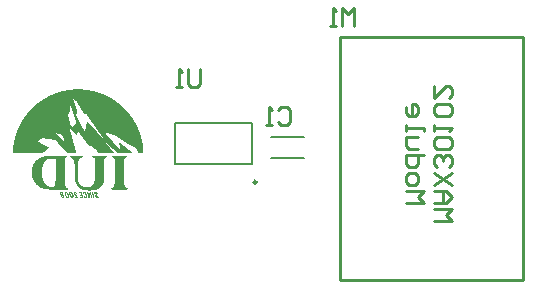
<source format=gbo>
G04*
G04 #@! TF.GenerationSoftware,Altium Limited,Altium Designer,23.4.1 (23)*
G04*
G04 Layer_Color=32896*
%FSLAX44Y44*%
%MOMM*%
G71*
G04*
G04 #@! TF.SameCoordinates,0DB361A5-78C8-4FEA-9A46-C3B996989F44*
G04*
G04*
G04 #@! TF.FilePolarity,Positive*
G04*
G01*
G75*
%ADD11C,0.2500*%
%ADD12C,0.2000*%
%ADD13C,0.2540*%
G36*
X79331Y205567D02*
X79414D01*
Y205525D01*
X81471D01*
Y205484D01*
X81636D01*
Y205443D01*
X82747D01*
Y205402D01*
X82870D01*
Y205361D01*
X82912D01*
Y205402D01*
X82953D01*
Y205361D01*
X82994D01*
Y205402D01*
X83035D01*
Y205361D01*
X83200D01*
Y205402D01*
X83241D01*
Y205361D01*
X83652D01*
Y205320D01*
X83735D01*
Y205278D01*
X83940D01*
Y205320D01*
X83981D01*
Y205278D01*
X84311D01*
Y205237D01*
X84393D01*
Y205196D01*
X84434D01*
Y205237D01*
X84475D01*
Y205196D01*
X84516D01*
Y205237D01*
X84558D01*
Y205196D01*
X84969D01*
Y205155D01*
X85257D01*
Y205114D01*
X85586D01*
Y205073D01*
X85627D01*
Y205114D01*
X85668D01*
Y205073D01*
X85833D01*
Y205032D01*
X85915D01*
Y205073D01*
X85957D01*
Y205032D01*
X86203D01*
Y204990D01*
X86327D01*
Y204949D01*
X86409D01*
Y204990D01*
X86491D01*
Y204949D01*
X86533D01*
Y204990D01*
X86574D01*
Y204949D01*
X86738D01*
Y204908D01*
X86903D01*
Y204867D01*
X87273D01*
Y204826D01*
X87397D01*
Y204785D01*
X87726D01*
Y204743D01*
X87767D01*
Y204785D01*
X87808D01*
Y204743D01*
X87850D01*
Y204702D01*
X88220D01*
Y204661D01*
X88343D01*
Y204620D01*
X88426D01*
Y204661D01*
X88467D01*
Y204620D01*
X88673D01*
Y204579D01*
X88796D01*
Y204538D01*
X89125D01*
Y204497D01*
X89249D01*
Y204456D01*
X89495D01*
Y204414D01*
X89660D01*
Y204373D01*
X89907D01*
Y204332D01*
X90030D01*
Y204291D01*
X90318D01*
Y204250D01*
X90360D01*
Y204209D01*
X90401D01*
Y204250D01*
X90442D01*
Y204209D01*
X90524D01*
Y204167D01*
X90565D01*
Y204209D01*
X90606D01*
Y204167D01*
X90771D01*
Y204126D01*
X90936D01*
Y204085D01*
X91059D01*
Y204044D01*
X91265D01*
Y204003D01*
X91471D01*
Y203962D01*
X91594D01*
Y203920D01*
X91759D01*
Y203879D01*
X91965D01*
Y203838D01*
X92088D01*
Y203797D01*
X92294D01*
Y203756D01*
X92417D01*
Y203715D01*
X92582D01*
Y203674D01*
X92705D01*
Y203633D01*
X92870D01*
Y203591D01*
X92952D01*
Y203550D01*
X93199D01*
Y203509D01*
X93240D01*
Y203468D01*
X93446D01*
Y203427D01*
X93569D01*
Y203386D01*
X93734D01*
Y203344D01*
X93898D01*
Y203303D01*
X94063D01*
Y203262D01*
X94145D01*
Y203221D01*
X94351D01*
Y203180D01*
X94475D01*
Y203139D01*
X94598D01*
Y203097D01*
X94680D01*
Y203056D01*
X94886D01*
Y203015D01*
X94968D01*
Y202974D01*
X95133D01*
Y202933D01*
X95257D01*
Y202892D01*
X95380D01*
Y202851D01*
X95462D01*
Y202810D01*
X95627D01*
Y202768D01*
X95709D01*
Y202727D01*
X95874D01*
Y202686D01*
X95997D01*
Y202645D01*
X96080D01*
Y202604D01*
X96162D01*
Y202563D01*
X96326D01*
Y202521D01*
X96409D01*
Y202480D01*
X96573D01*
Y202439D01*
X96697D01*
Y202398D01*
X96820D01*
Y202357D01*
X96944D01*
Y202316D01*
X97026D01*
Y202274D01*
X97149D01*
Y202233D01*
X97232D01*
Y202192D01*
X97355D01*
Y202151D01*
X97479D01*
Y202110D01*
X97561D01*
Y202069D01*
X97725D01*
Y202028D01*
X97808D01*
Y201987D01*
X97931D01*
Y201945D01*
X98013D01*
Y201904D01*
X98137D01*
Y201863D01*
X98219D01*
Y201822D01*
X98384D01*
Y201781D01*
X98466D01*
Y201740D01*
X98590D01*
Y201698D01*
X98631D01*
Y201657D01*
X98672D01*
Y201698D01*
X98713D01*
Y201657D01*
X98754D01*
Y201616D01*
X98795D01*
Y201575D01*
X98960D01*
Y201534D01*
X99083D01*
Y201493D01*
X99166D01*
Y201451D01*
X99289D01*
Y201410D01*
X99372D01*
Y201369D01*
X99413D01*
Y201328D01*
X99495D01*
Y201287D01*
X99536D01*
Y201328D01*
X99577D01*
Y201287D01*
X99660D01*
Y201246D01*
X99783D01*
Y201205D01*
X99865D01*
Y201164D01*
X99948D01*
Y201122D01*
X100030D01*
Y201081D01*
X100112D01*
Y201040D01*
X100277D01*
Y200999D01*
X100359D01*
Y200958D01*
X100400D01*
Y200917D01*
X100524D01*
Y200875D01*
X100606D01*
Y200834D01*
X100729D01*
Y200793D01*
X100771D01*
Y200752D01*
X100894D01*
Y200711D01*
X100976D01*
Y200670D01*
X101059D01*
Y200629D01*
X101182D01*
Y200587D01*
X101223D01*
Y200546D01*
X101388D01*
Y200505D01*
X101470D01*
Y200464D01*
X101552D01*
Y200423D01*
X101676D01*
Y200382D01*
X101717D01*
Y200340D01*
X101799D01*
Y200299D01*
X101882D01*
Y200258D01*
X101964D01*
Y200217D01*
X102005D01*
Y200176D01*
X102128D01*
Y200135D01*
X102252D01*
Y200094D01*
X102293D01*
Y200052D01*
X102416D01*
Y200011D01*
X102499D01*
Y199970D01*
X102540D01*
Y199929D01*
X102663D01*
Y199888D01*
X102746D01*
Y199847D01*
X102828D01*
Y199806D01*
X102910D01*
Y199764D01*
X102993D01*
Y199723D01*
X103075D01*
Y199682D01*
X103157D01*
Y199641D01*
X103281D01*
Y199600D01*
X103322D01*
Y199559D01*
X103363D01*
Y199517D01*
X103528D01*
Y199476D01*
X103569D01*
Y199435D01*
X103651D01*
Y199394D01*
X103733D01*
Y199353D01*
X103816D01*
Y199312D01*
X103898D01*
Y199271D01*
X103939D01*
Y199229D01*
X104021D01*
Y199188D01*
X104104D01*
Y199147D01*
X104227D01*
Y199106D01*
X104268D01*
Y199065D01*
X104309D01*
Y199024D01*
X104392D01*
Y198983D01*
X104433D01*
Y198941D01*
X104556D01*
Y198900D01*
X104639D01*
Y198859D01*
X104721D01*
Y198818D01*
X104803D01*
Y198777D01*
X104886D01*
Y198736D01*
X104927D01*
Y198694D01*
X105050D01*
Y198653D01*
X105091D01*
Y198612D01*
X105215D01*
Y198571D01*
X105256D01*
Y198530D01*
X105338D01*
Y198489D01*
X105379D01*
Y198448D01*
X105503D01*
Y198406D01*
X105544D01*
Y198365D01*
X105626D01*
Y198324D01*
X105667D01*
Y198283D01*
X105750D01*
Y198242D01*
X105791D01*
Y198201D01*
X105873D01*
Y198160D01*
X105955D01*
Y198118D01*
X106038D01*
Y198077D01*
X106079D01*
Y198036D01*
X106202D01*
Y197995D01*
X106243D01*
Y197954D01*
X106326D01*
Y197913D01*
X106367D01*
Y197871D01*
X106449D01*
Y197830D01*
X106531D01*
Y197789D01*
X106614D01*
Y197748D01*
X106655D01*
Y197707D01*
X106737D01*
Y197666D01*
X106820D01*
Y197625D01*
X106861D01*
Y197584D01*
X106943D01*
Y197542D01*
X106984D01*
Y197501D01*
X107025D01*
Y197460D01*
X107149D01*
Y197419D01*
X107231D01*
Y197378D01*
X107272D01*
Y197337D01*
X107354D01*
Y197295D01*
X107396D01*
Y197254D01*
X107478D01*
Y197213D01*
X107519D01*
Y197172D01*
X107643D01*
Y197131D01*
X107684D01*
Y197090D01*
X107725D01*
Y197048D01*
X107807D01*
Y197007D01*
X107848D01*
Y196966D01*
X107931D01*
Y196925D01*
X107972D01*
Y196884D01*
X108054D01*
Y196843D01*
X108136D01*
Y196802D01*
X108177D01*
Y196760D01*
X108260D01*
Y196719D01*
X108342D01*
Y196678D01*
X108383D01*
Y196637D01*
X108424D01*
Y196596D01*
X108507D01*
Y196555D01*
X108589D01*
Y196514D01*
X108630D01*
Y196472D01*
X108671D01*
Y196431D01*
X108754D01*
Y196390D01*
X108795D01*
Y196349D01*
X108877D01*
Y196308D01*
X108918D01*
Y196267D01*
X109001D01*
Y196225D01*
X109042D01*
Y196184D01*
X109083D01*
Y196143D01*
X109165D01*
Y196102D01*
X109247D01*
Y196061D01*
X109289D01*
Y196020D01*
X109330D01*
Y195979D01*
X109412D01*
Y195938D01*
X109494D01*
Y195896D01*
X109536D01*
Y195855D01*
X109618D01*
Y195814D01*
X109659D01*
Y195773D01*
X109741D01*
Y195732D01*
X109782D01*
Y195690D01*
X109824D01*
Y195649D01*
X109906D01*
Y195608D01*
X109947D01*
Y195567D01*
X110029D01*
Y195526D01*
X110070D01*
Y195485D01*
X110112D01*
Y195444D01*
X110153D01*
Y195403D01*
X110235D01*
Y195361D01*
X110276D01*
Y195320D01*
X110358D01*
Y195279D01*
X110400D01*
Y195238D01*
X110482D01*
Y195197D01*
X110564D01*
Y195156D01*
X110605D01*
Y195114D01*
X110646D01*
Y195073D01*
X110688D01*
Y195032D01*
X110770D01*
Y194991D01*
X110811D01*
Y194950D01*
X110893D01*
Y194909D01*
X110935D01*
Y194868D01*
X110976D01*
Y194826D01*
X111058D01*
Y194785D01*
X111099D01*
Y194744D01*
X111140D01*
Y194703D01*
X111223D01*
Y194662D01*
X111264D01*
Y194621D01*
X111305D01*
Y194580D01*
X111387D01*
Y194538D01*
X111428D01*
Y194497D01*
X111469D01*
Y194456D01*
X111511D01*
Y194415D01*
X111593D01*
Y194374D01*
X111675D01*
Y194333D01*
X111716D01*
Y194291D01*
X111758D01*
Y194250D01*
X111799D01*
Y194209D01*
X111881D01*
Y194168D01*
X111922D01*
Y194127D01*
X112004D01*
Y194086D01*
X112046D01*
Y194044D01*
X112087D01*
Y194003D01*
X112128D01*
Y193962D01*
X112169D01*
Y193921D01*
X112251D01*
Y193880D01*
X112292D01*
Y193839D01*
X112334D01*
Y193798D01*
X112416D01*
Y193757D01*
X112457D01*
Y193715D01*
X112498D01*
Y193674D01*
X112581D01*
Y193633D01*
X112622D01*
Y193592D01*
X112663D01*
Y193551D01*
X112704D01*
Y193510D01*
X112745D01*
Y193468D01*
X112786D01*
Y193427D01*
X112869D01*
Y193386D01*
X112910D01*
Y193345D01*
X112951D01*
Y193304D01*
X113033D01*
Y193263D01*
X113074D01*
Y193222D01*
X113116D01*
Y193180D01*
X113198D01*
Y193139D01*
X113239D01*
Y193098D01*
X113280D01*
Y193057D01*
X113321D01*
Y193016D01*
X113362D01*
Y192975D01*
X113404D01*
Y192934D01*
X113486D01*
Y192892D01*
X113527D01*
Y192851D01*
X113568D01*
Y192810D01*
X113609D01*
Y192769D01*
X113651D01*
Y192728D01*
X113733D01*
Y192687D01*
X113774D01*
Y192645D01*
X113815D01*
Y192604D01*
X113856D01*
Y192563D01*
X113939D01*
Y192522D01*
X113980D01*
Y192481D01*
X114021D01*
Y192440D01*
X114062D01*
Y192398D01*
X114103D01*
Y192357D01*
X114185D01*
Y192316D01*
X114227D01*
Y192275D01*
X114268D01*
Y192234D01*
X114309D01*
Y192193D01*
X114350D01*
Y192152D01*
X114391D01*
Y192111D01*
X114473D01*
Y192069D01*
X114515D01*
Y192028D01*
X114556D01*
Y191987D01*
X114597D01*
Y191946D01*
X114638D01*
Y191905D01*
X114679D01*
Y191864D01*
X114761D01*
Y191822D01*
X114803D01*
Y191781D01*
X114844D01*
Y191740D01*
X114885D01*
Y191699D01*
X114926D01*
Y191658D01*
X114967D01*
Y191617D01*
X115008D01*
Y191576D01*
X115050D01*
Y191534D01*
X115091D01*
Y191493D01*
X115173D01*
Y191452D01*
X115214D01*
Y191411D01*
X115255D01*
Y191370D01*
X115296D01*
Y191329D01*
X115338D01*
Y191287D01*
X115379D01*
Y191246D01*
X115420D01*
Y191205D01*
X115461D01*
Y191164D01*
X115502D01*
Y191123D01*
X115543D01*
Y191082D01*
X115584D01*
Y191041D01*
X115626D01*
Y191000D01*
X115667D01*
Y190958D01*
X115708D01*
Y190917D01*
X115749D01*
Y190876D01*
X115831D01*
Y190835D01*
X115873D01*
Y190794D01*
X115914D01*
Y190753D01*
X115955D01*
Y190711D01*
X115996D01*
Y190670D01*
X116037D01*
Y190629D01*
X116078D01*
Y190588D01*
X116119D01*
Y190547D01*
X116202D01*
Y190506D01*
X116243D01*
Y190464D01*
X116284D01*
Y190423D01*
X116325D01*
Y190382D01*
X116366D01*
Y190300D01*
X116407D01*
Y190259D01*
X116449D01*
Y190218D01*
X116490D01*
Y190177D01*
X116531D01*
Y190135D01*
X116613D01*
Y190094D01*
X116654D01*
Y190053D01*
X116696D01*
Y190012D01*
X116737D01*
Y189971D01*
X116778D01*
Y189930D01*
X116819D01*
Y189888D01*
X116860D01*
Y189847D01*
X116901D01*
Y189806D01*
X116943D01*
Y189765D01*
X116984D01*
Y189724D01*
X117025D01*
Y189683D01*
X117066D01*
Y189641D01*
X117107D01*
Y189600D01*
X117148D01*
Y189559D01*
X117189D01*
Y189518D01*
X117231D01*
Y189477D01*
X117272D01*
Y189436D01*
X117313D01*
Y189395D01*
X117354D01*
Y189354D01*
X117395D01*
Y189312D01*
X117436D01*
Y189271D01*
X117477D01*
Y189230D01*
X117519D01*
Y189189D01*
X117560D01*
Y189148D01*
X117601D01*
Y189107D01*
X117642D01*
Y189065D01*
X117683D01*
Y189024D01*
X117724D01*
Y188983D01*
X117766D01*
Y188942D01*
X117807D01*
Y188901D01*
X117848D01*
Y188860D01*
X117889D01*
Y188818D01*
X117930D01*
Y188777D01*
X117971D01*
Y188736D01*
X118012D01*
Y188695D01*
X118054D01*
Y188654D01*
X118095D01*
Y188613D01*
X118136D01*
Y188572D01*
X118177D01*
Y188531D01*
X118218D01*
Y188489D01*
X118259D01*
Y188407D01*
X118300D01*
Y188366D01*
X118342D01*
Y188325D01*
X118383D01*
Y188284D01*
X118424D01*
Y188242D01*
X118465D01*
Y188201D01*
X118506D01*
Y188160D01*
X118547D01*
Y188119D01*
X118588D01*
Y188078D01*
X118671D01*
Y187995D01*
X118712D01*
Y187954D01*
X118753D01*
Y187913D01*
X118794D01*
Y187872D01*
X118835D01*
Y187790D01*
X118876D01*
Y187749D01*
X118918D01*
Y187707D01*
X118959D01*
Y187666D01*
X119000D01*
Y187625D01*
X119041D01*
Y187584D01*
X119082D01*
Y187543D01*
X119123D01*
Y187502D01*
X119165D01*
Y187461D01*
X119206D01*
Y187419D01*
X119247D01*
Y187378D01*
X119288D01*
Y187296D01*
X119329D01*
Y187255D01*
X119370D01*
Y187214D01*
X119411D01*
Y187173D01*
X119453D01*
Y187131D01*
X119494D01*
Y187090D01*
X119535D01*
Y187049D01*
X119576D01*
Y187008D01*
X119617D01*
Y186926D01*
X119658D01*
Y186884D01*
X119699D01*
Y186843D01*
X119741D01*
Y186802D01*
X119782D01*
Y186761D01*
X119823D01*
Y186720D01*
X119864D01*
Y186679D01*
X119905D01*
Y186637D01*
X119946D01*
Y186596D01*
X119988D01*
Y186514D01*
X120029D01*
Y186473D01*
X120070D01*
Y186432D01*
X120111D01*
Y186391D01*
X120152D01*
Y186350D01*
X120193D01*
Y186267D01*
X120234D01*
Y186226D01*
X120276D01*
Y186185D01*
X120317D01*
Y186144D01*
X120358D01*
Y186103D01*
X120399D01*
Y186061D01*
X120440D01*
Y186020D01*
X120481D01*
Y185938D01*
X120522D01*
Y185897D01*
X120564D01*
Y185856D01*
X120605D01*
Y185815D01*
X120646D01*
Y185773D01*
X120687D01*
Y185732D01*
X120728D01*
Y185650D01*
X120769D01*
Y185609D01*
X120811D01*
Y185568D01*
X120852D01*
Y185485D01*
X120893D01*
Y185444D01*
X120934D01*
Y185403D01*
X120975D01*
Y185362D01*
X121016D01*
Y185321D01*
X121058D01*
Y185238D01*
X121099D01*
Y185197D01*
X121140D01*
Y185156D01*
X121181D01*
Y185115D01*
X121222D01*
Y185074D01*
X121263D01*
Y184992D01*
X121304D01*
Y184950D01*
X121346D01*
Y184909D01*
X121387D01*
Y184868D01*
X121428D01*
Y184786D01*
X121469D01*
Y184745D01*
X121510D01*
Y184704D01*
X121551D01*
Y184662D01*
X121592D01*
Y184621D01*
X121634D01*
Y184539D01*
X121675D01*
Y184498D01*
X121716D01*
Y184457D01*
X121757D01*
Y184374D01*
X121798D01*
Y184333D01*
X121839D01*
Y184292D01*
X121881D01*
Y184251D01*
X121922D01*
Y184169D01*
X121963D01*
Y184127D01*
X122004D01*
Y184086D01*
X122045D01*
Y184004D01*
X122086D01*
Y183963D01*
X122127D01*
Y183922D01*
X122169D01*
Y183881D01*
X122210D01*
Y183798D01*
X122251D01*
Y183757D01*
X122292D01*
Y183716D01*
X122333D01*
Y183634D01*
X122374D01*
Y183592D01*
X122415D01*
Y183551D01*
X122457D01*
Y183469D01*
X122498D01*
Y183428D01*
X122539D01*
Y183387D01*
X122580D01*
Y183304D01*
X122621D01*
Y183222D01*
X122662D01*
Y183181D01*
X122704D01*
Y183140D01*
X122745D01*
Y183057D01*
X122786D01*
Y183016D01*
X122827D01*
Y182975D01*
X122868D01*
Y182934D01*
X122909D01*
Y182893D01*
X122950D01*
Y182811D01*
X122992D01*
Y182770D01*
X123033D01*
Y182687D01*
X123074D01*
Y182646D01*
X123115D01*
Y182605D01*
X123156D01*
Y182523D01*
X123197D01*
Y182481D01*
X123238D01*
Y182399D01*
X123280D01*
Y182358D01*
X123321D01*
Y182317D01*
X123362D01*
Y182276D01*
X123403D01*
Y182152D01*
X123444D01*
Y182111D01*
X123485D01*
Y182070D01*
X123526D01*
Y182029D01*
X123568D01*
Y181947D01*
X123609D01*
Y181905D01*
X123650D01*
Y181823D01*
X123691D01*
Y181782D01*
X123732D01*
Y181741D01*
X123773D01*
Y181658D01*
X123814D01*
Y181576D01*
X123856D01*
Y181535D01*
X123897D01*
Y181453D01*
X123938D01*
Y181411D01*
X123979D01*
Y181329D01*
X124020D01*
Y181288D01*
X124061D01*
Y181247D01*
X124103D01*
Y181165D01*
X124144D01*
Y181082D01*
X124185D01*
Y181041D01*
X124226D01*
Y181000D01*
X124267D01*
Y180918D01*
X124308D01*
Y180877D01*
X124349D01*
Y180794D01*
X124391D01*
Y180753D01*
X124432D01*
Y180671D01*
X124473D01*
Y180630D01*
X124514D01*
Y180547D01*
X124555D01*
Y180506D01*
X124596D01*
Y180424D01*
X124637D01*
Y180383D01*
X124679D01*
Y180342D01*
X124720D01*
Y180218D01*
X124761D01*
Y180177D01*
X124802D01*
Y180095D01*
X124843D01*
Y180054D01*
X124884D01*
Y179971D01*
X124926D01*
Y179930D01*
X124967D01*
Y179848D01*
X125008D01*
Y179807D01*
X125049D01*
Y179683D01*
X125090D01*
Y179642D01*
X125131D01*
Y179601D01*
X125173D01*
Y179519D01*
X125214D01*
Y179436D01*
X125255D01*
Y179395D01*
X125296D01*
Y179313D01*
X125337D01*
Y179272D01*
X125378D01*
Y179189D01*
X125419D01*
Y179107D01*
X125461D01*
Y179066D01*
X125502D01*
Y178984D01*
X125543D01*
Y178901D01*
X125584D01*
Y178860D01*
X125625D01*
Y178778D01*
X125666D01*
Y178696D01*
X125707D01*
Y178613D01*
X125749D01*
Y178572D01*
X125790D01*
Y178531D01*
X125831D01*
Y178449D01*
X125872D01*
Y178366D01*
X125913D01*
Y178284D01*
X125954D01*
Y178243D01*
X125996D01*
Y178202D01*
X126037D01*
Y178120D01*
X126078D01*
Y178037D01*
X126119D01*
Y177914D01*
X126160D01*
Y177873D01*
X126201D01*
Y177831D01*
X126242D01*
Y177749D01*
X126284D01*
Y177626D01*
X126325D01*
Y177585D01*
X126366D01*
Y177543D01*
X126407D01*
Y177461D01*
X126448D01*
Y177379D01*
X126489D01*
Y177338D01*
X126530D01*
Y177214D01*
X126572D01*
Y177173D01*
X126613D01*
Y177091D01*
X126654D01*
Y177008D01*
X126695D01*
Y176926D01*
X126736D01*
Y176844D01*
X126777D01*
Y176762D01*
X126819D01*
Y176720D01*
X126860D01*
Y176638D01*
X126901D01*
Y176556D01*
X126942D01*
Y176474D01*
X126983D01*
Y176391D01*
X127024D01*
Y176309D01*
X127065D01*
Y176227D01*
X127107D01*
Y176144D01*
X127148D01*
Y176103D01*
X127189D01*
Y176021D01*
X127230D01*
Y175980D01*
X127271D01*
Y175815D01*
X127312D01*
Y175774D01*
X127353D01*
Y175692D01*
X127395D01*
Y175609D01*
X127436D01*
Y175486D01*
X127477D01*
Y175404D01*
X127518D01*
Y175362D01*
X127559D01*
Y175280D01*
X127600D01*
Y175198D01*
X127641D01*
Y175157D01*
X127683D01*
Y175033D01*
X127724D01*
Y174951D01*
X127765D01*
Y174827D01*
X127806D01*
Y174745D01*
X127847D01*
Y174704D01*
X127888D01*
Y174622D01*
X127929D01*
Y174540D01*
X127971D01*
Y174457D01*
X128012D01*
Y174375D01*
X128053D01*
Y174293D01*
X128094D01*
Y174169D01*
X128135D01*
Y174128D01*
X128176D01*
Y174046D01*
X128217D01*
Y174004D01*
X128259D01*
Y173799D01*
X128300D01*
Y173758D01*
X128341D01*
Y173675D01*
X128382D01*
Y173593D01*
X128423D01*
Y173511D01*
X128464D01*
Y173428D01*
X128506D01*
Y173346D01*
X128547D01*
Y173264D01*
X128588D01*
Y173140D01*
X128629D01*
Y173099D01*
X128670D01*
Y172976D01*
X128711D01*
Y172852D01*
X128752D01*
Y172770D01*
X128794D01*
Y172688D01*
X128835D01*
Y172564D01*
X128876D01*
Y172482D01*
X128917D01*
Y172358D01*
X128958D01*
Y172317D01*
X128999D01*
Y172235D01*
X129041D01*
Y172153D01*
X129082D01*
Y171988D01*
X129123D01*
Y171947D01*
X129164D01*
Y171824D01*
X129205D01*
Y171741D01*
X129246D01*
Y171618D01*
X129287D01*
Y171535D01*
X129329D01*
Y171453D01*
X129370D01*
Y171371D01*
X129411D01*
Y171289D01*
X129452D01*
Y171124D01*
X129493D01*
Y171042D01*
X129534D01*
Y170959D01*
X129576D01*
Y170877D01*
X129617D01*
Y170795D01*
X129658D01*
Y170589D01*
X129699D01*
Y170507D01*
X129740D01*
Y170424D01*
X129781D01*
Y170342D01*
X129822D01*
Y170219D01*
X129864D01*
Y170178D01*
X129905D01*
Y170013D01*
X129946D01*
Y169972D01*
X129987D01*
Y169766D01*
X130028D01*
Y169725D01*
X130069D01*
Y169684D01*
X130028D01*
Y169643D01*
X130069D01*
Y169560D01*
X130111D01*
Y169478D01*
X130152D01*
Y169355D01*
X130193D01*
Y169190D01*
X130234D01*
Y169108D01*
X130275D01*
Y169025D01*
X130316D01*
Y168861D01*
X130357D01*
Y168778D01*
X130399D01*
Y168655D01*
X130440D01*
Y168490D01*
X130481D01*
Y168367D01*
X130522D01*
Y168326D01*
X130563D01*
Y168202D01*
X130604D01*
Y168038D01*
X130645D01*
Y167955D01*
X130687D01*
Y167750D01*
X130728D01*
Y167709D01*
X130769D01*
Y167585D01*
X130810D01*
Y167503D01*
X130851D01*
Y167462D01*
X130810D01*
Y167421D01*
X130851D01*
Y167338D01*
X130892D01*
Y167215D01*
X130933D01*
Y167050D01*
X130975D01*
Y166968D01*
X131016D01*
Y166844D01*
X131057D01*
Y166680D01*
X131098D01*
Y166556D01*
X131139D01*
Y166392D01*
X131180D01*
Y166351D01*
X131222D01*
Y166186D01*
X131263D01*
Y166145D01*
X131222D01*
Y166104D01*
X131263D01*
Y166063D01*
X131304D01*
Y165939D01*
X131345D01*
Y165857D01*
X131386D01*
Y165774D01*
X131345D01*
Y165733D01*
X131386D01*
Y165528D01*
X131427D01*
Y165445D01*
X131468D01*
Y165322D01*
X131510D01*
Y165281D01*
X131468D01*
Y165240D01*
X131510D01*
Y165116D01*
X131551D01*
Y164993D01*
X131592D01*
Y164869D01*
X131633D01*
Y164664D01*
X131674D01*
Y164458D01*
X131715D01*
Y164417D01*
X131756D01*
Y164211D01*
X131798D01*
Y164005D01*
X131839D01*
Y163882D01*
X131880D01*
Y163676D01*
X131921D01*
Y163552D01*
X131962D01*
Y163388D01*
X132003D01*
Y163347D01*
X132044D01*
Y163305D01*
X132003D01*
Y163264D01*
X132044D01*
Y163059D01*
X132086D01*
Y162935D01*
X132127D01*
Y162688D01*
X132168D01*
Y162565D01*
X132209D01*
Y162359D01*
X132250D01*
Y162194D01*
X132291D01*
Y161948D01*
X132333D01*
Y161824D01*
X132374D01*
Y161618D01*
X132415D01*
Y161577D01*
X132374D01*
Y161536D01*
X132415D01*
Y161495D01*
X132456D01*
Y161454D01*
X132415D01*
Y161413D01*
X132456D01*
Y161125D01*
X132497D01*
Y161001D01*
X132538D01*
Y160795D01*
X132579D01*
Y160754D01*
X132538D01*
Y160713D01*
X132579D01*
Y160631D01*
X132621D01*
Y160343D01*
X132662D01*
Y160137D01*
X132703D01*
Y159931D01*
X132744D01*
Y159726D01*
X132785D01*
Y159396D01*
X132826D01*
Y159355D01*
X132785D01*
Y159314D01*
X132826D01*
Y159191D01*
X132867D01*
Y158779D01*
X132909D01*
Y158697D01*
X132950D01*
Y158285D01*
X132991D01*
Y158080D01*
X133032D01*
Y157915D01*
X133073D01*
Y157874D01*
X133032D01*
Y157750D01*
X133073D01*
Y157545D01*
X133114D01*
Y157174D01*
X133155D01*
Y157133D01*
X133114D01*
Y157092D01*
X133155D01*
Y157051D01*
X133114D01*
Y157010D01*
X133155D01*
Y156927D01*
X133197D01*
Y156516D01*
X133238D01*
Y156475D01*
X133197D01*
Y156392D01*
X133238D01*
Y156269D01*
X133279D01*
Y156228D01*
X133238D01*
Y156187D01*
X133279D01*
Y155899D01*
X133320D01*
Y155857D01*
X133279D01*
Y155775D01*
X133320D01*
Y155734D01*
X133279D01*
Y155693D01*
X133320D01*
Y155487D01*
X133361D01*
Y154993D01*
X133403D01*
Y154952D01*
X133361D01*
Y154870D01*
X133403D01*
Y154788D01*
X133361D01*
Y154746D01*
X133403D01*
Y154541D01*
X133444D01*
Y153553D01*
X133485D01*
Y153430D01*
X133526D01*
Y153388D01*
X133485D01*
Y153347D01*
X133526D01*
Y153306D01*
X133485D01*
Y153265D01*
X133526D01*
Y152565D01*
X133567D01*
Y152524D01*
X133526D01*
Y152030D01*
X133567D01*
Y151989D01*
X133526D01*
Y151948D01*
X133567D01*
Y151907D01*
X133526D01*
Y151784D01*
X133485D01*
Y151742D01*
X133444D01*
Y151701D01*
X133485D01*
Y151660D01*
X133403D01*
Y151701D01*
X133155D01*
Y151660D01*
X133114D01*
Y151701D01*
X132785D01*
Y151660D01*
X132703D01*
Y151701D01*
X129576D01*
Y151660D01*
X129534D01*
Y151701D01*
X129493D01*
Y151660D01*
X129452D01*
Y151701D01*
X129329D01*
Y151784D01*
X129287D01*
Y151866D01*
X129246D01*
Y151948D01*
X129205D01*
Y152030D01*
X129164D01*
Y152113D01*
X129123D01*
Y152195D01*
X129082D01*
Y152318D01*
X129041D01*
Y152401D01*
X128999D01*
Y152483D01*
X128958D01*
Y152565D01*
X128917D01*
Y152648D01*
X128876D01*
Y152730D01*
X128835D01*
Y152812D01*
X128794D01*
Y152895D01*
X128752D01*
Y152977D01*
X128711D01*
Y153100D01*
X128670D01*
Y153183D01*
X128629D01*
Y153265D01*
X128588D01*
Y153347D01*
X128547D01*
Y153430D01*
X128506D01*
Y153512D01*
X128464D01*
Y153594D01*
X128423D01*
Y153677D01*
X128382D01*
Y153759D01*
X128341D01*
Y153882D01*
X128300D01*
Y153965D01*
X128259D01*
Y154047D01*
X128217D01*
Y154129D01*
X128176D01*
Y154211D01*
X128135D01*
Y154294D01*
X128094D01*
Y154376D01*
X128053D01*
Y154458D01*
X128012D01*
Y154541D01*
X127971D01*
Y154623D01*
X127929D01*
Y154705D01*
X127888D01*
Y154788D01*
X127847D01*
Y154870D01*
X127806D01*
Y154952D01*
X127765D01*
Y155034D01*
X127724D01*
Y155158D01*
X127683D01*
Y155240D01*
X127641D01*
Y155322D01*
X127600D01*
Y155405D01*
X127559D01*
Y155487D01*
X127518D01*
Y155569D01*
X127477D01*
Y155652D01*
X127436D01*
Y155734D01*
X127395D01*
Y155816D01*
X127353D01*
Y155940D01*
X127312D01*
Y155981D01*
X127271D01*
Y156022D01*
X127230D01*
Y156063D01*
X127189D01*
Y156104D01*
X127107D01*
Y156145D01*
X127024D01*
Y156187D01*
X126942D01*
Y156228D01*
X126860D01*
Y156269D01*
X126777D01*
Y156310D01*
X126654D01*
Y156351D01*
X126572D01*
Y156392D01*
X126489D01*
Y156433D01*
X126407D01*
Y156475D01*
X126325D01*
Y156516D01*
X126242D01*
Y156557D01*
X126119D01*
Y156598D01*
X126037D01*
Y156639D01*
X125954D01*
Y156680D01*
X125872D01*
Y156722D01*
X125790D01*
Y156763D01*
X125666D01*
Y156804D01*
X125584D01*
Y156845D01*
X125502D01*
Y156886D01*
X125419D01*
Y156927D01*
X125337D01*
Y156968D01*
X125214D01*
Y157010D01*
X125131D01*
Y157051D01*
X125049D01*
Y157092D01*
X124926D01*
Y157133D01*
X124843D01*
Y157174D01*
X124761D01*
Y157215D01*
X124679D01*
Y157256D01*
X124596D01*
Y157298D01*
X124473D01*
Y157339D01*
X124391D01*
Y157380D01*
X124308D01*
Y157421D01*
X124226D01*
Y157462D01*
X124144D01*
Y157503D01*
X124020D01*
Y157545D01*
X123938D01*
Y157586D01*
X123856D01*
Y157627D01*
X123773D01*
Y157668D01*
X123650D01*
Y157709D01*
X123568D01*
Y157750D01*
X123485D01*
Y157792D01*
X123403D01*
Y157833D01*
X123321D01*
Y157874D01*
X123197D01*
Y157915D01*
X123115D01*
Y157956D01*
X123033D01*
Y157997D01*
X122950D01*
Y158038D01*
X122868D01*
Y158080D01*
X122745D01*
Y158121D01*
X122662D01*
Y158162D01*
X122580D01*
Y158203D01*
X122498D01*
Y158244D01*
X122415D01*
Y158285D01*
X122333D01*
Y158326D01*
X122210D01*
Y158368D01*
X122127D01*
Y158409D01*
X122045D01*
Y158450D01*
X121963D01*
Y158491D01*
X121922D01*
Y158532D01*
X121839D01*
Y158573D01*
X121798D01*
Y158615D01*
X121716D01*
Y158656D01*
X121675D01*
Y158697D01*
X121592D01*
Y158738D01*
X121551D01*
Y158779D01*
X121469D01*
Y158820D01*
X121387D01*
Y158861D01*
X121346D01*
Y158903D01*
X121263D01*
Y158944D01*
X121222D01*
Y158985D01*
X121140D01*
Y159026D01*
X121099D01*
Y159067D01*
X121016D01*
Y159108D01*
X120975D01*
Y159149D01*
X120893D01*
Y159191D01*
X120852D01*
Y159232D01*
X120769D01*
Y159273D01*
X120687D01*
Y159314D01*
X120646D01*
Y159355D01*
X120564D01*
Y159396D01*
X120522D01*
Y159438D01*
X120440D01*
Y159479D01*
X120399D01*
Y159520D01*
X120317D01*
Y159561D01*
X120276D01*
Y159602D01*
X120193D01*
Y159643D01*
X120152D01*
Y159684D01*
X120070D01*
Y159726D01*
X119988D01*
Y159767D01*
X119946D01*
Y159808D01*
X119864D01*
Y159849D01*
X119823D01*
Y159890D01*
X119741D01*
Y159931D01*
X119699D01*
Y159972D01*
X119617D01*
Y160014D01*
X119576D01*
Y160055D01*
X119494D01*
Y160096D01*
X119453D01*
Y160137D01*
X119370D01*
Y160178D01*
X119329D01*
Y160219D01*
X119247D01*
Y160261D01*
X119165D01*
Y160302D01*
X119123D01*
Y160343D01*
X119041D01*
Y160384D01*
X119000D01*
Y160425D01*
X118918D01*
Y160466D01*
X118876D01*
Y160507D01*
X118794D01*
Y160548D01*
X118753D01*
Y160590D01*
X118671D01*
Y160631D01*
X118630D01*
Y160672D01*
X118547D01*
Y160713D01*
X118465D01*
Y160754D01*
X118424D01*
Y160795D01*
X118342D01*
Y160837D01*
X118300D01*
Y160878D01*
X118218D01*
Y160919D01*
X118177D01*
Y160960D01*
X118095D01*
Y161001D01*
X118054D01*
Y161042D01*
X117971D01*
Y161083D01*
X117930D01*
Y161125D01*
X117848D01*
Y161166D01*
X117766D01*
Y161207D01*
X117724D01*
Y161248D01*
X117642D01*
Y161289D01*
X117601D01*
Y161330D01*
X117519D01*
Y161371D01*
X117477D01*
Y161413D01*
X117395D01*
Y161454D01*
X117354D01*
Y161495D01*
X117272D01*
Y161536D01*
X117231D01*
Y161577D01*
X117148D01*
Y161618D01*
X117066D01*
Y161660D01*
X117025D01*
Y161701D01*
X116943D01*
Y161742D01*
X116901D01*
Y161783D01*
X116819D01*
Y161824D01*
X116778D01*
Y161865D01*
X116696D01*
Y161907D01*
X116654D01*
Y161948D01*
X116572D01*
Y161989D01*
X116531D01*
Y162030D01*
X116449D01*
Y162071D01*
X116407D01*
Y162112D01*
X116325D01*
Y162153D01*
X116243D01*
Y162194D01*
X116202D01*
Y162236D01*
X116119D01*
Y162277D01*
X116078D01*
Y162318D01*
X115996D01*
Y162359D01*
X115955D01*
Y162400D01*
X115873D01*
Y162441D01*
X115831D01*
Y162483D01*
X115749D01*
Y162524D01*
X115708D01*
Y162565D01*
X115626D01*
Y162606D01*
X115543D01*
Y162647D01*
X115502D01*
Y162688D01*
X115420D01*
Y162729D01*
X115379D01*
Y162771D01*
X115296D01*
Y162812D01*
X115255D01*
Y162853D01*
X115173D01*
Y162894D01*
X115132D01*
Y162935D01*
X115050D01*
Y162976D01*
X115008D01*
Y163018D01*
X114926D01*
Y163059D01*
X114844D01*
Y163100D01*
X114803D01*
Y163141D01*
X114720D01*
Y163182D01*
X114679D01*
Y163223D01*
X114597D01*
Y163264D01*
X114556D01*
Y163305D01*
X114473D01*
Y163347D01*
X114432D01*
Y163388D01*
X114350D01*
Y163429D01*
X114309D01*
Y163470D01*
X114227D01*
Y163511D01*
X114144D01*
Y163552D01*
X114103D01*
Y163594D01*
X114021D01*
Y163635D01*
X113980D01*
Y163676D01*
X113897D01*
Y163717D01*
X113856D01*
Y163758D01*
X113774D01*
Y163799D01*
X113733D01*
Y163841D01*
X113651D01*
Y163882D01*
X113609D01*
Y163923D01*
X113527D01*
Y163964D01*
X113445D01*
Y164005D01*
X113404D01*
Y164046D01*
X113321D01*
Y164087D01*
X113280D01*
Y164129D01*
X113198D01*
Y164170D01*
X113157D01*
Y164211D01*
X113074D01*
Y164252D01*
X113033D01*
Y164293D01*
X112951D01*
Y164334D01*
X112910D01*
Y164375D01*
X112828D01*
Y164417D01*
X112745D01*
Y164458D01*
X112704D01*
Y164499D01*
X112622D01*
Y164540D01*
X112581D01*
Y164581D01*
X112498D01*
Y164622D01*
X112457D01*
Y164664D01*
X112375D01*
Y164705D01*
X112334D01*
Y164746D01*
X112251D01*
Y164787D01*
X112210D01*
Y164828D01*
X112128D01*
Y164869D01*
X112046D01*
Y164910D01*
X112004D01*
Y164951D01*
X111922D01*
Y164993D01*
X111881D01*
Y165034D01*
X111799D01*
Y165075D01*
X111758D01*
Y165116D01*
X111675D01*
Y165157D01*
X111634D01*
Y165198D01*
X111552D01*
Y165240D01*
X111511D01*
Y165281D01*
X111428D01*
Y165322D01*
X111346D01*
Y165363D01*
X111305D01*
Y165404D01*
X111223D01*
Y165445D01*
X111181D01*
Y165487D01*
X111099D01*
Y165528D01*
X111058D01*
Y165569D01*
X110976D01*
Y165610D01*
X110935D01*
Y165651D01*
X110852D01*
Y165692D01*
X110811D01*
Y165733D01*
X110729D01*
Y165774D01*
X110688D01*
Y165816D01*
X110605D01*
Y165857D01*
X110523D01*
Y165898D01*
X110482D01*
Y165939D01*
X110400D01*
Y165980D01*
X110358D01*
Y166021D01*
X110276D01*
Y166063D01*
X110235D01*
Y166104D01*
X110153D01*
Y166145D01*
X110112D01*
Y166186D01*
X110029D01*
Y166227D01*
X109988D01*
Y166268D01*
X109906D01*
Y166310D01*
X109782D01*
Y166351D01*
X109659D01*
Y166392D01*
X109577D01*
Y166433D01*
X109453D01*
Y166474D01*
X109330D01*
Y166515D01*
X109206D01*
Y166556D01*
X109083D01*
Y166597D01*
X108959D01*
Y166639D01*
X108877D01*
Y166680D01*
X108754D01*
Y166721D01*
X108630D01*
Y166762D01*
X108507D01*
Y166803D01*
X108383D01*
Y166844D01*
X108260D01*
Y166886D01*
X108177D01*
Y166927D01*
X108054D01*
Y166968D01*
X107931D01*
Y167009D01*
X107807D01*
Y167050D01*
X107684D01*
Y167091D01*
X107560D01*
Y167132D01*
X107437D01*
Y167174D01*
X107354D01*
Y167215D01*
X107231D01*
Y167256D01*
X107108D01*
Y167297D01*
X106984D01*
Y167338D01*
X106861D01*
Y167379D01*
X106737D01*
Y167421D01*
X106655D01*
Y167462D01*
X106531D01*
Y167503D01*
X106408D01*
Y167544D01*
X106285D01*
Y167585D01*
X106161D01*
Y167626D01*
X106038D01*
Y167667D01*
X105955D01*
Y167709D01*
X105832D01*
Y167750D01*
X105709D01*
Y167791D01*
X105585D01*
Y167832D01*
X105462D01*
Y167873D01*
X105338D01*
Y167914D01*
X105215D01*
Y167955D01*
X105132D01*
Y167997D01*
X105009D01*
Y168038D01*
X104886D01*
Y168079D01*
X104762D01*
Y168120D01*
X104639D01*
Y168161D01*
X104515D01*
Y168202D01*
X104433D01*
Y168244D01*
X104309D01*
Y168285D01*
X104186D01*
Y168326D01*
X104062D01*
Y168367D01*
X103939D01*
Y168408D01*
X103816D01*
Y168449D01*
X103733D01*
Y168490D01*
X103610D01*
Y168532D01*
X103486D01*
Y168573D01*
X103363D01*
Y168614D01*
X103239D01*
Y168655D01*
X103116D01*
Y168696D01*
X102993D01*
Y168737D01*
X102910D01*
Y168778D01*
X102787D01*
Y168820D01*
X102663D01*
Y168861D01*
X102540D01*
Y168902D01*
X102416D01*
Y168943D01*
X102293D01*
Y168984D01*
X102211D01*
Y169025D01*
X102087D01*
Y169067D01*
X101964D01*
Y169108D01*
X101840D01*
Y169149D01*
X101717D01*
Y169108D01*
X101676D01*
Y169067D01*
X101635D01*
Y168737D01*
X101676D01*
Y168449D01*
X101717D01*
Y168161D01*
X101758D01*
Y167873D01*
X101799D01*
Y167585D01*
X101840D01*
Y167544D01*
X101882D01*
Y167503D01*
X101923D01*
Y167462D01*
X101964D01*
Y167421D01*
X102005D01*
Y167379D01*
X102046D01*
Y167297D01*
X102087D01*
Y167256D01*
X102128D01*
Y167215D01*
X102170D01*
Y167174D01*
X102211D01*
Y167132D01*
X102252D01*
Y167091D01*
X102293D01*
Y167050D01*
X102334D01*
Y167009D01*
X102375D01*
Y166968D01*
X102416D01*
Y166886D01*
X102458D01*
Y166844D01*
X102499D01*
Y166803D01*
X102540D01*
Y166762D01*
X102581D01*
Y166721D01*
X102622D01*
Y166680D01*
X102663D01*
Y166639D01*
X102705D01*
Y166597D01*
X102746D01*
Y166515D01*
X102787D01*
Y166474D01*
X102828D01*
Y166433D01*
X102869D01*
Y166392D01*
X102910D01*
Y166351D01*
X102951D01*
Y166310D01*
X102993D01*
Y166268D01*
X103034D01*
Y166227D01*
X103075D01*
Y166186D01*
X103116D01*
Y166104D01*
X103157D01*
Y166063D01*
X103198D01*
Y166021D01*
X103239D01*
Y165980D01*
X103281D01*
Y165939D01*
X103322D01*
Y165898D01*
X103363D01*
Y165857D01*
X103404D01*
Y165816D01*
X103445D01*
Y165774D01*
X103486D01*
Y165692D01*
X103528D01*
Y165651D01*
X103569D01*
Y165610D01*
X103610D01*
Y165569D01*
X103651D01*
Y165528D01*
X103692D01*
Y165487D01*
X103733D01*
Y165445D01*
X103774D01*
Y165404D01*
X103816D01*
Y165363D01*
X103857D01*
Y165281D01*
X103898D01*
Y165240D01*
X103939D01*
Y165198D01*
X103980D01*
Y165157D01*
X104021D01*
Y165116D01*
X104062D01*
Y165075D01*
X104104D01*
Y165034D01*
X104145D01*
Y164993D01*
X104186D01*
Y164951D01*
X104227D01*
Y164869D01*
X104268D01*
Y164828D01*
X104309D01*
Y164787D01*
X104351D01*
Y164746D01*
X104392D01*
Y164705D01*
X104433D01*
Y164664D01*
X104474D01*
Y164622D01*
X104515D01*
Y164581D01*
X104556D01*
Y164540D01*
X104598D01*
Y164458D01*
X104639D01*
Y164417D01*
X104680D01*
Y164375D01*
X104721D01*
Y164334D01*
X104762D01*
Y164293D01*
X104803D01*
Y164252D01*
X104844D01*
Y164211D01*
X104886D01*
Y164170D01*
X104927D01*
Y164129D01*
X104968D01*
Y164046D01*
X105009D01*
Y164005D01*
X105050D01*
Y163964D01*
X105091D01*
Y163923D01*
X105132D01*
Y163882D01*
X105174D01*
Y163841D01*
X105215D01*
Y163799D01*
X105256D01*
Y163758D01*
X105297D01*
Y163717D01*
X105338D01*
Y163635D01*
X105379D01*
Y163594D01*
X105421D01*
Y163552D01*
X105462D01*
Y163511D01*
X105503D01*
Y163470D01*
X105544D01*
Y163429D01*
X105585D01*
Y163388D01*
X105626D01*
Y163347D01*
X105667D01*
Y163264D01*
X105709D01*
Y163223D01*
X105750D01*
Y163182D01*
X105791D01*
Y163141D01*
X105832D01*
Y163100D01*
X105873D01*
Y163059D01*
X105914D01*
Y163018D01*
X105955D01*
Y162976D01*
X105997D01*
Y162935D01*
X106038D01*
Y162853D01*
X106079D01*
Y162812D01*
X106120D01*
Y162771D01*
X106161D01*
Y162729D01*
X106202D01*
Y162688D01*
X106243D01*
Y162647D01*
X106285D01*
Y162606D01*
X106326D01*
Y162565D01*
X106367D01*
Y162524D01*
X106408D01*
Y162441D01*
X106449D01*
Y162400D01*
X106490D01*
Y162359D01*
X106531D01*
Y162318D01*
X106573D01*
Y162277D01*
X106614D01*
Y162236D01*
X106655D01*
Y162194D01*
X106696D01*
Y162153D01*
X106737D01*
Y162112D01*
X106778D01*
Y162030D01*
X106820D01*
Y161989D01*
X106861D01*
Y161948D01*
X106902D01*
Y161907D01*
X106943D01*
Y161865D01*
X106984D01*
Y161824D01*
X107025D01*
Y161783D01*
X107066D01*
Y161742D01*
X107108D01*
Y161660D01*
X107149D01*
Y161618D01*
X107190D01*
Y161577D01*
X107231D01*
Y161536D01*
X107272D01*
Y161495D01*
X107313D01*
Y161454D01*
X107354D01*
Y161413D01*
X107396D01*
Y161371D01*
X107437D01*
Y161330D01*
X107478D01*
Y161248D01*
X107519D01*
Y161207D01*
X107560D01*
Y161166D01*
X107601D01*
Y161125D01*
X107643D01*
Y161083D01*
X107684D01*
Y161042D01*
X107725D01*
Y161001D01*
X107766D01*
Y160960D01*
X107807D01*
Y160919D01*
X107848D01*
Y160837D01*
X107889D01*
Y160795D01*
X107931D01*
Y160754D01*
X107972D01*
Y160713D01*
X108013D01*
Y160672D01*
X108054D01*
Y160631D01*
X108095D01*
Y160590D01*
X108136D01*
Y160548D01*
X108177D01*
Y160507D01*
X108219D01*
Y160425D01*
X108260D01*
Y160384D01*
X108301D01*
Y160343D01*
X108342D01*
Y160302D01*
X108383D01*
Y160261D01*
X108424D01*
Y160219D01*
X108466D01*
Y160178D01*
X108507D01*
Y160137D01*
X108548D01*
Y160096D01*
X108589D01*
Y160014D01*
X108630D01*
Y159972D01*
X108671D01*
Y159931D01*
X108713D01*
Y159890D01*
X108754D01*
Y159849D01*
X108795D01*
Y159808D01*
X108836D01*
Y159767D01*
X108877D01*
Y159726D01*
X108918D01*
Y159643D01*
X108959D01*
Y159602D01*
X109001D01*
Y159561D01*
X109042D01*
Y159520D01*
X109083D01*
Y159479D01*
X109124D01*
Y159438D01*
X109165D01*
Y159396D01*
X109206D01*
Y159355D01*
X109247D01*
Y159314D01*
X109289D01*
Y159232D01*
X109330D01*
Y159191D01*
X109371D01*
Y159149D01*
X109412D01*
Y159108D01*
X109453D01*
Y159067D01*
X109494D01*
Y159026D01*
X109536D01*
Y158985D01*
X109577D01*
Y158944D01*
X109618D01*
Y158903D01*
X109659D01*
Y158820D01*
X109700D01*
Y158779D01*
X109741D01*
Y158738D01*
X109782D01*
Y158697D01*
X109824D01*
Y158656D01*
X109865D01*
Y158615D01*
X109906D01*
Y158573D01*
X109947D01*
Y158532D01*
X109988D01*
Y158491D01*
X110029D01*
Y158409D01*
X110070D01*
Y158368D01*
X110112D01*
Y158326D01*
X110153D01*
Y158285D01*
X110194D01*
Y158244D01*
X110235D01*
Y158203D01*
X110276D01*
Y158162D01*
X110317D01*
Y158121D01*
X110358D01*
Y158038D01*
X110400D01*
Y157997D01*
X110441D01*
Y157956D01*
X110482D01*
Y157915D01*
X110523D01*
Y157874D01*
X110564D01*
Y157833D01*
X110605D01*
Y157792D01*
X110646D01*
Y157750D01*
X110688D01*
Y157709D01*
X110729D01*
Y157627D01*
X110770D01*
Y157586D01*
X110811D01*
Y157545D01*
X110852D01*
Y157503D01*
X110893D01*
Y157462D01*
X110935D01*
Y157421D01*
X110976D01*
Y157380D01*
X111017D01*
Y157339D01*
X111058D01*
Y157298D01*
X111099D01*
Y157215D01*
X111140D01*
Y157174D01*
X111181D01*
Y157133D01*
X111223D01*
Y157092D01*
X111264D01*
Y157051D01*
X111305D01*
Y157010D01*
X111346D01*
Y156968D01*
X111387D01*
Y156927D01*
X111428D01*
Y156845D01*
X111469D01*
Y156804D01*
X111511D01*
Y156763D01*
X111552D01*
Y156722D01*
X111593D01*
Y156680D01*
X111634D01*
Y156639D01*
X111675D01*
Y156598D01*
X111716D01*
Y156557D01*
X111758D01*
Y156516D01*
X111799D01*
Y156433D01*
X111840D01*
Y156392D01*
X111881D01*
Y156351D01*
X111922D01*
Y156310D01*
X111963D01*
Y156269D01*
X112004D01*
Y156228D01*
X112046D01*
Y156187D01*
X112087D01*
Y156145D01*
X112128D01*
Y156104D01*
X112169D01*
Y156022D01*
X112210D01*
Y155981D01*
X112251D01*
Y155940D01*
X112292D01*
Y155899D01*
X112334D01*
Y155857D01*
X112375D01*
Y155816D01*
X112416D01*
Y155775D01*
X112457D01*
Y155734D01*
X112498D01*
Y155693D01*
X112539D01*
Y155611D01*
X112581D01*
Y155569D01*
X112622D01*
Y155528D01*
X112663D01*
Y155487D01*
X112704D01*
Y155446D01*
X112745D01*
Y155405D01*
X112786D01*
Y155364D01*
X112828D01*
Y155322D01*
X112869D01*
Y155281D01*
X112910D01*
Y155199D01*
X112951D01*
Y155158D01*
X112992D01*
Y155117D01*
X113033D01*
Y155076D01*
X113074D01*
Y155034D01*
X113116D01*
Y154993D01*
X113157D01*
Y154952D01*
X113198D01*
Y154911D01*
X113239D01*
Y154870D01*
X113280D01*
Y154788D01*
X113321D01*
Y154746D01*
X113362D01*
Y154705D01*
X113404D01*
Y154664D01*
X113445D01*
Y154623D01*
X113486D01*
Y154582D01*
X113527D01*
Y154541D01*
X113568D01*
Y154500D01*
X113609D01*
Y154458D01*
X113651D01*
Y154376D01*
X113692D01*
Y154335D01*
X113733D01*
Y154294D01*
X113774D01*
Y154253D01*
X113815D01*
Y154211D01*
X113856D01*
Y154170D01*
X113897D01*
Y154129D01*
X113939D01*
Y154088D01*
X113980D01*
Y154047D01*
X114021D01*
Y153965D01*
X114062D01*
Y153923D01*
X114103D01*
Y153882D01*
X114144D01*
Y153841D01*
X114185D01*
Y153882D01*
X114227D01*
Y153923D01*
X114268D01*
Y153965D01*
X114309D01*
Y154088D01*
X114268D01*
Y154253D01*
X114227D01*
Y154458D01*
X114185D01*
Y154623D01*
X114144D01*
Y154829D01*
X114103D01*
Y154993D01*
X114062D01*
Y155199D01*
X114021D01*
Y155405D01*
X113980D01*
Y155569D01*
X113939D01*
Y155775D01*
X113897D01*
Y155940D01*
X113856D01*
Y156145D01*
X113815D01*
Y156310D01*
X113774D01*
Y156516D01*
X113733D01*
Y156680D01*
X113692D01*
Y156886D01*
X113651D01*
Y157051D01*
X113609D01*
Y157256D01*
X113568D01*
Y157421D01*
X113527D01*
Y157627D01*
X113486D01*
Y157792D01*
X113445D01*
Y157997D01*
X113404D01*
Y158203D01*
X113362D01*
Y158368D01*
X113321D01*
Y158573D01*
X113280D01*
Y158738D01*
X113239D01*
Y158944D01*
X113198D01*
Y159108D01*
X113157D01*
Y159314D01*
X113116D01*
Y159479D01*
X113074D01*
Y159684D01*
X113033D01*
Y159849D01*
X112992D01*
Y160055D01*
X112951D01*
Y160219D01*
X112910D01*
Y160425D01*
X112869D01*
Y160631D01*
X112828D01*
Y160795D01*
X112786D01*
Y160919D01*
X112828D01*
Y160878D01*
X112869D01*
Y160837D01*
X112951D01*
Y160795D01*
X112992D01*
Y160754D01*
X113033D01*
Y160713D01*
X113116D01*
Y160672D01*
X113157D01*
Y160631D01*
X113198D01*
Y160590D01*
X113239D01*
Y160548D01*
X113321D01*
Y160507D01*
X113362D01*
Y160466D01*
X113404D01*
Y160425D01*
X113445D01*
Y160384D01*
X113527D01*
Y160343D01*
X113568D01*
Y160302D01*
X113609D01*
Y160261D01*
X113651D01*
Y160219D01*
X113733D01*
Y160178D01*
X113774D01*
Y160137D01*
X113815D01*
Y160096D01*
X113897D01*
Y160055D01*
X113939D01*
Y160014D01*
X113980D01*
Y159972D01*
X114021D01*
Y159931D01*
X114103D01*
Y159890D01*
X114144D01*
Y159849D01*
X114185D01*
Y159808D01*
X114227D01*
Y159767D01*
X114309D01*
Y159726D01*
X114350D01*
Y159684D01*
X114391D01*
Y159643D01*
X114432D01*
Y159602D01*
X114515D01*
Y159561D01*
X114556D01*
Y159520D01*
X114597D01*
Y159479D01*
X114679D01*
Y159438D01*
X114720D01*
Y159396D01*
X114761D01*
Y159355D01*
X114803D01*
Y159314D01*
X114885D01*
Y159273D01*
X114926D01*
Y159232D01*
X114967D01*
Y159191D01*
X115008D01*
Y159149D01*
X115091D01*
Y159108D01*
X115132D01*
Y159067D01*
X115173D01*
Y159026D01*
X115214D01*
Y158985D01*
X115296D01*
Y158944D01*
X115338D01*
Y158903D01*
X115379D01*
Y158861D01*
X115461D01*
Y158820D01*
X115502D01*
Y158779D01*
X115543D01*
Y158738D01*
X115584D01*
Y158697D01*
X115667D01*
Y158656D01*
X115708D01*
Y158615D01*
X115749D01*
Y158573D01*
X115790D01*
Y158532D01*
X115873D01*
Y158491D01*
X115914D01*
Y158450D01*
X115955D01*
Y158409D01*
X115996D01*
Y158368D01*
X116078D01*
Y158326D01*
X116119D01*
Y158285D01*
X116161D01*
Y158244D01*
X116243D01*
Y158203D01*
X116284D01*
Y158162D01*
X116325D01*
Y158121D01*
X116366D01*
Y158080D01*
X116449D01*
Y158038D01*
X116490D01*
Y157997D01*
X116531D01*
Y157956D01*
X116572D01*
Y157915D01*
X116654D01*
Y157874D01*
X116696D01*
Y157833D01*
X116737D01*
Y157792D01*
X116778D01*
Y157750D01*
X116860D01*
Y157709D01*
X116901D01*
Y157668D01*
X116943D01*
Y157627D01*
X117025D01*
Y157586D01*
X117066D01*
Y157545D01*
X117107D01*
Y157503D01*
X117148D01*
Y157462D01*
X117231D01*
Y157421D01*
X117272D01*
Y157380D01*
X117313D01*
Y157339D01*
X117354D01*
Y157298D01*
X117436D01*
Y157256D01*
X117477D01*
Y157215D01*
X117519D01*
Y157174D01*
X117560D01*
Y157133D01*
X117642D01*
Y157092D01*
X117683D01*
Y157051D01*
X117724D01*
Y157010D01*
X117807D01*
Y156968D01*
X117848D01*
Y156927D01*
X117889D01*
Y156886D01*
X117930D01*
Y156845D01*
X118012D01*
Y156804D01*
X118054D01*
Y156763D01*
X118095D01*
Y156722D01*
X118136D01*
Y156680D01*
X118218D01*
Y156639D01*
X118259D01*
Y156598D01*
X118300D01*
Y156557D01*
X118342D01*
Y156516D01*
X118424D01*
Y156475D01*
X118465D01*
Y156433D01*
X118506D01*
Y156392D01*
X118588D01*
Y156351D01*
X118630D01*
Y156310D01*
X118671D01*
Y156269D01*
X118712D01*
Y156228D01*
X118794D01*
Y156187D01*
X118835D01*
Y156145D01*
X118876D01*
Y156104D01*
X118918D01*
Y156063D01*
X119000D01*
Y156022D01*
X119041D01*
Y155981D01*
X119082D01*
Y155940D01*
X119123D01*
Y155899D01*
X119206D01*
Y155857D01*
X119247D01*
Y155816D01*
X119288D01*
Y155775D01*
X119370D01*
Y155734D01*
X119411D01*
Y155693D01*
X119453D01*
Y155652D01*
X119494D01*
Y155611D01*
X119535D01*
Y155569D01*
X119617D01*
Y155528D01*
X119658D01*
Y155487D01*
X119699D01*
Y155446D01*
X119741D01*
Y155405D01*
X119823D01*
Y155364D01*
X119864D01*
Y155322D01*
X119905D01*
Y155281D01*
X119946D01*
Y155240D01*
X120029D01*
Y155199D01*
X120070D01*
Y155158D01*
X120111D01*
Y155117D01*
X120152D01*
Y155076D01*
X120234D01*
Y155034D01*
X120276D01*
Y154993D01*
X120317D01*
Y154952D01*
X120358D01*
Y154911D01*
X120440D01*
Y154870D01*
X120481D01*
Y154829D01*
X120522D01*
Y154788D01*
X120564D01*
Y154746D01*
X120646D01*
Y154705D01*
X120687D01*
Y154664D01*
X120728D01*
Y154623D01*
X120769D01*
Y154582D01*
X120852D01*
Y154541D01*
X120893D01*
Y154500D01*
X120934D01*
Y154458D01*
X120975D01*
Y154417D01*
X121058D01*
Y154376D01*
X121099D01*
Y154335D01*
X121140D01*
Y154294D01*
X121222D01*
Y154253D01*
X121263D01*
Y154211D01*
X121304D01*
Y154170D01*
X121346D01*
Y154129D01*
X121428D01*
Y154088D01*
X121469D01*
Y154047D01*
X121510D01*
Y154006D01*
X121551D01*
Y153965D01*
X121634D01*
Y153923D01*
X121675D01*
Y153882D01*
X121716D01*
Y153841D01*
X121798D01*
Y153800D01*
X121839D01*
Y153759D01*
X121881D01*
Y153718D01*
X121922D01*
Y153677D01*
X122004D01*
Y153635D01*
X122045D01*
Y153594D01*
X122086D01*
Y153553D01*
X122127D01*
Y153512D01*
X122210D01*
Y153471D01*
X122251D01*
Y153430D01*
X122292D01*
Y153388D01*
X122333D01*
Y153347D01*
X122415D01*
Y153306D01*
X122457D01*
Y153265D01*
X122498D01*
Y153224D01*
X122539D01*
Y153183D01*
X122621D01*
Y153141D01*
X122662D01*
Y153100D01*
X122704D01*
Y153059D01*
X122745D01*
Y153018D01*
X122827D01*
Y152977D01*
X122868D01*
Y152936D01*
X122909D01*
Y152895D01*
X122992D01*
Y152853D01*
X123033D01*
Y152812D01*
X123074D01*
Y152771D01*
X123115D01*
Y152730D01*
X123197D01*
Y152689D01*
X123238D01*
Y152648D01*
X123280D01*
Y152607D01*
X123362D01*
Y152565D01*
X123403D01*
Y152524D01*
X123444D01*
Y152483D01*
X123485D01*
Y152442D01*
X123568D01*
Y152401D01*
X123609D01*
Y152360D01*
X123650D01*
Y152318D01*
X123691D01*
Y152277D01*
X123773D01*
Y152236D01*
X123814D01*
Y152195D01*
X123856D01*
Y152154D01*
X123897D01*
Y152113D01*
X123979D01*
Y152072D01*
X124020D01*
Y152030D01*
X124061D01*
Y151989D01*
X124144D01*
Y151948D01*
X124185D01*
Y151907D01*
X124226D01*
Y151866D01*
X124267D01*
Y151825D01*
X124349D01*
Y151784D01*
X124391D01*
Y151742D01*
X124432D01*
Y151701D01*
X124473D01*
Y151660D01*
X124432D01*
Y151701D01*
X124391D01*
Y151660D01*
X124349D01*
Y151701D01*
X111593D01*
Y151660D01*
X111552D01*
Y151701D01*
X111428D01*
Y151742D01*
X111387D01*
Y151784D01*
X111346D01*
Y151825D01*
X111305D01*
Y151866D01*
X111264D01*
Y151907D01*
X111223D01*
Y151948D01*
X111181D01*
Y151989D01*
X111140D01*
Y152030D01*
X111058D01*
Y152072D01*
X111017D01*
Y152113D01*
X110976D01*
Y152154D01*
X110935D01*
Y152195D01*
X110893D01*
Y152236D01*
X110852D01*
Y152277D01*
X110811D01*
Y152318D01*
X110770D01*
Y152360D01*
X110729D01*
Y152401D01*
X110688D01*
Y152442D01*
X110646D01*
Y152483D01*
X110605D01*
Y152524D01*
X110564D01*
Y152565D01*
X110482D01*
Y152607D01*
X110441D01*
Y152648D01*
X110400D01*
Y152689D01*
X110358D01*
Y152730D01*
X110317D01*
Y152771D01*
X110276D01*
Y152812D01*
X110235D01*
Y152853D01*
X110194D01*
Y152895D01*
X110153D01*
Y152936D01*
X110112D01*
Y152977D01*
X110070D01*
Y153018D01*
X110029D01*
Y153059D01*
X109947D01*
Y153100D01*
X109906D01*
Y153141D01*
X109865D01*
Y153183D01*
X109824D01*
Y153224D01*
X109782D01*
Y153265D01*
X109741D01*
Y153306D01*
X109700D01*
Y153347D01*
X109659D01*
Y153388D01*
X109618D01*
Y153430D01*
X109577D01*
Y153471D01*
X109536D01*
Y153512D01*
X109453D01*
Y153553D01*
X109412D01*
Y153594D01*
X109371D01*
Y153635D01*
X109330D01*
Y153677D01*
X109289D01*
Y153718D01*
X109247D01*
Y153759D01*
X109206D01*
Y153800D01*
X109165D01*
Y153841D01*
X109124D01*
Y153882D01*
X109083D01*
Y153923D01*
X109042D01*
Y153965D01*
X108959D01*
Y154006D01*
X108918D01*
Y154047D01*
X108877D01*
Y154088D01*
X108836D01*
Y154129D01*
X108795D01*
Y154170D01*
X108754D01*
Y154211D01*
X108713D01*
Y154253D01*
X108671D01*
Y154294D01*
X108630D01*
Y154335D01*
X108589D01*
Y154376D01*
X108548D01*
Y154417D01*
X108466D01*
Y154458D01*
X108424D01*
Y154500D01*
X108383D01*
Y154541D01*
X108342D01*
Y154582D01*
X108301D01*
Y154623D01*
X108260D01*
Y154664D01*
X108219D01*
Y154705D01*
X108177D01*
Y154746D01*
X108136D01*
Y154788D01*
X108095D01*
Y154829D01*
X108054D01*
Y154870D01*
X108013D01*
Y154911D01*
X107931D01*
Y154952D01*
X107889D01*
Y154993D01*
X107848D01*
Y155034D01*
X107807D01*
Y155076D01*
X107766D01*
Y155117D01*
X107725D01*
Y155158D01*
X107684D01*
Y155199D01*
X107643D01*
Y155240D01*
X107601D01*
Y155281D01*
X107519D01*
Y155322D01*
X107478D01*
Y155364D01*
X107437D01*
Y155405D01*
X107396D01*
Y155446D01*
X107354D01*
Y155487D01*
X107313D01*
Y155528D01*
X107272D01*
Y155569D01*
X107231D01*
Y155611D01*
X107190D01*
Y155652D01*
X107149D01*
Y155693D01*
X107108D01*
Y155734D01*
X107066D01*
Y155775D01*
X106984D01*
Y155816D01*
X106943D01*
Y155857D01*
X106902D01*
Y155899D01*
X106861D01*
Y155940D01*
X106820D01*
Y155981D01*
X106778D01*
Y156022D01*
X106737D01*
Y156063D01*
X106696D01*
Y156104D01*
X106655D01*
Y156145D01*
X106614D01*
Y156187D01*
X106573D01*
Y156228D01*
X106490D01*
Y156269D01*
X106449D01*
Y156310D01*
X106408D01*
Y156351D01*
X106367D01*
Y156392D01*
X106326D01*
Y156433D01*
X106285D01*
Y156475D01*
X106243D01*
Y156516D01*
X106202D01*
Y156557D01*
X106120D01*
Y156598D01*
X106079D01*
Y156639D01*
X106038D01*
Y156680D01*
X105997D01*
Y156722D01*
X105955D01*
Y156763D01*
X105914D01*
Y156804D01*
X105873D01*
Y156845D01*
X105832D01*
Y156886D01*
X105791D01*
Y156927D01*
X105750D01*
Y156968D01*
X105709D01*
Y157010D01*
X105667D01*
Y157051D01*
X105585D01*
Y157092D01*
X105544D01*
Y157133D01*
X105503D01*
Y157174D01*
X105462D01*
Y157215D01*
X105421D01*
Y157256D01*
X105379D01*
Y157298D01*
X105338D01*
Y157339D01*
X105297D01*
Y157380D01*
X105256D01*
Y157421D01*
X105215D01*
Y157462D01*
X105174D01*
Y157503D01*
X105132D01*
Y157545D01*
X105091D01*
Y157586D01*
X105050D01*
Y157627D01*
X105009D01*
Y157668D01*
X104927D01*
Y157709D01*
X104886D01*
Y157750D01*
X104844D01*
Y157792D01*
X104803D01*
Y157833D01*
X104762D01*
Y157874D01*
X104721D01*
Y157915D01*
X104680D01*
Y157956D01*
X104639D01*
Y157997D01*
X104598D01*
Y158038D01*
X104556D01*
Y158080D01*
X104515D01*
Y158121D01*
X104474D01*
Y158162D01*
X104392D01*
Y158203D01*
X104351D01*
Y158244D01*
X104309D01*
Y158285D01*
X104268D01*
Y158326D01*
X104227D01*
Y158368D01*
X104186D01*
Y158409D01*
X104145D01*
Y158450D01*
X104104D01*
Y158491D01*
X104062D01*
Y158532D01*
X104021D01*
Y158573D01*
X103980D01*
Y158615D01*
X103898D01*
Y158656D01*
X103857D01*
Y158697D01*
X103816D01*
Y158738D01*
X103774D01*
Y158779D01*
X103733D01*
Y158820D01*
X103692D01*
Y158861D01*
X103651D01*
Y158903D01*
X103610D01*
Y158944D01*
X103569D01*
Y158985D01*
X103528D01*
Y159026D01*
X103486D01*
Y159067D01*
X103445D01*
Y159108D01*
X103363D01*
Y159149D01*
X103322D01*
Y159191D01*
X103281D01*
Y159232D01*
X103239D01*
Y159273D01*
X103198D01*
Y159314D01*
X103157D01*
Y159355D01*
X103116D01*
Y159396D01*
X103075D01*
Y159438D01*
X103034D01*
Y159479D01*
X102993D01*
Y159520D01*
X102951D01*
Y159561D01*
X102910D01*
Y159602D01*
X102828D01*
Y159643D01*
X102787D01*
Y159684D01*
X102746D01*
Y159726D01*
X102705D01*
Y159767D01*
X102663D01*
Y159808D01*
X102622D01*
Y159849D01*
X102581D01*
Y159890D01*
X102540D01*
Y159931D01*
X102499D01*
Y159972D01*
X102458D01*
Y160014D01*
X102416D01*
Y160055D01*
X102334D01*
Y160096D01*
X102293D01*
Y160137D01*
X102252D01*
Y160178D01*
X102211D01*
Y160219D01*
X102170D01*
Y160261D01*
X102128D01*
Y160302D01*
X102087D01*
Y160343D01*
X102046D01*
Y160384D01*
X102005D01*
Y160425D01*
X101964D01*
Y160466D01*
X101923D01*
Y160507D01*
X101882D01*
Y160548D01*
X101799D01*
Y160590D01*
X101758D01*
Y160631D01*
X101717D01*
Y160672D01*
X101676D01*
Y160713D01*
X101635D01*
Y160754D01*
X101594D01*
Y160795D01*
X101552D01*
Y160837D01*
X101511D01*
Y160878D01*
X101429D01*
Y160837D01*
X101388D01*
Y160878D01*
X101347D01*
Y160919D01*
X101306D01*
Y160960D01*
X101264D01*
Y160919D01*
X101306D01*
Y160878D01*
X101347D01*
Y160672D01*
X101388D01*
Y160631D01*
X101429D01*
Y160590D01*
X101470D01*
Y160548D01*
X101511D01*
Y160466D01*
X101552D01*
Y160425D01*
X101594D01*
Y160384D01*
X101635D01*
Y160343D01*
X101676D01*
Y160261D01*
X101717D01*
Y160219D01*
X101758D01*
Y160178D01*
X101799D01*
Y160137D01*
X101840D01*
Y160055D01*
X101882D01*
Y160014D01*
X101923D01*
Y159972D01*
X101964D01*
Y159931D01*
X102005D01*
Y159849D01*
X102046D01*
Y159808D01*
X102087D01*
Y159767D01*
X102128D01*
Y159726D01*
X102170D01*
Y159684D01*
X102211D01*
Y159602D01*
X102252D01*
Y159561D01*
X102293D01*
Y159520D01*
X102334D01*
Y159479D01*
X102375D01*
Y159396D01*
X102416D01*
Y159355D01*
X102458D01*
Y159314D01*
X102499D01*
Y159273D01*
X102540D01*
Y159191D01*
X102581D01*
Y159149D01*
X102622D01*
Y159108D01*
X102663D01*
Y159067D01*
X102705D01*
Y158985D01*
X102746D01*
Y158944D01*
X102787D01*
Y158903D01*
X102828D01*
Y158861D01*
X102869D01*
Y158820D01*
X102910D01*
Y158738D01*
X102951D01*
Y158697D01*
X102993D01*
Y158656D01*
X103034D01*
Y158615D01*
X103075D01*
Y158532D01*
X103116D01*
Y158491D01*
X103157D01*
Y158450D01*
X103198D01*
Y158409D01*
X103239D01*
Y158326D01*
X103281D01*
Y158285D01*
X103322D01*
Y158244D01*
X103363D01*
Y158203D01*
X103404D01*
Y158162D01*
X103445D01*
Y158080D01*
X103486D01*
Y158038D01*
X103528D01*
Y157997D01*
X103569D01*
Y157956D01*
X103610D01*
Y157874D01*
X103651D01*
Y157833D01*
X103692D01*
Y157792D01*
X103733D01*
Y157750D01*
X103774D01*
Y157668D01*
X103816D01*
Y157627D01*
X103857D01*
Y157586D01*
X103898D01*
Y157545D01*
X103939D01*
Y157503D01*
X103980D01*
Y157421D01*
X104021D01*
Y157380D01*
X104062D01*
Y157339D01*
X104104D01*
Y157298D01*
X104145D01*
Y157215D01*
X104186D01*
Y157174D01*
X104227D01*
Y157133D01*
X104268D01*
Y157092D01*
X104309D01*
Y157051D01*
X104351D01*
Y156968D01*
X104392D01*
Y156927D01*
X104433D01*
Y156886D01*
X104474D01*
Y156845D01*
X104515D01*
Y156763D01*
X104556D01*
Y156722D01*
X104598D01*
Y156680D01*
X104639D01*
Y156639D01*
X104680D01*
Y156598D01*
X104721D01*
Y156516D01*
X104762D01*
Y156475D01*
X104803D01*
Y156433D01*
X104844D01*
Y156392D01*
X104886D01*
Y156310D01*
X104927D01*
Y156269D01*
X104968D01*
Y156228D01*
X105009D01*
Y156187D01*
X105050D01*
Y156104D01*
X105091D01*
Y156063D01*
X105132D01*
Y156022D01*
X105174D01*
Y155981D01*
X105215D01*
Y155940D01*
X105256D01*
Y155857D01*
X105297D01*
Y155816D01*
X105338D01*
Y155775D01*
X105379D01*
Y155734D01*
X105421D01*
Y155652D01*
X105462D01*
Y155611D01*
X105503D01*
Y155569D01*
X105544D01*
Y155528D01*
X105585D01*
Y155487D01*
X105626D01*
Y155405D01*
X105667D01*
Y155364D01*
X105709D01*
Y155322D01*
X105750D01*
Y155240D01*
X105791D01*
Y155199D01*
X105832D01*
Y155158D01*
X105873D01*
Y155117D01*
X105914D01*
Y155034D01*
X105955D01*
Y154993D01*
X105997D01*
Y154952D01*
X106038D01*
Y154911D01*
X106079D01*
Y154870D01*
X106120D01*
Y154788D01*
X106161D01*
Y154746D01*
X106202D01*
Y154705D01*
X106243D01*
Y154664D01*
X106285D01*
Y154582D01*
X106326D01*
Y154541D01*
X106367D01*
Y154500D01*
X106408D01*
Y154458D01*
X106449D01*
Y154376D01*
X106490D01*
Y154335D01*
X106531D01*
Y154294D01*
X106573D01*
Y154253D01*
X106614D01*
Y154211D01*
X106655D01*
Y154129D01*
X106696D01*
Y154088D01*
X106737D01*
Y154047D01*
X106778D01*
Y154006D01*
X106820D01*
Y153923D01*
X106861D01*
Y153882D01*
X106902D01*
Y153841D01*
X106943D01*
Y153800D01*
X106984D01*
Y153718D01*
X107025D01*
Y153677D01*
X107066D01*
Y153635D01*
X107108D01*
Y153594D01*
X107149D01*
Y153512D01*
X107190D01*
Y153471D01*
X107231D01*
Y153430D01*
X107272D01*
Y153388D01*
X107313D01*
Y153306D01*
X107354D01*
Y153265D01*
X107396D01*
Y153224D01*
X107437D01*
Y153183D01*
X107478D01*
Y153100D01*
X107519D01*
Y153059D01*
X107560D01*
Y153018D01*
X107601D01*
Y152977D01*
X107643D01*
Y152936D01*
X107684D01*
Y152853D01*
X107725D01*
Y152812D01*
X107766D01*
Y152771D01*
X107807D01*
Y152730D01*
X107848D01*
Y152648D01*
X107889D01*
Y152607D01*
X107931D01*
Y152565D01*
X107972D01*
Y152524D01*
X108013D01*
Y152442D01*
X108054D01*
Y152401D01*
X108095D01*
Y152360D01*
X108136D01*
Y152318D01*
X108177D01*
Y152277D01*
X108219D01*
Y152195D01*
X108260D01*
Y152154D01*
X108301D01*
Y152113D01*
X108342D01*
Y152072D01*
X108383D01*
Y151989D01*
X108424D01*
Y151948D01*
X108466D01*
Y151907D01*
X108507D01*
Y151866D01*
X108548D01*
Y151825D01*
X108589D01*
Y151742D01*
X108630D01*
Y151701D01*
X108671D01*
Y151660D01*
X108630D01*
Y151701D01*
X108548D01*
Y151660D01*
X108507D01*
Y151701D01*
X108466D01*
Y151660D01*
X108424D01*
Y151701D01*
X108383D01*
Y151660D01*
X108342D01*
Y151701D01*
X108095D01*
Y151660D01*
X106285D01*
Y151701D01*
X95380D01*
Y151660D01*
X95339D01*
Y151701D01*
X95257D01*
Y151742D01*
X95215D01*
Y151825D01*
X95174D01*
Y151907D01*
X95133D01*
Y151948D01*
X95092D01*
Y152030D01*
X95051D01*
Y152113D01*
X95010D01*
Y152195D01*
X94968D01*
Y152277D01*
X94927D01*
Y152360D01*
X94886D01*
Y152442D01*
X94845D01*
Y152524D01*
X94804D01*
Y152607D01*
X94763D01*
Y152648D01*
X94721D01*
Y152730D01*
X94680D01*
Y152812D01*
X94639D01*
Y152895D01*
X94598D01*
Y152977D01*
X94557D01*
Y153059D01*
X94516D01*
Y153141D01*
X94475D01*
Y153224D01*
X94433D01*
Y153306D01*
X94392D01*
Y153388D01*
X94351D01*
Y153430D01*
X94310D01*
Y153512D01*
X94269D01*
Y153594D01*
X94228D01*
Y153677D01*
X94187D01*
Y153759D01*
X94145D01*
Y153800D01*
X94104D01*
Y153841D01*
X94063D01*
Y153882D01*
X94022D01*
Y153923D01*
X93981D01*
Y153965D01*
X93898D01*
Y154006D01*
X93857D01*
Y154047D01*
X93816D01*
Y154088D01*
X93775D01*
Y154129D01*
X93734D01*
Y154170D01*
X93652D01*
Y154211D01*
X93610D01*
Y154253D01*
X93569D01*
Y154294D01*
X93528D01*
Y154335D01*
X93487D01*
Y154376D01*
X93405D01*
Y154417D01*
X93364D01*
Y154458D01*
X93322D01*
Y154500D01*
X93281D01*
Y154541D01*
X93240D01*
Y154582D01*
X93158D01*
Y154623D01*
X93117D01*
Y154664D01*
X93076D01*
Y154705D01*
X93034D01*
Y154746D01*
X92993D01*
Y154788D01*
X92952D01*
Y154829D01*
X92870D01*
Y154870D01*
X92829D01*
Y154911D01*
X92788D01*
Y154952D01*
X92746D01*
Y154993D01*
X92705D01*
Y155034D01*
X92623D01*
Y155076D01*
X92582D01*
Y155117D01*
X92541D01*
Y155158D01*
X92499D01*
Y155199D01*
X92458D01*
Y155240D01*
X92376D01*
Y155281D01*
X92335D01*
Y155322D01*
X92294D01*
Y155364D01*
X92253D01*
Y155405D01*
X92211D01*
Y155446D01*
X92129D01*
Y155487D01*
X92088D01*
Y155528D01*
X92047D01*
Y155569D01*
X92006D01*
Y155611D01*
X91965D01*
Y155652D01*
X91882D01*
Y155693D01*
X91841D01*
Y155734D01*
X91800D01*
Y155775D01*
X91759D01*
Y155816D01*
X91718D01*
Y155857D01*
X91635D01*
Y155899D01*
X91594D01*
Y155940D01*
X91553D01*
Y155981D01*
X91512D01*
Y156022D01*
X91471D01*
Y156063D01*
X91430D01*
Y156104D01*
X91347D01*
Y156145D01*
X91306D01*
Y156187D01*
X91265D01*
Y156228D01*
X91224D01*
Y156269D01*
X91183D01*
Y156310D01*
X91100D01*
Y156351D01*
X91059D01*
Y156392D01*
X91018D01*
Y156433D01*
X90977D01*
Y156475D01*
X90936D01*
Y156516D01*
X90853D01*
Y156557D01*
X90812D01*
Y156598D01*
X90771D01*
Y156639D01*
X90730D01*
Y156680D01*
X90689D01*
Y156722D01*
X90606D01*
Y156763D01*
X90565D01*
Y156804D01*
X90524D01*
Y156845D01*
X90483D01*
Y156886D01*
X90442D01*
Y156927D01*
X90360D01*
Y156968D01*
X90318D01*
Y157010D01*
X90277D01*
Y157051D01*
X90236D01*
Y157092D01*
X90195D01*
Y157133D01*
X90113D01*
Y157174D01*
X90072D01*
Y157215D01*
X90030D01*
Y157256D01*
X89989D01*
Y157298D01*
X89948D01*
Y157339D01*
X89907D01*
Y157380D01*
X89825D01*
Y157421D01*
X89783D01*
Y157462D01*
X89742D01*
Y157503D01*
X89578D01*
Y157545D01*
X89372D01*
Y157586D01*
X89166D01*
Y157627D01*
X89002D01*
Y157668D01*
X88796D01*
Y157709D01*
X88590D01*
Y157750D01*
X88426D01*
Y157792D01*
X88220D01*
Y157833D01*
X88014D01*
Y157874D01*
X87850D01*
Y157915D01*
X87644D01*
Y157956D01*
X87438D01*
Y157997D01*
X87273D01*
Y158038D01*
X87232D01*
Y158080D01*
X87191D01*
Y158121D01*
X87150D01*
Y158203D01*
X87109D01*
Y158244D01*
X87068D01*
Y158285D01*
X87027D01*
Y158368D01*
X86985D01*
Y158409D01*
X86944D01*
Y158450D01*
X86903D01*
Y158491D01*
X86862D01*
Y158573D01*
X86821D01*
Y158615D01*
X86780D01*
Y158656D01*
X86738D01*
Y158738D01*
X86697D01*
Y158779D01*
X86656D01*
Y158820D01*
X86615D01*
Y158903D01*
X86574D01*
Y158944D01*
X86533D01*
Y158985D01*
X86491D01*
Y159026D01*
X86450D01*
Y159108D01*
X86409D01*
Y159149D01*
X86368D01*
Y159191D01*
X86327D01*
Y159273D01*
X86286D01*
Y159314D01*
X86245D01*
Y159355D01*
X86203D01*
Y159438D01*
X86162D01*
Y159479D01*
X86121D01*
Y159520D01*
X86080D01*
Y159561D01*
X86039D01*
Y159643D01*
X85998D01*
Y159684D01*
X85957D01*
Y159726D01*
X85915D01*
Y159808D01*
X85874D01*
Y159849D01*
X85833D01*
Y159890D01*
X85792D01*
Y159972D01*
X85751D01*
Y160014D01*
X85710D01*
Y160055D01*
X85668D01*
Y160096D01*
X85627D01*
Y160178D01*
X85586D01*
Y160219D01*
X85545D01*
Y160261D01*
X85504D01*
Y160343D01*
X85463D01*
Y160384D01*
X85422D01*
Y160425D01*
X85380D01*
Y160507D01*
X85339D01*
Y160548D01*
X85298D01*
Y160590D01*
X85257D01*
Y160631D01*
X85216D01*
Y160713D01*
X85175D01*
Y160754D01*
X85134D01*
Y160795D01*
X85092D01*
Y160878D01*
X85051D01*
Y160919D01*
X85010D01*
Y160960D01*
X84969D01*
Y161042D01*
X84928D01*
Y161083D01*
X84887D01*
Y161125D01*
X84846D01*
Y161166D01*
X84804D01*
Y161248D01*
X84763D01*
Y161289D01*
X84722D01*
Y161330D01*
X84681D01*
Y161413D01*
X84640D01*
Y161454D01*
X84599D01*
Y161495D01*
X84558D01*
Y161577D01*
X84516D01*
Y161618D01*
X84475D01*
Y161660D01*
X84434D01*
Y161701D01*
X84393D01*
Y161783D01*
X84352D01*
Y161824D01*
X84311D01*
Y161865D01*
X84269D01*
Y161948D01*
X84228D01*
Y161989D01*
X84187D01*
Y162030D01*
X84146D01*
Y162112D01*
X84105D01*
Y162153D01*
X84064D01*
Y162194D01*
X84023D01*
Y162236D01*
X83981D01*
Y162318D01*
X83940D01*
Y162359D01*
X83899D01*
Y162400D01*
X83858D01*
Y162483D01*
X83817D01*
Y162524D01*
X83776D01*
Y162565D01*
X83735D01*
Y162647D01*
X83693D01*
Y162688D01*
X83652D01*
Y162729D01*
X83611D01*
Y162771D01*
X83570D01*
Y162853D01*
X83529D01*
Y162894D01*
X83488D01*
Y162935D01*
X83446D01*
Y163018D01*
X83405D01*
Y163059D01*
X83364D01*
Y163100D01*
X83323D01*
Y163182D01*
X83282D01*
Y163223D01*
X83241D01*
Y163264D01*
X83200D01*
Y163305D01*
X83158D01*
Y163388D01*
X83117D01*
Y163429D01*
X83076D01*
Y163470D01*
X83035D01*
Y163552D01*
X82994D01*
Y163594D01*
X82953D01*
Y163635D01*
X82912D01*
Y163717D01*
X82870D01*
Y163758D01*
X82829D01*
Y163799D01*
X82788D01*
Y163841D01*
X82747D01*
Y163923D01*
X82706D01*
Y163964D01*
X82665D01*
Y164005D01*
X82623D01*
Y164087D01*
X82582D01*
Y164129D01*
X82541D01*
Y164170D01*
X82500D01*
Y164252D01*
X82459D01*
Y164293D01*
X82418D01*
Y164334D01*
X82376D01*
Y164375D01*
X82335D01*
Y164458D01*
X82294D01*
Y164499D01*
X82253D01*
Y164540D01*
X82212D01*
Y164622D01*
X82171D01*
Y164664D01*
X82130D01*
Y164705D01*
X82088D01*
Y164787D01*
X82047D01*
Y164828D01*
X82006D01*
Y164869D01*
X81965D01*
Y164910D01*
X81924D01*
Y164993D01*
X81883D01*
Y165034D01*
X81842D01*
Y165075D01*
X81800D01*
Y165157D01*
X81759D01*
Y165198D01*
X81718D01*
Y165240D01*
X81677D01*
Y165322D01*
X81636D01*
Y165363D01*
X81595D01*
Y165404D01*
X81553D01*
Y165445D01*
X81512D01*
Y165528D01*
X81471D01*
Y165569D01*
X81430D01*
Y165610D01*
X81389D01*
Y165692D01*
X81348D01*
Y165733D01*
X81307D01*
Y165774D01*
X81265D01*
Y165857D01*
X81224D01*
Y165898D01*
X81183D01*
Y165939D01*
X81142D01*
Y165980D01*
X81101D01*
Y166063D01*
X81060D01*
Y166104D01*
X81019D01*
Y166145D01*
X80977D01*
Y166227D01*
X80936D01*
Y166268D01*
X80895D01*
Y166310D01*
X80854D01*
Y166392D01*
X80813D01*
Y166433D01*
X80772D01*
Y166474D01*
X80730D01*
Y166515D01*
X80689D01*
Y166597D01*
X80648D01*
Y166639D01*
X80607D01*
Y166680D01*
X80566D01*
Y166762D01*
X80525D01*
Y166803D01*
X80484D01*
Y166844D01*
X80442D01*
Y166927D01*
X80401D01*
Y166968D01*
X80360D01*
Y167009D01*
X80319D01*
Y167050D01*
X80278D01*
Y167132D01*
X80237D01*
Y167174D01*
X80196D01*
Y167215D01*
X80154D01*
Y167297D01*
X80113D01*
Y167338D01*
X80072D01*
Y167379D01*
X80031D01*
Y167462D01*
X79990D01*
Y167503D01*
X79949D01*
Y167544D01*
X79907D01*
Y167626D01*
X79866D01*
Y167667D01*
X79825D01*
Y167709D01*
X79784D01*
Y167791D01*
X79743D01*
Y167832D01*
X79702D01*
Y167873D01*
X79661D01*
Y167914D01*
X79619D01*
Y167997D01*
X79578D01*
Y168038D01*
X79537D01*
Y168079D01*
X79496D01*
Y168161D01*
X79455D01*
Y168202D01*
X79414D01*
Y168244D01*
X79373D01*
Y168285D01*
X79331D01*
Y168367D01*
X79290D01*
Y168408D01*
X79249D01*
Y168449D01*
X79208D01*
Y168532D01*
X79167D01*
Y168573D01*
X79126D01*
Y168614D01*
X79085D01*
Y168696D01*
X79043D01*
Y168737D01*
X79002D01*
Y168778D01*
X78961D01*
Y168820D01*
X78920D01*
Y168902D01*
X78879D01*
Y168943D01*
X78838D01*
Y168984D01*
X78797D01*
Y169025D01*
X78755D01*
Y169108D01*
X78714D01*
Y169149D01*
X78673D01*
Y169190D01*
X78632D01*
Y169272D01*
X78591D01*
Y169313D01*
X78550D01*
Y169355D01*
X78508D01*
Y169396D01*
X78467D01*
Y169478D01*
X78426D01*
Y169519D01*
X78385D01*
Y169560D01*
X78344D01*
Y169643D01*
X78303D01*
Y169684D01*
X78261D01*
Y169725D01*
X78220D01*
Y169766D01*
X78179D01*
Y169848D01*
X78138D01*
Y169890D01*
X78097D01*
Y169931D01*
X78056D01*
Y169972D01*
X78015D01*
Y169931D01*
X77973D01*
Y169890D01*
X77932D01*
Y169848D01*
X77891D01*
Y169601D01*
X77850D01*
Y169272D01*
X77809D01*
Y168902D01*
X77768D01*
Y168573D01*
X77727D01*
Y168244D01*
X77685D01*
Y167914D01*
X77644D01*
Y167585D01*
X77603D01*
Y167256D01*
X77562D01*
Y166886D01*
X77521D01*
Y166556D01*
X77480D01*
Y166392D01*
X77439D01*
Y166433D01*
X77397D01*
Y166474D01*
X77356D01*
Y166515D01*
X77315D01*
Y166556D01*
X77274D01*
Y166597D01*
X77233D01*
Y166639D01*
X77192D01*
Y166680D01*
X77151D01*
Y166721D01*
X77109D01*
Y166803D01*
X77068D01*
Y166844D01*
X77027D01*
Y166886D01*
X76986D01*
Y166927D01*
X76945D01*
Y166968D01*
X76904D01*
Y167009D01*
X76862D01*
Y167050D01*
X76821D01*
Y167091D01*
X76780D01*
Y167132D01*
X76739D01*
Y167174D01*
X76698D01*
Y167215D01*
X76657D01*
Y167256D01*
X76616D01*
Y167297D01*
X76574D01*
Y167338D01*
X76533D01*
Y167379D01*
X76492D01*
Y167421D01*
X76451D01*
Y167462D01*
X76410D01*
Y167503D01*
X76369D01*
Y167544D01*
X76328D01*
Y167585D01*
X76286D01*
Y167626D01*
X76245D01*
Y167667D01*
X76204D01*
Y167709D01*
X76163D01*
Y167791D01*
X76122D01*
Y167832D01*
X76081D01*
Y167873D01*
X76039D01*
Y167914D01*
X75998D01*
Y167955D01*
X75957D01*
Y167997D01*
X75916D01*
Y168038D01*
X75875D01*
Y168079D01*
X75834D01*
Y168120D01*
X75792D01*
Y168161D01*
X75751D01*
Y168202D01*
X75710D01*
Y168244D01*
X75669D01*
Y168285D01*
X75628D01*
Y168326D01*
X75587D01*
Y168367D01*
X75546D01*
Y168408D01*
X75504D01*
Y168449D01*
X75463D01*
Y168490D01*
X75422D01*
Y168532D01*
X75381D01*
Y168573D01*
X75340D01*
Y168614D01*
X75299D01*
Y168655D01*
X75258D01*
Y168737D01*
X75216D01*
Y168778D01*
X75175D01*
Y168820D01*
X75134D01*
Y168861D01*
X75093D01*
Y168902D01*
X75052D01*
Y168943D01*
X75011D01*
Y168984D01*
X74970D01*
Y169025D01*
X74928D01*
Y169067D01*
X74887D01*
Y169108D01*
X74846D01*
Y169149D01*
X74805D01*
Y169190D01*
X74764D01*
Y169231D01*
X74723D01*
Y169272D01*
X74682D01*
Y169313D01*
X74640D01*
Y169355D01*
X74599D01*
Y169396D01*
X74558D01*
Y169437D01*
X74517D01*
Y169478D01*
X74476D01*
Y169519D01*
X74435D01*
Y169560D01*
X74394D01*
Y169643D01*
X74352D01*
Y169684D01*
X74311D01*
Y169725D01*
X74270D01*
Y169766D01*
X74229D01*
Y169807D01*
X74188D01*
Y169848D01*
X74146D01*
Y169890D01*
X74105D01*
Y169931D01*
X74064D01*
Y169972D01*
X74023D01*
Y170013D01*
X73982D01*
Y170054D01*
X73941D01*
Y170095D01*
X73900D01*
Y170136D01*
X73858D01*
Y170178D01*
X73817D01*
Y170219D01*
X73776D01*
Y170260D01*
X73735D01*
Y170301D01*
X73694D01*
Y170342D01*
X73653D01*
Y170383D01*
X73612D01*
Y170424D01*
X73570D01*
Y170466D01*
X73529D01*
Y170507D01*
X73488D01*
Y170589D01*
X73447D01*
Y170630D01*
X73406D01*
Y170671D01*
X73365D01*
Y170713D01*
X73324D01*
Y170754D01*
X73282D01*
Y170795D01*
X73241D01*
Y170836D01*
X73200D01*
Y170877D01*
X73159D01*
Y170918D01*
X73118D01*
Y170959D01*
X73077D01*
Y171001D01*
X73035D01*
Y171042D01*
X72994D01*
Y171083D01*
X72953D01*
Y171165D01*
X72912D01*
Y171206D01*
X72871D01*
Y171248D01*
X72830D01*
Y171289D01*
X72789D01*
Y171330D01*
X72747D01*
Y171371D01*
X72706D01*
Y171412D01*
X72665D01*
Y171453D01*
X72624D01*
Y171494D01*
X72583D01*
Y171535D01*
X72542D01*
Y171577D01*
X72501D01*
Y171618D01*
X72459D01*
Y171659D01*
X72418D01*
Y171700D01*
X72377D01*
Y171741D01*
X72336D01*
Y171782D01*
X72295D01*
Y171824D01*
X72254D01*
Y171865D01*
X72213D01*
Y171906D01*
X72171D01*
Y171947D01*
X72130D01*
Y171988D01*
X72089D01*
Y172029D01*
X72048D01*
Y172112D01*
X72007D01*
Y172153D01*
X71966D01*
Y172194D01*
X71924D01*
Y172235D01*
X71883D01*
Y172276D01*
X71842D01*
Y172317D01*
X71801D01*
Y172358D01*
X71760D01*
Y172400D01*
X71719D01*
Y172441D01*
X71677D01*
Y172482D01*
X71636D01*
Y172523D01*
X71595D01*
Y172564D01*
X71554D01*
Y172605D01*
X71513D01*
Y172647D01*
X71472D01*
Y172688D01*
X71431D01*
Y172729D01*
X71389D01*
Y172770D01*
X71348D01*
Y172811D01*
X71307D01*
Y172852D01*
X71266D01*
Y172894D01*
X71225D01*
Y172935D01*
X71184D01*
Y172976D01*
X71143D01*
Y173017D01*
X71101D01*
Y173058D01*
X71019D01*
Y173017D01*
X70978D01*
Y172976D01*
X70937D01*
Y172811D01*
X70978D01*
Y172647D01*
X71019D01*
Y172523D01*
X71060D01*
Y172358D01*
X71101D01*
Y172194D01*
X71143D01*
Y172071D01*
X71184D01*
Y171906D01*
X71225D01*
Y171782D01*
X71266D01*
Y171618D01*
X71307D01*
Y171453D01*
X71348D01*
Y171330D01*
X71389D01*
Y171165D01*
X71431D01*
Y171042D01*
X71472D01*
Y170918D01*
X71513D01*
Y170754D01*
X71554D01*
Y170589D01*
X71595D01*
Y170466D01*
X71636D01*
Y170301D01*
X71677D01*
Y170178D01*
X71719D01*
Y170054D01*
X71760D01*
Y169890D01*
X71801D01*
Y169725D01*
X71842D01*
Y169601D01*
X71883D01*
Y169437D01*
X71924D01*
Y169313D01*
X71966D01*
Y169149D01*
X72007D01*
Y168984D01*
X72048D01*
Y168861D01*
X72089D01*
Y168696D01*
X72130D01*
Y168532D01*
X72171D01*
Y168367D01*
X72213D01*
Y168244D01*
X72254D01*
Y168079D01*
X72295D01*
Y167955D01*
X72336D01*
Y167791D01*
X72377D01*
Y167626D01*
X72418D01*
Y167503D01*
X72459D01*
Y167338D01*
X72501D01*
Y167174D01*
X72542D01*
Y167050D01*
X72583D01*
Y166886D01*
X72624D01*
Y166762D01*
X72665D01*
Y166597D01*
X72706D01*
Y166433D01*
X72747D01*
Y166310D01*
X72789D01*
Y166145D01*
X72830D01*
Y166021D01*
X72871D01*
Y165857D01*
X72912D01*
Y165692D01*
X72953D01*
Y165569D01*
X72994D01*
Y165445D01*
X73035D01*
Y165281D01*
X73077D01*
Y165157D01*
X73118D01*
Y164993D01*
X73159D01*
Y164828D01*
X73200D01*
Y164705D01*
X73241D01*
Y164540D01*
X73282D01*
Y164417D01*
X73324D01*
Y164252D01*
X73365D01*
Y164087D01*
X73406D01*
Y163964D01*
X73447D01*
Y163799D01*
X73488D01*
Y163676D01*
X73529D01*
Y163511D01*
X73570D01*
Y163347D01*
X73612D01*
Y163223D01*
X73653D01*
Y163059D01*
X73694D01*
Y162935D01*
X73735D01*
Y162771D01*
X73776D01*
Y162606D01*
X73817D01*
Y162483D01*
X73858D01*
Y162318D01*
X73900D01*
Y162194D01*
X73941D01*
Y162030D01*
X73982D01*
Y161865D01*
X74023D01*
Y161742D01*
X74064D01*
Y161577D01*
X74105D01*
Y161454D01*
X74146D01*
Y161289D01*
X74188D01*
Y161125D01*
X74229D01*
Y161001D01*
X74270D01*
Y160837D01*
X74311D01*
Y160713D01*
X74352D01*
Y160548D01*
X74394D01*
Y160384D01*
X74435D01*
Y160261D01*
X74476D01*
Y160096D01*
X74517D01*
Y159931D01*
X74558D01*
Y159767D01*
X74599D01*
Y159643D01*
X74640D01*
Y159479D01*
X74682D01*
Y159314D01*
X74723D01*
Y159191D01*
X74764D01*
Y159026D01*
X74805D01*
Y158903D01*
X74846D01*
Y158738D01*
X74887D01*
Y158573D01*
X74928D01*
Y158450D01*
X74970D01*
Y158285D01*
X75011D01*
Y158121D01*
X75052D01*
Y157997D01*
X75093D01*
Y157833D01*
X75134D01*
Y157709D01*
X75175D01*
Y157586D01*
X75216D01*
Y157421D01*
X75258D01*
Y157256D01*
X75299D01*
Y157133D01*
X75340D01*
Y156968D01*
X75381D01*
Y156845D01*
X75422D01*
Y156680D01*
X75463D01*
Y156557D01*
X75504D01*
Y156392D01*
X75546D01*
Y156228D01*
X75587D01*
Y156104D01*
X75628D01*
Y155940D01*
X75669D01*
Y155775D01*
X75710D01*
Y155652D01*
X75751D01*
Y155487D01*
X75792D01*
Y155364D01*
X75834D01*
Y155199D01*
X75875D01*
Y155034D01*
X75916D01*
Y154911D01*
X75957D01*
Y154746D01*
X75998D01*
Y154623D01*
X76039D01*
Y154458D01*
X76081D01*
Y154294D01*
X76122D01*
Y154170D01*
X76163D01*
Y154006D01*
X76204D01*
Y153841D01*
X76245D01*
Y153718D01*
X76286D01*
Y153553D01*
X76328D01*
Y153430D01*
X76369D01*
Y153265D01*
X76410D01*
Y153100D01*
X76451D01*
Y152977D01*
X76492D01*
Y152812D01*
X76533D01*
Y152689D01*
X76574D01*
Y152524D01*
X76616D01*
Y152360D01*
X76657D01*
Y152236D01*
X76698D01*
Y152072D01*
X76739D01*
Y151948D01*
X76780D01*
Y151784D01*
X76821D01*
Y151701D01*
X69167D01*
Y151660D01*
X69126D01*
Y151701D01*
X69085D01*
Y151742D01*
X69044D01*
Y151784D01*
X69003D01*
Y151825D01*
X68962D01*
Y151866D01*
X68920D01*
Y151907D01*
X68879D01*
Y151989D01*
X68838D01*
Y152030D01*
X68797D01*
Y152072D01*
X68756D01*
Y152113D01*
X68715D01*
Y152154D01*
X68674D01*
Y152195D01*
X68632D01*
Y152236D01*
X68591D01*
Y152277D01*
X68550D01*
Y152318D01*
X68509D01*
Y152360D01*
X68468D01*
Y152401D01*
X68427D01*
Y152442D01*
X68386D01*
Y152483D01*
X68344D01*
Y152524D01*
X68303D01*
Y152565D01*
X68262D01*
Y152648D01*
X68221D01*
Y152689D01*
X68180D01*
Y152730D01*
X68139D01*
Y152771D01*
X68098D01*
Y152812D01*
X68056D01*
Y152853D01*
X68015D01*
Y152895D01*
X67974D01*
Y152936D01*
X67933D01*
Y152977D01*
X67892D01*
Y153018D01*
X67851D01*
Y153059D01*
X67809D01*
Y153100D01*
X67768D01*
Y153141D01*
X67727D01*
Y153183D01*
X67686D01*
Y153265D01*
X67645D01*
Y153306D01*
X67604D01*
Y153347D01*
X67563D01*
Y153388D01*
X67521D01*
Y153430D01*
X67480D01*
Y153471D01*
X67439D01*
Y153512D01*
X67398D01*
Y153553D01*
X67357D01*
Y153594D01*
X67316D01*
Y153635D01*
X67274D01*
Y153677D01*
X67233D01*
Y153718D01*
X67192D01*
Y153759D01*
X67151D01*
Y153800D01*
X67110D01*
Y153841D01*
X67069D01*
Y153923D01*
X67028D01*
Y153965D01*
X66986D01*
Y154006D01*
X66945D01*
Y154047D01*
X66904D01*
Y154088D01*
X66863D01*
Y154129D01*
X66822D01*
Y154170D01*
X66781D01*
Y154211D01*
X66740D01*
Y154253D01*
X66698D01*
Y154294D01*
X66657D01*
Y154335D01*
X66616D01*
Y154376D01*
X66575D01*
Y154417D01*
X66534D01*
Y154458D01*
X66493D01*
Y154500D01*
X66452D01*
Y154582D01*
X66410D01*
Y154623D01*
X66369D01*
Y154664D01*
X66328D01*
Y154705D01*
X66287D01*
Y154746D01*
X66246D01*
Y154788D01*
X66205D01*
Y154829D01*
X66163D01*
Y154870D01*
X66122D01*
Y154911D01*
X66081D01*
Y154952D01*
X66040D01*
Y154993D01*
X65999D01*
Y155034D01*
X65958D01*
Y155076D01*
X65917D01*
Y155117D01*
X65875D01*
Y155199D01*
X65834D01*
Y155240D01*
X65793D01*
Y155281D01*
X65752D01*
Y155322D01*
X65711D01*
Y155364D01*
X65670D01*
Y155405D01*
X65628D01*
Y155446D01*
X65587D01*
Y155487D01*
X65546D01*
Y155528D01*
X65505D01*
Y155569D01*
X65464D01*
Y155611D01*
X65423D01*
Y155652D01*
X65382D01*
Y155693D01*
X65340D01*
Y155734D01*
X65299D01*
Y155816D01*
X65258D01*
Y155857D01*
X65217D01*
Y155899D01*
X65176D01*
Y155940D01*
X65135D01*
Y155981D01*
X65093D01*
Y156022D01*
X65052D01*
Y156063D01*
X65011D01*
Y156104D01*
X64970D01*
Y156145D01*
X64929D01*
Y156187D01*
X64888D01*
Y156228D01*
X64847D01*
Y156269D01*
X64805D01*
Y156310D01*
X64764D01*
Y156351D01*
X64723D01*
Y156392D01*
X64682D01*
Y156475D01*
X64641D01*
Y156516D01*
X64600D01*
Y156557D01*
X64559D01*
Y156598D01*
X64517D01*
Y156639D01*
X64476D01*
Y156680D01*
X64435D01*
Y156722D01*
X64394D01*
Y156763D01*
X64353D01*
Y156804D01*
X64312D01*
Y156845D01*
X64271D01*
Y156886D01*
X64229D01*
Y156927D01*
X64188D01*
Y156968D01*
X64147D01*
Y157010D01*
X64106D01*
Y157051D01*
X64065D01*
Y157133D01*
X64024D01*
Y157174D01*
X63983D01*
Y157215D01*
X63941D01*
Y157256D01*
X63900D01*
Y157298D01*
X63859D01*
Y157339D01*
X63818D01*
Y157380D01*
X63777D01*
Y157421D01*
X63736D01*
Y157462D01*
X63695D01*
Y157503D01*
X63653D01*
Y157545D01*
X63612D01*
Y157586D01*
X63571D01*
Y157627D01*
X63530D01*
Y157668D01*
X63489D01*
Y157750D01*
X63447D01*
Y157792D01*
X63406D01*
Y157833D01*
X63365D01*
Y157874D01*
X63324D01*
Y157915D01*
X63283D01*
Y157956D01*
X63242D01*
Y157997D01*
X63201D01*
Y158038D01*
X63159D01*
Y158080D01*
X63118D01*
Y158121D01*
X63077D01*
Y158162D01*
X63036D01*
Y158203D01*
X62995D01*
Y158244D01*
X62954D01*
Y158285D01*
X62913D01*
Y158326D01*
X62871D01*
Y158409D01*
X62830D01*
Y158450D01*
X62789D01*
Y158491D01*
X62748D01*
Y158532D01*
X62707D01*
Y158573D01*
X62666D01*
Y158615D01*
X62625D01*
Y158656D01*
X62583D01*
Y158697D01*
X62542D01*
Y158738D01*
X62501D01*
Y158779D01*
X62460D01*
Y158820D01*
X62419D01*
Y158861D01*
X62378D01*
Y158903D01*
X62337D01*
Y158944D01*
X62295D01*
Y158985D01*
X62254D01*
Y159067D01*
X62213D01*
Y159108D01*
X62172D01*
Y159149D01*
X62131D01*
Y159191D01*
X62090D01*
Y159232D01*
X62049D01*
Y159273D01*
X62007D01*
Y159314D01*
X61966D01*
Y159355D01*
X61925D01*
Y159396D01*
X61884D01*
Y159438D01*
X61843D01*
Y159479D01*
X61802D01*
Y159520D01*
X61760D01*
Y159561D01*
X61719D01*
Y159602D01*
X61678D01*
Y159684D01*
X61637D01*
Y159726D01*
X61596D01*
Y159767D01*
X61555D01*
Y159808D01*
X61514D01*
Y159849D01*
X61472D01*
Y159890D01*
X61431D01*
Y159931D01*
X61390D01*
Y159972D01*
X61349D01*
Y160014D01*
X61308D01*
Y160055D01*
X61267D01*
Y160096D01*
X61226D01*
Y160137D01*
X61184D01*
Y160178D01*
X61143D01*
Y160219D01*
X61102D01*
Y160261D01*
X61061D01*
Y160343D01*
X61020D01*
Y160384D01*
X60979D01*
Y160425D01*
X60937D01*
Y160466D01*
X60896D01*
Y160507D01*
X60855D01*
Y160548D01*
X60814D01*
Y160590D01*
X60773D01*
Y160631D01*
X60732D01*
Y160672D01*
X60690D01*
Y160713D01*
X60649D01*
Y160754D01*
X60608D01*
Y160795D01*
X60567D01*
Y160837D01*
X60526D01*
Y160878D01*
X60485D01*
Y160960D01*
X60444D01*
Y161001D01*
X60402D01*
Y161042D01*
X60361D01*
Y161083D01*
X60320D01*
Y161125D01*
X60279D01*
Y161166D01*
X60238D01*
Y161207D01*
X60197D01*
Y161248D01*
X60156D01*
Y161289D01*
X60114D01*
Y161330D01*
X60073D01*
Y161371D01*
X60032D01*
Y161413D01*
X59991D01*
Y161454D01*
X59950D01*
Y161495D01*
X59909D01*
Y161536D01*
X59868D01*
Y161618D01*
X59826D01*
Y161660D01*
X59785D01*
Y161701D01*
X59744D01*
Y161742D01*
X59703D01*
Y161783D01*
X59662D01*
Y161824D01*
X59621D01*
Y161865D01*
X59580D01*
Y161907D01*
X59538D01*
Y161948D01*
X59497D01*
Y161989D01*
X59456D01*
Y162030D01*
X59415D01*
Y162071D01*
X59374D01*
Y162112D01*
X59333D01*
Y162153D01*
X59291D01*
Y162194D01*
X59250D01*
Y162277D01*
X59209D01*
Y162318D01*
X59168D01*
Y162359D01*
X59127D01*
Y162400D01*
X59086D01*
Y162441D01*
X59044D01*
Y162483D01*
X59003D01*
Y162524D01*
X58962D01*
Y162565D01*
X58921D01*
Y162606D01*
X58880D01*
Y162647D01*
X58839D01*
Y162688D01*
X58592D01*
Y162729D01*
X58345D01*
Y162771D01*
X58057D01*
Y162812D01*
X57769D01*
Y162853D01*
X57522D01*
Y162894D01*
X57234D01*
Y162935D01*
X56987D01*
Y162976D01*
X56699D01*
Y163018D01*
X56452D01*
Y163059D01*
X56164D01*
Y163100D01*
X55917D01*
Y163141D01*
X55670D01*
Y163182D01*
X55382D01*
Y163223D01*
X55135D01*
Y163264D01*
X54847D01*
Y163305D01*
X54600D01*
Y163347D01*
X54312D01*
Y163388D01*
X54065D01*
Y163429D01*
X53777D01*
Y163470D01*
X53530D01*
Y163511D01*
X53242D01*
Y163552D01*
X52954D01*
Y163594D01*
X52666D01*
Y163635D01*
X52419D01*
Y163676D01*
X52131D01*
Y163717D01*
X51884D01*
Y163758D01*
X51596D01*
Y163799D01*
X51350D01*
Y163841D01*
X51061D01*
Y163882D01*
X50814D01*
Y163923D01*
X50526D01*
Y163964D01*
X50280D01*
Y164005D01*
X49991D01*
Y164046D01*
X49703D01*
Y164087D01*
X49457D01*
Y164129D01*
X49169D01*
Y164170D01*
X48922D01*
Y164211D01*
X48634D01*
Y164252D01*
X48387D01*
Y164293D01*
X48099D01*
Y164334D01*
X48057D01*
Y164293D01*
X48016D01*
Y164252D01*
X47934D01*
Y164211D01*
X47893D01*
Y164170D01*
X47811D01*
Y164129D01*
X47769D01*
Y164087D01*
X47728D01*
Y164046D01*
X47646D01*
Y164005D01*
X47605D01*
Y163964D01*
X47523D01*
Y163923D01*
X47481D01*
Y163882D01*
X47440D01*
Y163841D01*
X47358D01*
Y163799D01*
X47317D01*
Y163758D01*
X47235D01*
Y163717D01*
X47193D01*
Y163676D01*
X47111D01*
Y163635D01*
X47070D01*
Y163594D01*
X47029D01*
Y163552D01*
X46946D01*
Y163511D01*
X46905D01*
Y163470D01*
X46823D01*
Y163429D01*
X46782D01*
Y163388D01*
X46741D01*
Y163347D01*
X46658D01*
Y163305D01*
X46617D01*
Y163264D01*
X46576D01*
Y163223D01*
X46494D01*
Y163182D01*
X46453D01*
Y163141D01*
X46370D01*
Y163100D01*
X46329D01*
Y163059D01*
X46288D01*
Y163018D01*
X46206D01*
Y162976D01*
X46165D01*
Y162935D01*
X46082D01*
Y162894D01*
X46041D01*
Y162853D01*
X46000D01*
Y162812D01*
X45918D01*
Y162771D01*
X45876D01*
Y162729D01*
X45835D01*
Y162688D01*
X45753D01*
Y162647D01*
X45712D01*
Y162606D01*
X45630D01*
Y162565D01*
X45588D01*
Y162524D01*
X45547D01*
Y162483D01*
X45465D01*
Y162441D01*
X45424D01*
Y162400D01*
X45342D01*
Y162359D01*
X45300D01*
Y162318D01*
X45259D01*
Y162277D01*
X45177D01*
Y162236D01*
X45136D01*
Y162194D01*
X45095D01*
Y162153D01*
X45012D01*
Y162112D01*
X44971D01*
Y162071D01*
X44889D01*
Y162030D01*
X44848D01*
Y161989D01*
X44807D01*
Y161948D01*
X44724D01*
Y161907D01*
X44683D01*
Y161865D01*
X44642D01*
Y161824D01*
X44560D01*
Y161783D01*
X44519D01*
Y161742D01*
X44477D01*
Y161701D01*
X44395D01*
Y161660D01*
X44354D01*
Y161618D01*
X44272D01*
Y161577D01*
X44230D01*
Y161536D01*
X44189D01*
Y161495D01*
X44148D01*
Y161454D01*
X44107D01*
Y161371D01*
X44148D01*
Y161330D01*
X44189D01*
Y161289D01*
X44230D01*
Y161248D01*
X44313D01*
Y161207D01*
X44395D01*
Y161166D01*
X44477D01*
Y161125D01*
X44560D01*
Y161083D01*
X44642D01*
Y161042D01*
X44724D01*
Y161001D01*
X44766D01*
Y160960D01*
X44848D01*
Y160919D01*
X44930D01*
Y160878D01*
X45012D01*
Y160837D01*
X45095D01*
Y160795D01*
X45177D01*
Y160754D01*
X45259D01*
Y160713D01*
X45342D01*
Y160672D01*
X45424D01*
Y160631D01*
X45506D01*
Y160590D01*
X45588D01*
Y160548D01*
X45671D01*
Y160507D01*
X45712D01*
Y160466D01*
X45794D01*
Y160425D01*
X45876D01*
Y160384D01*
X45959D01*
Y160343D01*
X46041D01*
Y160302D01*
X46123D01*
Y160261D01*
X46206D01*
Y160219D01*
X46288D01*
Y160178D01*
X46329D01*
Y160137D01*
X46411D01*
Y160096D01*
X46494D01*
Y160055D01*
X46576D01*
Y160014D01*
X46658D01*
Y159972D01*
X46741D01*
Y159931D01*
X46823D01*
Y159890D01*
X46864D01*
Y159849D01*
X46946D01*
Y159808D01*
X47029D01*
Y159767D01*
X47111D01*
Y159726D01*
X47193D01*
Y159684D01*
X47276D01*
Y159643D01*
X47358D01*
Y159602D01*
X47440D01*
Y159561D01*
X47481D01*
Y159520D01*
X47564D01*
Y159479D01*
X47646D01*
Y159438D01*
X47728D01*
Y159396D01*
X47811D01*
Y159355D01*
X47893D01*
Y159314D01*
X47975D01*
Y159273D01*
X48057D01*
Y159232D01*
X48099D01*
Y159191D01*
X48181D01*
Y159149D01*
X48263D01*
Y159108D01*
X48345D01*
Y159067D01*
X48428D01*
Y159026D01*
X48510D01*
Y158985D01*
X48592D01*
Y158944D01*
X48675D01*
Y158903D01*
X48716D01*
Y158861D01*
X48798D01*
Y158820D01*
X48881D01*
Y158779D01*
X48963D01*
Y158738D01*
X49045D01*
Y158697D01*
X49127D01*
Y158656D01*
X49210D01*
Y158615D01*
X49292D01*
Y158573D01*
X49333D01*
Y158532D01*
X49415D01*
Y158491D01*
X49498D01*
Y158450D01*
X49580D01*
Y158409D01*
X49662D01*
Y158368D01*
X49745D01*
Y158326D01*
X49827D01*
Y158285D01*
X49909D01*
Y158244D01*
X49950D01*
Y158203D01*
X50033D01*
Y158162D01*
X50115D01*
Y158121D01*
X50197D01*
Y158080D01*
X50280D01*
Y158038D01*
X50362D01*
Y157997D01*
X50444D01*
Y157956D01*
X50485D01*
Y157915D01*
X50568D01*
Y157874D01*
X50650D01*
Y157833D01*
X50732D01*
Y157792D01*
X50814D01*
Y157750D01*
X50897D01*
Y157709D01*
X50979D01*
Y157668D01*
X51061D01*
Y157627D01*
X51103D01*
Y157586D01*
X51185D01*
Y157545D01*
X51267D01*
Y157503D01*
X51350D01*
Y157462D01*
X51432D01*
Y157421D01*
X51514D01*
Y157380D01*
X51596D01*
Y157339D01*
X51679D01*
Y157298D01*
X51720D01*
Y157256D01*
X51802D01*
Y157215D01*
X51884D01*
Y157174D01*
X51967D01*
Y157133D01*
X52049D01*
Y157092D01*
X52131D01*
Y157051D01*
X52214D01*
Y157010D01*
X52255D01*
Y156968D01*
X52337D01*
Y156927D01*
X52419D01*
Y156886D01*
X52502D01*
Y156845D01*
X52584D01*
Y156804D01*
X52666D01*
Y156763D01*
X52749D01*
Y156722D01*
X52831D01*
Y156680D01*
X52872D01*
Y156639D01*
X52954D01*
Y156598D01*
X53037D01*
Y156557D01*
X53119D01*
Y156516D01*
X53201D01*
Y156475D01*
X53284D01*
Y156433D01*
X53366D01*
Y156392D01*
X53448D01*
Y156351D01*
X53489D01*
Y156310D01*
X53572D01*
Y156269D01*
X53654D01*
Y156228D01*
X53613D01*
Y156187D01*
X53572D01*
Y156145D01*
X53530D01*
Y156104D01*
X53489D01*
Y156063D01*
X53407D01*
Y156022D01*
X53366D01*
Y155981D01*
X53325D01*
Y155940D01*
X53284D01*
Y155899D01*
X53242D01*
Y155857D01*
X53201D01*
Y155816D01*
X53119D01*
Y155775D01*
X53078D01*
Y155734D01*
X53037D01*
Y155693D01*
X52996D01*
Y155652D01*
X52954D01*
Y155611D01*
X52913D01*
Y155569D01*
X52831D01*
Y155528D01*
X52790D01*
Y155487D01*
X52749D01*
Y155446D01*
X52707D01*
Y155405D01*
X52666D01*
Y155364D01*
X52625D01*
Y155322D01*
X52543D01*
Y155281D01*
X52502D01*
Y155240D01*
X52460D01*
Y155199D01*
X52419D01*
Y155158D01*
X52378D01*
Y155117D01*
X52296D01*
Y155076D01*
X52255D01*
Y155034D01*
X52214D01*
Y154993D01*
X52172D01*
Y154952D01*
X52131D01*
Y154911D01*
X52090D01*
Y154870D01*
X52008D01*
Y154829D01*
X51967D01*
Y154788D01*
X51926D01*
Y154746D01*
X51884D01*
Y154705D01*
X51843D01*
Y154664D01*
X51802D01*
Y154623D01*
X51720D01*
Y154582D01*
X51679D01*
Y154541D01*
X51638D01*
Y154500D01*
X51596D01*
Y154458D01*
X51555D01*
Y154417D01*
X51514D01*
Y154376D01*
X51432D01*
Y154335D01*
X51391D01*
Y154294D01*
X51350D01*
Y154253D01*
X51308D01*
Y154211D01*
X51267D01*
Y154170D01*
X51226D01*
Y154129D01*
X51144D01*
Y154088D01*
X51103D01*
Y154047D01*
X51061D01*
Y154006D01*
X51020D01*
Y153965D01*
X50979D01*
Y153923D01*
X50897D01*
Y153882D01*
X50856D01*
Y153841D01*
X50814D01*
Y153800D01*
X50773D01*
Y153759D01*
X50732D01*
Y153718D01*
X50691D01*
Y153677D01*
X50609D01*
Y153635D01*
X50568D01*
Y153594D01*
X50526D01*
Y153553D01*
X50485D01*
Y153512D01*
X50444D01*
Y153471D01*
X50403D01*
Y153430D01*
X50321D01*
Y153388D01*
X50280D01*
Y153347D01*
X50238D01*
Y153306D01*
X50197D01*
Y153265D01*
X50156D01*
Y153224D01*
X50115D01*
Y153183D01*
X50033D01*
Y153141D01*
X49991D01*
Y153100D01*
X49950D01*
Y153059D01*
X49909D01*
Y153018D01*
X49868D01*
Y152977D01*
X49827D01*
Y152936D01*
X49745D01*
Y152895D01*
X49703D01*
Y152853D01*
X49662D01*
Y152812D01*
X49621D01*
Y152771D01*
X49580D01*
Y152730D01*
X49539D01*
Y152689D01*
X49457D01*
Y152648D01*
X49415D01*
Y152607D01*
X49374D01*
Y152565D01*
X49333D01*
Y152524D01*
X49292D01*
Y152483D01*
X49251D01*
Y152442D01*
X49169D01*
Y152401D01*
X49127D01*
Y152360D01*
X49086D01*
Y152318D01*
X49045D01*
Y152277D01*
X49004D01*
Y152236D01*
X48922D01*
Y152195D01*
X48881D01*
Y152154D01*
X48839D01*
Y152113D01*
X48798D01*
Y152072D01*
X48757D01*
Y152030D01*
X48716D01*
Y151989D01*
X48634D01*
Y151948D01*
X48592D01*
Y151907D01*
X48551D01*
Y151866D01*
X48510D01*
Y151825D01*
X48469D01*
Y151784D01*
X48428D01*
Y151742D01*
X48345D01*
Y151701D01*
X48304D01*
Y151660D01*
X48140D01*
Y151701D01*
X34272D01*
Y151660D01*
X24396D01*
Y151619D01*
X22997D01*
Y151701D01*
X22956D01*
Y151742D01*
X22997D01*
Y153347D01*
X23038D01*
Y153512D01*
X23080D01*
Y154541D01*
X23121D01*
Y154664D01*
X23162D01*
Y154705D01*
X23121D01*
Y154746D01*
X23162D01*
Y155487D01*
X23203D01*
Y155611D01*
X23244D01*
Y156187D01*
X23285D01*
Y156433D01*
X23326D01*
Y156886D01*
X23368D01*
Y157092D01*
X23409D01*
Y157545D01*
X23450D01*
Y157586D01*
X23409D01*
Y157627D01*
X23450D01*
Y157668D01*
X23491D01*
Y157709D01*
X23450D01*
Y157750D01*
X23491D01*
Y158121D01*
X23532D01*
Y158285D01*
X23573D01*
Y158532D01*
X23614D01*
Y158573D01*
X23573D01*
Y158615D01*
X23614D01*
Y158656D01*
X23573D01*
Y158697D01*
X23614D01*
Y158820D01*
X23656D01*
Y159191D01*
X23697D01*
Y159355D01*
X23738D01*
Y159479D01*
X23697D01*
Y159520D01*
X23738D01*
Y159726D01*
X23779D01*
Y159808D01*
X23820D01*
Y160137D01*
X23861D01*
Y160178D01*
X23820D01*
Y160219D01*
X23861D01*
Y160302D01*
X23902D01*
Y160631D01*
X23944D01*
Y160713D01*
X23985D01*
Y161042D01*
X24026D01*
Y161125D01*
X24067D01*
Y161371D01*
X24108D01*
Y161413D01*
X24067D01*
Y161454D01*
X24108D01*
Y161618D01*
X24149D01*
Y161660D01*
X24108D01*
Y161701D01*
X24149D01*
Y161824D01*
X24190D01*
Y162030D01*
X24232D01*
Y162236D01*
X24273D01*
Y162441D01*
X24314D01*
Y162606D01*
X24355D01*
Y162729D01*
X24396D01*
Y162935D01*
X24437D01*
Y162976D01*
X24396D01*
Y163018D01*
X24437D01*
Y163059D01*
X24479D01*
Y163100D01*
X24437D01*
Y163141D01*
X24479D01*
Y163305D01*
X24520D01*
Y163429D01*
X24561D01*
Y163635D01*
X24602D01*
Y163758D01*
X24643D01*
Y163964D01*
X24684D01*
Y164087D01*
X24725D01*
Y164293D01*
X24767D01*
Y164375D01*
X24808D01*
Y164581D01*
X24849D01*
Y164664D01*
X24890D01*
Y164869D01*
X24931D01*
Y164951D01*
X24972D01*
Y165116D01*
X25013D01*
Y165240D01*
X25055D01*
Y165281D01*
X25013D01*
Y165322D01*
X25055D01*
Y165363D01*
X25096D01*
Y165569D01*
X25137D01*
Y165774D01*
X25178D01*
Y165857D01*
X25219D01*
Y166021D01*
X25260D01*
Y166104D01*
X25302D01*
Y166310D01*
X25343D01*
Y166433D01*
X25384D01*
Y166556D01*
X25425D01*
Y166639D01*
X25466D01*
Y166803D01*
X25507D01*
Y166968D01*
X25549D01*
Y167050D01*
X25590D01*
Y167174D01*
X25631D01*
Y167338D01*
X25672D01*
Y167421D01*
X25713D01*
Y167585D01*
X25754D01*
Y167709D01*
X25795D01*
Y167750D01*
X25837D01*
Y167914D01*
X25878D01*
Y168038D01*
X25919D01*
Y168120D01*
X25960D01*
Y168202D01*
X25919D01*
Y168244D01*
X25960D01*
Y168326D01*
X26001D01*
Y168449D01*
X26042D01*
Y168490D01*
X26083D01*
Y168614D01*
X26125D01*
Y168820D01*
X26166D01*
Y168861D01*
X26207D01*
Y168902D01*
X26166D01*
Y168943D01*
X26207D01*
Y169025D01*
X26248D01*
Y169067D01*
X26289D01*
Y169231D01*
X26330D01*
Y169313D01*
X26372D01*
Y169478D01*
X26413D01*
Y169560D01*
X26454D01*
Y169684D01*
X26495D01*
Y169807D01*
X26536D01*
Y169972D01*
X26577D01*
Y170013D01*
X26618D01*
Y170054D01*
X26660D01*
Y170095D01*
X26618D01*
Y170136D01*
X26660D01*
Y170219D01*
X26701D01*
Y170342D01*
X26742D01*
Y170424D01*
X26783D01*
Y170507D01*
X26824D01*
Y170548D01*
X26783D01*
Y170589D01*
X26824D01*
Y170671D01*
X26865D01*
Y170754D01*
X26906D01*
Y170836D01*
X26948D01*
Y171001D01*
X26989D01*
Y171083D01*
X27030D01*
Y171124D01*
X27071D01*
Y171248D01*
X27112D01*
Y171371D01*
X27153D01*
Y171453D01*
X27194D01*
Y171535D01*
X27236D01*
Y171659D01*
X27277D01*
Y171700D01*
X27318D01*
Y171824D01*
X27359D01*
Y171906D01*
X27400D01*
Y172029D01*
X27441D01*
Y172153D01*
X27483D01*
Y172235D01*
X27524D01*
Y172358D01*
X27565D01*
Y172400D01*
X27606D01*
Y172523D01*
X27647D01*
Y172605D01*
X27688D01*
Y172729D01*
X27729D01*
Y172811D01*
X27771D01*
Y172935D01*
X27812D01*
Y172976D01*
X27853D01*
Y173058D01*
X27894D01*
Y173140D01*
X27935D01*
Y173264D01*
X27976D01*
Y173346D01*
X28017D01*
Y173470D01*
X28059D01*
Y173511D01*
X28100D01*
Y173593D01*
X28141D01*
Y173634D01*
X28182D01*
Y173758D01*
X28223D01*
Y173881D01*
X28264D01*
Y173963D01*
X28305D01*
Y174046D01*
X28347D01*
Y174128D01*
X28388D01*
Y174210D01*
X28429D01*
Y174293D01*
X28470D01*
Y174375D01*
X28511D01*
Y174457D01*
X28552D01*
Y174498D01*
X28594D01*
Y174622D01*
X28635D01*
Y174704D01*
X28676D01*
Y174786D01*
X28717D01*
Y174869D01*
X28758D01*
Y174951D01*
X28799D01*
Y175033D01*
X28840D01*
Y175116D01*
X28882D01*
Y175198D01*
X28923D01*
Y175280D01*
X28964D01*
Y175404D01*
X29005D01*
Y175445D01*
X29046D01*
Y175527D01*
X29087D01*
Y175609D01*
X29128D01*
Y175651D01*
X29170D01*
Y175692D01*
X29128D01*
Y175733D01*
X29170D01*
Y175815D01*
X29211D01*
Y175856D01*
X29252D01*
Y175939D01*
X29293D01*
Y176021D01*
X29334D01*
Y176103D01*
X29375D01*
Y176185D01*
X29417D01*
Y176268D01*
X29458D01*
Y176350D01*
X29499D01*
Y176432D01*
X29540D01*
Y176474D01*
X29581D01*
Y176597D01*
X29622D01*
Y176679D01*
X29664D01*
Y176720D01*
X29705D01*
Y176762D01*
X29746D01*
Y176885D01*
X29787D01*
Y176967D01*
X29828D01*
Y177008D01*
X29869D01*
Y177050D01*
X29910D01*
Y177132D01*
X29952D01*
Y177214D01*
X29993D01*
Y177297D01*
X30034D01*
Y177379D01*
X30075D01*
Y177420D01*
X30116D01*
Y177502D01*
X30157D01*
Y177585D01*
X30198D01*
Y177667D01*
X30240D01*
Y177708D01*
X30281D01*
Y177790D01*
X30322D01*
Y177873D01*
X30363D01*
Y177955D01*
X30404D01*
Y177996D01*
X30445D01*
Y178078D01*
X30487D01*
Y178161D01*
X30528D01*
Y178243D01*
X30569D01*
Y178325D01*
X30610D01*
Y178366D01*
X30651D01*
Y178449D01*
X30692D01*
Y178531D01*
X30733D01*
Y178572D01*
X30775D01*
Y178613D01*
X30816D01*
Y178737D01*
X30857D01*
Y178819D01*
X30898D01*
Y178860D01*
X30939D01*
Y178901D01*
X30980D01*
Y178984D01*
X31021D01*
Y179066D01*
X31063D01*
Y179107D01*
X31104D01*
Y179189D01*
X31145D01*
Y179272D01*
X31186D01*
Y179313D01*
X31227D01*
Y179354D01*
X31268D01*
Y179436D01*
X31309D01*
Y179519D01*
X31351D01*
Y179601D01*
X31392D01*
Y179642D01*
X31433D01*
Y179724D01*
X31474D01*
Y179807D01*
X31515D01*
Y179848D01*
X31556D01*
Y179930D01*
X31597D01*
Y180012D01*
X31639D01*
Y180054D01*
X31680D01*
Y180136D01*
X31721D01*
Y180218D01*
X31762D01*
Y180259D01*
X31803D01*
Y180301D01*
X31844D01*
Y180342D01*
X31886D01*
Y180424D01*
X31927D01*
Y180506D01*
X31968D01*
Y180547D01*
X32009D01*
Y180630D01*
X32050D01*
Y180671D01*
X32091D01*
Y180753D01*
X32132D01*
Y180835D01*
X32174D01*
Y180877D01*
X32215D01*
Y180959D01*
X32256D01*
Y181000D01*
X32297D01*
Y181041D01*
X32338D01*
Y181124D01*
X32379D01*
Y181165D01*
X32420D01*
Y181247D01*
X32462D01*
Y181288D01*
X32503D01*
Y181370D01*
X32544D01*
Y181411D01*
X32585D01*
Y181453D01*
X32626D01*
Y181535D01*
X32667D01*
Y181617D01*
X32708D01*
Y181658D01*
X32750D01*
Y181741D01*
X32791D01*
Y181782D01*
X32832D01*
Y181823D01*
X32873D01*
Y181905D01*
X32914D01*
Y181988D01*
X32956D01*
Y182029D01*
X32997D01*
Y182070D01*
X33038D01*
Y182152D01*
X33079D01*
Y182193D01*
X33120D01*
Y182234D01*
X33161D01*
Y182276D01*
X33202D01*
Y182358D01*
X33244D01*
Y182399D01*
X33285D01*
Y182481D01*
X33326D01*
Y182523D01*
X33367D01*
Y182564D01*
X33408D01*
Y182646D01*
X33449D01*
Y182728D01*
X33490D01*
Y182770D01*
X33532D01*
Y182811D01*
X33573D01*
Y182852D01*
X33614D01*
Y182934D01*
X33655D01*
Y182975D01*
X33696D01*
Y183016D01*
X33737D01*
Y183057D01*
X33778D01*
Y183140D01*
X33820D01*
Y183222D01*
X33861D01*
Y183263D01*
X33902D01*
Y183304D01*
X33943D01*
Y183387D01*
X33984D01*
Y183428D01*
X34025D01*
Y183469D01*
X34067D01*
Y183551D01*
X34108D01*
Y183592D01*
X34149D01*
Y183634D01*
X34190D01*
Y183716D01*
X34231D01*
Y183757D01*
X34272D01*
Y183798D01*
X34313D01*
Y183881D01*
X34355D01*
Y183922D01*
X34396D01*
Y183963D01*
X34437D01*
Y184045D01*
X34478D01*
Y184086D01*
X34519D01*
Y184169D01*
X34560D01*
Y184210D01*
X34602D01*
Y184251D01*
X34643D01*
Y184292D01*
X34684D01*
Y184333D01*
X34725D01*
Y184415D01*
X34766D01*
Y184457D01*
X34807D01*
Y184498D01*
X34848D01*
Y184580D01*
X34890D01*
Y184621D01*
X34931D01*
Y184662D01*
X34972D01*
Y184704D01*
X35013D01*
Y184786D01*
X35054D01*
Y184827D01*
X35095D01*
Y184868D01*
X35136D01*
Y184909D01*
X35178D01*
Y184950D01*
X35219D01*
Y185033D01*
X35260D01*
Y185074D01*
X35301D01*
Y185115D01*
X35342D01*
Y185156D01*
X35383D01*
Y185197D01*
X35424D01*
Y185238D01*
X35466D01*
Y185321D01*
X35507D01*
Y185362D01*
X35548D01*
Y185403D01*
X35589D01*
Y185444D01*
X35630D01*
Y185527D01*
X35671D01*
Y185568D01*
X35712D01*
Y185609D01*
X35754D01*
Y185691D01*
X35795D01*
Y185732D01*
X35836D01*
Y185773D01*
X35877D01*
Y185856D01*
X35918D01*
Y185897D01*
X35959D01*
Y185938D01*
X36000D01*
Y185979D01*
X36042D01*
Y186020D01*
X36083D01*
Y186061D01*
X36124D01*
Y186103D01*
X36165D01*
Y186144D01*
X36206D01*
Y186226D01*
X36247D01*
Y186267D01*
X36289D01*
Y186308D01*
X36330D01*
Y186350D01*
X36371D01*
Y186391D01*
X36412D01*
Y186432D01*
X36453D01*
Y186473D01*
X36494D01*
Y186555D01*
X36535D01*
Y186596D01*
X36577D01*
Y186637D01*
X36618D01*
Y186679D01*
X36659D01*
Y186720D01*
X36700D01*
Y186761D01*
X36741D01*
Y186802D01*
X36782D01*
Y186843D01*
X36823D01*
Y186884D01*
X36865D01*
Y186967D01*
X36906D01*
Y187008D01*
X36947D01*
Y187049D01*
X36988D01*
Y187090D01*
X37029D01*
Y187131D01*
X37070D01*
Y187173D01*
X37112D01*
Y187214D01*
X37153D01*
Y187296D01*
X37194D01*
Y187337D01*
X37235D01*
Y187378D01*
X37276D01*
Y187419D01*
X37317D01*
Y187461D01*
X37359D01*
Y187502D01*
X37400D01*
Y187543D01*
X37441D01*
Y187584D01*
X37482D01*
Y187625D01*
X37523D01*
Y187666D01*
X37564D01*
Y187707D01*
X37605D01*
Y187790D01*
X37647D01*
Y187831D01*
X37688D01*
Y187872D01*
X37729D01*
Y187913D01*
X37770D01*
Y187954D01*
X37811D01*
Y187995D01*
X37852D01*
Y188037D01*
X37893D01*
Y188078D01*
X37935D01*
Y188160D01*
X37976D01*
Y188201D01*
X38017D01*
Y188242D01*
X38099D01*
Y188284D01*
X38140D01*
Y188325D01*
X38182D01*
Y188407D01*
X38223D01*
Y188448D01*
X38264D01*
Y188489D01*
X38305D01*
Y188531D01*
X38346D01*
Y188572D01*
X38387D01*
Y188613D01*
X38428D01*
Y188654D01*
X38470D01*
Y188695D01*
X38511D01*
Y188736D01*
X38552D01*
Y188777D01*
X38593D01*
Y188818D01*
X38634D01*
Y188860D01*
X38675D01*
Y188901D01*
X38716D01*
Y188942D01*
X38758D01*
Y188983D01*
X38799D01*
Y189024D01*
X38840D01*
Y189065D01*
X38881D01*
Y189107D01*
X38922D01*
Y189148D01*
X38963D01*
Y189189D01*
X39004D01*
Y189230D01*
X39046D01*
Y189271D01*
X39087D01*
Y189312D01*
X39128D01*
Y189354D01*
X39169D01*
Y189395D01*
X39210D01*
Y189436D01*
X39251D01*
Y189477D01*
X39293D01*
Y189518D01*
X39334D01*
Y189559D01*
X39375D01*
Y189600D01*
X39416D01*
Y189641D01*
X39457D01*
Y189683D01*
X39498D01*
Y189724D01*
X39539D01*
Y189765D01*
X39581D01*
Y189806D01*
X39622D01*
Y189847D01*
X39663D01*
Y189888D01*
X39704D01*
Y189930D01*
X39745D01*
Y189971D01*
X39786D01*
Y190012D01*
X39827D01*
Y190053D01*
X39869D01*
Y190094D01*
X39910D01*
Y190135D01*
X39951D01*
Y190177D01*
X39992D01*
Y190218D01*
X40033D01*
Y190259D01*
X40074D01*
Y190300D01*
X40115D01*
Y190341D01*
X40157D01*
Y190382D01*
X40198D01*
Y190423D01*
X40239D01*
Y190464D01*
X40280D01*
Y190506D01*
X40321D01*
Y190547D01*
X40404D01*
Y190588D01*
X40445D01*
Y190629D01*
X40486D01*
Y190670D01*
X40527D01*
Y190711D01*
X40568D01*
Y190753D01*
X40609D01*
Y190794D01*
X40651D01*
Y190835D01*
X40692D01*
Y190876D01*
X40733D01*
Y190917D01*
X40774D01*
Y190958D01*
X40815D01*
Y191000D01*
X40856D01*
Y191041D01*
X40897D01*
Y191082D01*
X40939D01*
Y191123D01*
X41021D01*
Y191164D01*
X41062D01*
Y191205D01*
X41103D01*
Y191246D01*
X41144D01*
Y191287D01*
X41185D01*
Y191329D01*
X41227D01*
Y191370D01*
X41268D01*
Y191411D01*
X41309D01*
Y191452D01*
X41350D01*
Y191493D01*
X41391D01*
Y191534D01*
X41473D01*
Y191576D01*
X41515D01*
Y191617D01*
X41556D01*
Y191658D01*
X41638D01*
Y191699D01*
X41679D01*
Y191740D01*
X41720D01*
Y191781D01*
X41761D01*
Y191822D01*
X41803D01*
Y191864D01*
X41844D01*
Y191946D01*
X41926D01*
Y191987D01*
X41967D01*
Y192028D01*
X42050D01*
Y192069D01*
X42091D01*
Y192111D01*
X42132D01*
Y192152D01*
X42173D01*
Y192193D01*
X42214D01*
Y192234D01*
X42255D01*
Y192275D01*
X42338D01*
Y192316D01*
X42379D01*
Y192357D01*
X42420D01*
Y192398D01*
X42461D01*
Y192440D01*
X42502D01*
Y192481D01*
X42543D01*
Y192522D01*
X42585D01*
Y192563D01*
X42626D01*
Y192604D01*
X42667D01*
Y192645D01*
X42708D01*
Y192687D01*
X42831D01*
Y192728D01*
X42873D01*
Y192769D01*
X42914D01*
Y192810D01*
X42955D01*
Y192851D01*
X42996D01*
Y192892D01*
X43037D01*
Y192934D01*
X43078D01*
Y192975D01*
X43120D01*
Y193016D01*
X43202D01*
Y193057D01*
X43243D01*
Y193098D01*
X43325D01*
Y193139D01*
X43366D01*
Y193180D01*
X43408D01*
Y193222D01*
X43449D01*
Y193263D01*
X43490D01*
Y193304D01*
X43531D01*
Y193345D01*
X43613D01*
Y193386D01*
X43654D01*
Y193427D01*
X43737D01*
Y193468D01*
X43778D01*
Y193510D01*
X43819D01*
Y193551D01*
X43860D01*
Y193592D01*
X43901D01*
Y193633D01*
X43984D01*
Y193674D01*
X44025D01*
Y193715D01*
X44066D01*
Y193757D01*
X44107D01*
Y193798D01*
X44148D01*
Y193839D01*
X44189D01*
Y193880D01*
X44272D01*
Y193921D01*
X44313D01*
Y193962D01*
X44354D01*
Y194003D01*
X44436D01*
Y194044D01*
X44477D01*
Y194086D01*
X44519D01*
Y194127D01*
X44601D01*
Y194168D01*
X44683D01*
Y194209D01*
X44724D01*
Y194250D01*
X44766D01*
Y194291D01*
X44807D01*
Y194333D01*
X44848D01*
Y194374D01*
X44889D01*
Y194415D01*
X44971D01*
Y194456D01*
X45054D01*
Y194497D01*
X45095D01*
Y194538D01*
X45136D01*
Y194580D01*
X45218D01*
Y194621D01*
X45259D01*
Y194662D01*
X45300D01*
Y194703D01*
X45342D01*
Y194744D01*
X45383D01*
Y194785D01*
X45465D01*
Y194826D01*
X45547D01*
Y194868D01*
X45588D01*
Y194909D01*
X45630D01*
Y194950D01*
X45671D01*
Y194991D01*
X45753D01*
Y195032D01*
X45794D01*
Y195073D01*
X45835D01*
Y195114D01*
X45918D01*
Y195156D01*
X46000D01*
Y195197D01*
X46041D01*
Y195238D01*
X46123D01*
Y195279D01*
X46165D01*
Y195320D01*
X46206D01*
Y195361D01*
X46247D01*
Y195403D01*
X46329D01*
Y195444D01*
X46370D01*
Y195485D01*
X46453D01*
Y195526D01*
X46494D01*
Y195567D01*
X46576D01*
Y195608D01*
X46617D01*
Y195649D01*
X46700D01*
Y195690D01*
X46741D01*
Y195732D01*
X46823D01*
Y195773D01*
X46864D01*
Y195814D01*
X46905D01*
Y195855D01*
X46946D01*
Y195896D01*
X47070D01*
Y195938D01*
X47111D01*
Y195979D01*
X47193D01*
Y196020D01*
X47235D01*
Y196061D01*
X47276D01*
Y196102D01*
X47358D01*
Y196143D01*
X47399D01*
Y196184D01*
X47440D01*
Y196225D01*
X47523D01*
Y196267D01*
X47605D01*
Y196308D01*
X47646D01*
Y196349D01*
X47728D01*
Y196390D01*
X47769D01*
Y196431D01*
X47852D01*
Y196472D01*
X47893D01*
Y196514D01*
X47934D01*
Y196555D01*
X48016D01*
Y196596D01*
X48099D01*
Y196637D01*
X48140D01*
Y196678D01*
X48181D01*
Y196719D01*
X48263D01*
Y196760D01*
X48345D01*
Y196802D01*
X48387D01*
Y196843D01*
X48428D01*
Y196884D01*
X48551D01*
Y196925D01*
X48592D01*
Y196966D01*
X48634D01*
Y197007D01*
X48716D01*
Y197048D01*
X48798D01*
Y197090D01*
X48839D01*
Y197131D01*
X48922D01*
Y197172D01*
X49004D01*
Y197213D01*
X49086D01*
Y197254D01*
X49127D01*
Y197295D01*
X49169D01*
Y197337D01*
X49251D01*
Y197378D01*
X49333D01*
Y197419D01*
X49374D01*
Y197460D01*
X49457D01*
Y197501D01*
X49498D01*
Y197542D01*
X49580D01*
Y197584D01*
X49662D01*
Y197625D01*
X49703D01*
Y197666D01*
X49786D01*
Y197707D01*
X49868D01*
Y197748D01*
X49909D01*
Y197789D01*
X49991D01*
Y197830D01*
X50074D01*
Y197871D01*
X50156D01*
Y197913D01*
X50197D01*
Y197954D01*
X50280D01*
Y197995D01*
X50403D01*
Y198036D01*
X50444D01*
Y198077D01*
X50526D01*
Y198118D01*
X50609D01*
Y198160D01*
X50650D01*
Y198201D01*
X50691D01*
Y198242D01*
X50773D01*
Y198283D01*
X50856D01*
Y198324D01*
X50897D01*
Y198365D01*
X51020D01*
Y198406D01*
X51103D01*
Y198448D01*
X51144D01*
Y198489D01*
X51185D01*
Y198530D01*
X51308D01*
Y198571D01*
X51391D01*
Y198612D01*
X51473D01*
Y198653D01*
X51514D01*
Y198694D01*
X51596D01*
Y198736D01*
X51638D01*
Y198777D01*
X51720D01*
Y198818D01*
X51802D01*
Y198859D01*
X51926D01*
Y198900D01*
X51967D01*
Y198941D01*
X52049D01*
Y198983D01*
X52131D01*
Y199024D01*
X52172D01*
Y199065D01*
X52255D01*
Y199106D01*
X52378D01*
Y199147D01*
X52419D01*
Y199188D01*
X52502D01*
Y199229D01*
X52543D01*
Y199271D01*
X52625D01*
Y199312D01*
X52749D01*
Y199353D01*
X52831D01*
Y199394D01*
X52872D01*
Y199435D01*
X52954D01*
Y199476D01*
X52996D01*
Y199517D01*
X53119D01*
Y199559D01*
X53201D01*
Y199600D01*
X53325D01*
Y199641D01*
X53366D01*
Y199682D01*
X53448D01*
Y199723D01*
X53530D01*
Y199764D01*
X53613D01*
Y199806D01*
X53695D01*
Y199847D01*
X53777D01*
Y199888D01*
X53860D01*
Y199929D01*
X53942D01*
Y199970D01*
X53983D01*
Y200011D01*
X54024D01*
Y199970D01*
X54065D01*
Y200011D01*
X54148D01*
Y200052D01*
X54230D01*
Y200094D01*
X54353D01*
Y200135D01*
X54395D01*
Y200176D01*
X54477D01*
Y200217D01*
X54518D01*
Y200258D01*
X54641D01*
Y200299D01*
X54683D01*
Y200340D01*
X54806D01*
Y200382D01*
X54888D01*
Y200423D01*
X55012D01*
Y200464D01*
X55053D01*
Y200505D01*
X55135D01*
Y200546D01*
X55300D01*
Y200587D01*
X55341D01*
Y200629D01*
X55423D01*
Y200670D01*
X55506D01*
Y200711D01*
X55588D01*
Y200752D01*
X55753D01*
Y200793D01*
X55794D01*
Y200834D01*
X55917D01*
Y200875D01*
X55999D01*
Y200917D01*
X56123D01*
Y200958D01*
X56164D01*
Y200999D01*
X56329D01*
Y201040D01*
X56370D01*
Y201081D01*
X56452D01*
Y201122D01*
X56534D01*
Y201164D01*
X56617D01*
Y201205D01*
X56740D01*
Y201246D01*
X56822D01*
Y201287D01*
X56946D01*
Y201328D01*
X57028D01*
Y201369D01*
X57069D01*
Y201328D01*
X57111D01*
Y201369D01*
X57152D01*
Y201410D01*
X57275D01*
Y201451D01*
X57316D01*
Y201493D01*
X57440D01*
Y201534D01*
X57563D01*
Y201575D01*
X57645D01*
Y201616D01*
X57728D01*
Y201657D01*
X57892D01*
Y201698D01*
X57934D01*
Y201740D01*
X58098D01*
Y201781D01*
X58139D01*
Y201822D01*
X58304D01*
Y201863D01*
X58345D01*
Y201904D01*
X58468D01*
Y201945D01*
X58551D01*
Y201987D01*
X58674D01*
Y202028D01*
X58715D01*
Y201987D01*
X58756D01*
Y202028D01*
X58798D01*
Y202069D01*
X58839D01*
Y202028D01*
X58880D01*
Y202069D01*
X58962D01*
Y202110D01*
X59086D01*
Y202151D01*
X59168D01*
Y202192D01*
X59250D01*
Y202233D01*
X59374D01*
Y202274D01*
X59456D01*
Y202316D01*
X59621D01*
Y202357D01*
X59744D01*
Y202398D01*
X59868D01*
Y202439D01*
X59950D01*
Y202480D01*
X60073D01*
Y202521D01*
X60197D01*
Y202563D01*
X60320D01*
Y202604D01*
X60361D01*
Y202645D01*
X60526D01*
Y202686D01*
X60608D01*
Y202727D01*
X60773D01*
Y202768D01*
X60896D01*
Y202810D01*
X61061D01*
Y202851D01*
X61143D01*
Y202892D01*
X61308D01*
Y202933D01*
X61390D01*
Y202974D01*
X61555D01*
Y203015D01*
X61637D01*
Y203056D01*
X61843D01*
Y203097D01*
X61966D01*
Y203139D01*
X62090D01*
Y203180D01*
X62172D01*
Y203221D01*
X62378D01*
Y203262D01*
X62460D01*
Y203303D01*
X62625D01*
Y203344D01*
X62748D01*
Y203386D01*
X62954D01*
Y203427D01*
X62995D01*
Y203468D01*
X63036D01*
Y203427D01*
X63077D01*
Y203468D01*
X63201D01*
Y203509D01*
X63283D01*
Y203550D01*
X63571D01*
Y203591D01*
X63695D01*
Y203633D01*
X63859D01*
Y203674D01*
X63941D01*
Y203715D01*
X64106D01*
Y203756D01*
X64271D01*
Y203797D01*
X64435D01*
Y203838D01*
X64517D01*
Y203879D01*
X64764D01*
Y203920D01*
X64888D01*
Y203962D01*
X65093D01*
Y204003D01*
X65176D01*
Y204044D01*
X65464D01*
Y204085D01*
X65546D01*
Y204126D01*
X65793D01*
Y204167D01*
X65875D01*
Y204209D01*
X66205D01*
Y204250D01*
X66246D01*
Y204291D01*
X66287D01*
Y204250D01*
X66328D01*
Y204291D01*
X66493D01*
Y204332D01*
X66616D01*
Y204373D01*
X66740D01*
Y204332D01*
X66781D01*
Y204373D01*
X66904D01*
Y204414D01*
X67069D01*
Y204456D01*
X67316D01*
Y204497D01*
X67439D01*
Y204538D01*
X67768D01*
Y204579D01*
X67851D01*
Y204620D01*
X68139D01*
Y204661D01*
X68221D01*
Y204702D01*
X68262D01*
Y204661D01*
X68303D01*
Y204702D01*
X68632D01*
Y204743D01*
X68797D01*
Y204785D01*
X69085D01*
Y204826D01*
X69291D01*
Y204867D01*
X69661D01*
Y204908D01*
X69785D01*
Y204949D01*
X70196D01*
Y204990D01*
X70237D01*
Y205032D01*
X70278D01*
Y204990D01*
X70320D01*
Y205032D01*
X70567D01*
Y205073D01*
X70608D01*
Y205032D01*
X70649D01*
Y205073D01*
X70690D01*
Y205032D01*
X70731D01*
Y205073D01*
X70855D01*
Y205114D01*
X70896D01*
Y205073D01*
X70937D01*
Y205114D01*
X71431D01*
Y205155D01*
X71472D01*
Y205196D01*
X71883D01*
Y205237D01*
X71924D01*
Y205196D01*
X72007D01*
Y205237D01*
X72171D01*
Y205278D01*
X72213D01*
Y205237D01*
X72336D01*
Y205278D01*
X72665D01*
Y205320D01*
X72706D01*
Y205278D01*
X72747D01*
Y205320D01*
X72871D01*
Y205361D01*
X72912D01*
Y205320D01*
X72953D01*
Y205361D01*
X73653D01*
Y205402D01*
X73817D01*
Y205443D01*
X74805D01*
Y205484D01*
X74846D01*
Y205443D01*
X74887D01*
Y205484D01*
X74970D01*
Y205525D01*
X75052D01*
Y205484D01*
X75093D01*
Y205525D01*
X76986D01*
Y205567D01*
X77109D01*
Y205608D01*
X79331D01*
Y205567D01*
D02*
G37*
G36*
X119165Y149479D02*
X119206D01*
Y149438D01*
X119247D01*
Y149397D01*
X119288D01*
Y149356D01*
X119329D01*
Y149315D01*
X119370D01*
Y149273D01*
X119411D01*
Y149232D01*
X119453D01*
Y149191D01*
X119494D01*
Y149150D01*
X119535D01*
Y149109D01*
X119576D01*
Y149068D01*
X119617D01*
Y148121D01*
X119576D01*
Y148080D01*
X119411D01*
Y148039D01*
X119288D01*
Y147998D01*
X119123D01*
Y147957D01*
X119041D01*
Y147915D01*
X118918D01*
Y147874D01*
X118794D01*
Y147833D01*
X118671D01*
Y147792D01*
X118588D01*
Y147751D01*
X118506D01*
Y147710D01*
X118424D01*
Y147669D01*
X118342D01*
Y147627D01*
X118259D01*
Y147586D01*
X118218D01*
Y147545D01*
X118136D01*
Y147504D01*
X118095D01*
Y147463D01*
X118054D01*
Y147422D01*
X117971D01*
Y147381D01*
X117930D01*
Y147339D01*
X117889D01*
Y147298D01*
X117848D01*
Y147257D01*
X117807D01*
Y147216D01*
X117766D01*
Y147175D01*
X117724D01*
Y147134D01*
X117683D01*
Y147093D01*
X117642D01*
Y147010D01*
X117601D01*
Y146969D01*
X117560D01*
Y146887D01*
X117519D01*
Y146804D01*
X117477D01*
Y146722D01*
X117436D01*
Y146640D01*
X117395D01*
Y146558D01*
X117354D01*
Y146393D01*
X117313D01*
Y146270D01*
X117272D01*
Y146064D01*
X117231D01*
Y145817D01*
X117189D01*
Y145117D01*
X117148D01*
Y130468D01*
X117189D01*
Y128163D01*
X117231D01*
Y127258D01*
X117272D01*
Y126600D01*
X117313D01*
Y126106D01*
X117354D01*
Y125695D01*
X117395D01*
Y125324D01*
X117436D01*
Y125036D01*
X117477D01*
Y124789D01*
X117519D01*
Y124542D01*
X117560D01*
Y124337D01*
X117601D01*
Y124172D01*
X117642D01*
Y124007D01*
X117683D01*
Y123884D01*
X117724D01*
Y123760D01*
X117766D01*
Y123678D01*
X117807D01*
Y123596D01*
X117848D01*
Y123514D01*
X117889D01*
Y123431D01*
X117930D01*
Y123349D01*
X117971D01*
Y123267D01*
X118012D01*
Y123225D01*
X118054D01*
Y123143D01*
X118095D01*
Y123102D01*
X118136D01*
Y123020D01*
X118177D01*
Y122979D01*
X118218D01*
Y122937D01*
X118259D01*
Y122896D01*
X118300D01*
Y122855D01*
X118342D01*
Y122814D01*
X118383D01*
Y122773D01*
X118424D01*
Y122732D01*
X118465D01*
Y122691D01*
X118506D01*
Y122649D01*
X118547D01*
Y122608D01*
X118588D01*
Y122567D01*
X118671D01*
Y122526D01*
X118712D01*
Y122485D01*
X118753D01*
Y122444D01*
X118835D01*
Y122402D01*
X118876D01*
Y122361D01*
X118959D01*
Y122320D01*
X119041D01*
Y122279D01*
X119123D01*
Y122238D01*
X119247D01*
Y122197D01*
X119329D01*
Y122156D01*
X119453D01*
Y122114D01*
X119576D01*
Y122073D01*
X119741D01*
Y122032D01*
X119905D01*
Y121991D01*
X120070D01*
Y121950D01*
X120152D01*
Y121003D01*
X120070D01*
Y120962D01*
X120029D01*
Y120921D01*
X119988D01*
Y120880D01*
X119946D01*
Y120839D01*
X119905D01*
Y120798D01*
X119864D01*
Y120757D01*
X119823D01*
Y120715D01*
X119782D01*
Y120674D01*
X119741D01*
Y120633D01*
X119699D01*
Y120592D01*
X119658D01*
Y120551D01*
X119494D01*
Y120592D01*
X118547D01*
Y120633D01*
X117231D01*
Y120674D01*
X109371D01*
Y120633D01*
X108013D01*
Y120592D01*
X106984D01*
Y120551D01*
X106820D01*
Y120592D01*
X106778D01*
Y120633D01*
X106737D01*
Y120674D01*
X106696D01*
Y120715D01*
X106655D01*
Y120757D01*
X106614D01*
Y120798D01*
X106573D01*
Y120839D01*
X106531D01*
Y120880D01*
X106490D01*
Y120921D01*
X106408D01*
Y120962D01*
X106367D01*
Y121003D01*
X106326D01*
Y121950D01*
X106408D01*
Y121991D01*
X106573D01*
Y122032D01*
X106737D01*
Y122073D01*
X106861D01*
Y122114D01*
X106984D01*
Y122156D01*
X107108D01*
Y122197D01*
X107190D01*
Y122238D01*
X107313D01*
Y122279D01*
X107396D01*
Y122320D01*
X107478D01*
Y122361D01*
X107519D01*
Y122402D01*
X107601D01*
Y122444D01*
X107684D01*
Y122485D01*
X107725D01*
Y122526D01*
X107766D01*
Y122567D01*
X107848D01*
Y122608D01*
X107889D01*
Y122649D01*
X107931D01*
Y122691D01*
X107972D01*
Y122732D01*
X108013D01*
Y122773D01*
X108054D01*
Y122814D01*
X108095D01*
Y122855D01*
X108136D01*
Y122896D01*
X108177D01*
Y122937D01*
X108219D01*
Y122979D01*
X108260D01*
Y123020D01*
X108301D01*
Y123102D01*
X108342D01*
Y123143D01*
X108383D01*
Y123184D01*
X108424D01*
Y123267D01*
X108466D01*
Y123349D01*
X108507D01*
Y123390D01*
X108548D01*
Y123472D01*
X108589D01*
Y123555D01*
X108630D01*
Y123637D01*
X108671D01*
Y123719D01*
X108713D01*
Y123843D01*
X108754D01*
Y123925D01*
X108795D01*
Y124049D01*
X108836D01*
Y124213D01*
X108877D01*
Y124337D01*
X108918D01*
Y124542D01*
X108959D01*
Y124748D01*
X109001D01*
Y124995D01*
X109042D01*
Y125242D01*
X109083D01*
Y125571D01*
X109124D01*
Y125941D01*
X109165D01*
Y126353D01*
X109206D01*
Y126888D01*
X109247D01*
Y127587D01*
X109289D01*
Y128575D01*
X109330D01*
Y145735D01*
X109289D01*
Y146023D01*
X109247D01*
Y146228D01*
X109206D01*
Y146393D01*
X109165D01*
Y146558D01*
X109124D01*
Y146640D01*
X109083D01*
Y146722D01*
X109042D01*
Y146804D01*
X109001D01*
Y146887D01*
X108959D01*
Y146969D01*
X108918D01*
Y147010D01*
X108877D01*
Y147093D01*
X108836D01*
Y147134D01*
X108795D01*
Y147175D01*
X108754D01*
Y147216D01*
X108713D01*
Y147257D01*
X108671D01*
Y147298D01*
X108630D01*
Y147339D01*
X108589D01*
Y147381D01*
X108548D01*
Y147422D01*
X108507D01*
Y147463D01*
X108466D01*
Y147504D01*
X108383D01*
Y147545D01*
X108342D01*
Y147586D01*
X108301D01*
Y147627D01*
X108219D01*
Y147669D01*
X108136D01*
Y147710D01*
X108054D01*
Y147751D01*
X107972D01*
Y147792D01*
X107848D01*
Y147833D01*
X107766D01*
Y147874D01*
X107643D01*
Y147915D01*
X107519D01*
Y147957D01*
X107354D01*
Y147998D01*
X107231D01*
Y148039D01*
X107025D01*
Y148080D01*
X106861D01*
Y149068D01*
X106902D01*
Y149109D01*
X106943D01*
Y149150D01*
X106984D01*
Y149191D01*
X107025D01*
Y149232D01*
X107066D01*
Y149273D01*
X107108D01*
Y149315D01*
X107149D01*
Y149356D01*
X107190D01*
Y149397D01*
X107272D01*
Y149438D01*
X107354D01*
Y149479D01*
X107807D01*
Y149438D01*
X109659D01*
Y149397D01*
X109865D01*
Y149356D01*
X109906D01*
Y149397D01*
X109947D01*
Y149356D01*
X116819D01*
Y149397D01*
X117066D01*
Y149438D01*
X118177D01*
Y149479D01*
X118753D01*
Y149520D01*
X119165D01*
Y149479D01*
D02*
G37*
G36*
X102252Y149438D02*
X102334D01*
Y149397D01*
X102375D01*
Y149356D01*
X102458D01*
Y149315D01*
X102499D01*
Y149273D01*
X102540D01*
Y149232D01*
X102581D01*
Y149191D01*
X102622D01*
Y149150D01*
X102663D01*
Y149109D01*
X102705D01*
Y149068D01*
X102746D01*
Y148121D01*
X102705D01*
Y148080D01*
X102581D01*
Y148039D01*
X102416D01*
Y147998D01*
X102293D01*
Y147957D01*
X102170D01*
Y147915D01*
X102046D01*
Y147874D01*
X101923D01*
Y147833D01*
X101840D01*
Y147792D01*
X101758D01*
Y147751D01*
X101676D01*
Y147710D01*
X101594D01*
Y147669D01*
X101511D01*
Y147627D01*
X101429D01*
Y147586D01*
X101388D01*
Y147545D01*
X101306D01*
Y147504D01*
X101264D01*
Y147463D01*
X101223D01*
Y147422D01*
X101141D01*
Y147381D01*
X101100D01*
Y147339D01*
X101059D01*
Y147298D01*
X101018D01*
Y147257D01*
X100976D01*
Y147216D01*
X100935D01*
Y147175D01*
X100894D01*
Y147134D01*
X100853D01*
Y147051D01*
X100812D01*
Y147010D01*
X100771D01*
Y146969D01*
X100729D01*
Y146887D01*
X100688D01*
Y146804D01*
X100647D01*
Y146722D01*
X100606D01*
Y146640D01*
X100565D01*
Y146516D01*
X100524D01*
Y146393D01*
X100483D01*
Y146270D01*
X100441D01*
Y146064D01*
X100400D01*
Y145817D01*
X100359D01*
Y137258D01*
X100400D01*
Y137217D01*
X100359D01*
Y136928D01*
X100400D01*
Y135365D01*
X100441D01*
Y130674D01*
X100400D01*
Y129892D01*
X100359D01*
Y129398D01*
X100318D01*
Y128945D01*
X100277D01*
Y128575D01*
X100236D01*
Y128287D01*
X100194D01*
Y127999D01*
X100153D01*
Y127793D01*
X100112D01*
Y127546D01*
X100071D01*
Y127340D01*
X100030D01*
Y127176D01*
X99989D01*
Y126970D01*
X99948D01*
Y126806D01*
X99906D01*
Y126682D01*
X99865D01*
Y126517D01*
X99824D01*
Y126394D01*
X99783D01*
Y126271D01*
X99742D01*
Y126147D01*
X99701D01*
Y126024D01*
X99660D01*
Y125900D01*
X99618D01*
Y125818D01*
X99577D01*
Y125695D01*
X99536D01*
Y125612D01*
X99495D01*
Y125489D01*
X99454D01*
Y125407D01*
X99413D01*
Y125324D01*
X99372D01*
Y125242D01*
X99330D01*
Y125160D01*
X99289D01*
Y125077D01*
X99248D01*
Y124995D01*
X99207D01*
Y124913D01*
X99166D01*
Y124830D01*
X99124D01*
Y124748D01*
X99083D01*
Y124666D01*
X99042D01*
Y124584D01*
X99001D01*
Y124542D01*
X98960D01*
Y124460D01*
X98919D01*
Y124378D01*
X98878D01*
Y124337D01*
X98836D01*
Y124254D01*
X98795D01*
Y124213D01*
X98754D01*
Y124131D01*
X98713D01*
Y124090D01*
X98672D01*
Y124049D01*
X98631D01*
Y123966D01*
X98590D01*
Y123925D01*
X98548D01*
Y123843D01*
X98507D01*
Y123802D01*
X98466D01*
Y123760D01*
X98425D01*
Y123678D01*
X98384D01*
Y123637D01*
X98343D01*
Y123596D01*
X98302D01*
Y123555D01*
X98260D01*
Y123472D01*
X98219D01*
Y123431D01*
X98178D01*
Y123390D01*
X98137D01*
Y123349D01*
X98096D01*
Y123308D01*
X98055D01*
Y123267D01*
X98013D01*
Y123184D01*
X97972D01*
Y123143D01*
X97931D01*
Y123102D01*
X97890D01*
Y123061D01*
X97849D01*
Y123020D01*
X97808D01*
Y122979D01*
X97767D01*
Y122937D01*
X97725D01*
Y122896D01*
X97684D01*
Y122855D01*
X97643D01*
Y122814D01*
X97561D01*
Y122773D01*
X97520D01*
Y122732D01*
X97479D01*
Y122691D01*
X97437D01*
Y122649D01*
X97396D01*
Y122608D01*
X97355D01*
Y122567D01*
X97273D01*
Y122526D01*
X97232D01*
Y122485D01*
X97191D01*
Y122444D01*
X97149D01*
Y122402D01*
X97067D01*
Y122361D01*
X97026D01*
Y122320D01*
X96985D01*
Y122279D01*
X96902D01*
Y122238D01*
X96861D01*
Y122197D01*
X96820D01*
Y122156D01*
X96738D01*
Y122114D01*
X96697D01*
Y122073D01*
X96656D01*
Y122032D01*
X96573D01*
Y121991D01*
X96532D01*
Y121950D01*
X96450D01*
Y121909D01*
X96409D01*
Y121868D01*
X96326D01*
Y121826D01*
X96244D01*
Y121785D01*
X96203D01*
Y121744D01*
X96121D01*
Y121703D01*
X96038D01*
Y121662D01*
X95997D01*
Y121621D01*
X95915D01*
Y121580D01*
X95833D01*
Y121538D01*
X95750D01*
Y121497D01*
X95668D01*
Y121456D01*
X95627D01*
Y121415D01*
X95545D01*
Y121374D01*
X95462D01*
Y121333D01*
X95380D01*
Y121292D01*
X95298D01*
Y121250D01*
X95215D01*
Y121209D01*
X95092D01*
Y121168D01*
X95010D01*
Y121127D01*
X94927D01*
Y121086D01*
X94845D01*
Y121045D01*
X94721D01*
Y121003D01*
X94639D01*
Y120962D01*
X94516D01*
Y120921D01*
X94433D01*
Y120880D01*
X94310D01*
Y120839D01*
X94187D01*
Y120798D01*
X94104D01*
Y120757D01*
X93981D01*
Y120715D01*
X93857D01*
Y120674D01*
X93734D01*
Y120633D01*
X93569D01*
Y120592D01*
X93446D01*
Y120551D01*
X93281D01*
Y120510D01*
X93158D01*
Y120469D01*
X92993D01*
Y120427D01*
X92829D01*
Y120386D01*
X92664D01*
Y120345D01*
X92458D01*
Y120304D01*
X92294D01*
Y120263D01*
X92088D01*
Y120222D01*
X91841D01*
Y120180D01*
X91594D01*
Y120139D01*
X91347D01*
Y120098D01*
X91059D01*
Y120057D01*
X90730D01*
Y120016D01*
X90360D01*
Y119975D01*
X89907D01*
Y119934D01*
X89249D01*
Y119892D01*
X86409D01*
Y119934D01*
X85792D01*
Y119975D01*
X85422D01*
Y120016D01*
X85051D01*
Y120057D01*
X84763D01*
Y120098D01*
X84475D01*
Y120139D01*
X84228D01*
Y120180D01*
X84023D01*
Y120222D01*
X83817D01*
Y120263D01*
X83611D01*
Y120304D01*
X83446D01*
Y120345D01*
X83282D01*
Y120386D01*
X83117D01*
Y120427D01*
X82953D01*
Y120469D01*
X82788D01*
Y120510D01*
X82665D01*
Y120551D01*
X82541D01*
Y120592D01*
X82376D01*
Y120633D01*
X82253D01*
Y120674D01*
X82130D01*
Y120715D01*
X82047D01*
Y120757D01*
X81924D01*
Y120798D01*
X81800D01*
Y120839D01*
X81718D01*
Y120880D01*
X81595D01*
Y120921D01*
X81512D01*
Y120962D01*
X81389D01*
Y121003D01*
X81307D01*
Y121045D01*
X81224D01*
Y121086D01*
X81142D01*
Y121127D01*
X81060D01*
Y121168D01*
X80936D01*
Y121209D01*
X80854D01*
Y121250D01*
X80772D01*
Y121292D01*
X80689D01*
Y121333D01*
X80648D01*
Y121374D01*
X80566D01*
Y121415D01*
X80484D01*
Y121456D01*
X80401D01*
Y121497D01*
X80319D01*
Y121538D01*
X80278D01*
Y121580D01*
X80196D01*
Y121621D01*
X80113D01*
Y121662D01*
X80072D01*
Y121703D01*
X79990D01*
Y121744D01*
X79907D01*
Y121785D01*
X79866D01*
Y121826D01*
X79784D01*
Y121868D01*
X79743D01*
Y121909D01*
X79661D01*
Y121950D01*
X79619D01*
Y121991D01*
X79537D01*
Y122032D01*
X79496D01*
Y122073D01*
X79455D01*
Y122114D01*
X79373D01*
Y122156D01*
X79331D01*
Y122197D01*
X79290D01*
Y122238D01*
X79249D01*
Y122279D01*
X79167D01*
Y122320D01*
X79126D01*
Y122361D01*
X79085D01*
Y122402D01*
X79043D01*
Y122444D01*
X78961D01*
Y122485D01*
X78920D01*
Y122526D01*
X78879D01*
Y122567D01*
X78838D01*
Y122608D01*
X78797D01*
Y122649D01*
X78755D01*
Y122691D01*
X78714D01*
Y122732D01*
X78673D01*
Y122773D01*
X78632D01*
Y122814D01*
X78591D01*
Y122855D01*
X78550D01*
Y122896D01*
X78508D01*
Y122937D01*
X78467D01*
Y122979D01*
X78426D01*
Y123020D01*
X78385D01*
Y123061D01*
X78344D01*
Y123102D01*
X78303D01*
Y123143D01*
X78261D01*
Y123184D01*
X78220D01*
Y123225D01*
X78179D01*
Y123267D01*
X78138D01*
Y123308D01*
X78097D01*
Y123390D01*
X78056D01*
Y123431D01*
X78015D01*
Y123472D01*
X77973D01*
Y123514D01*
X77932D01*
Y123596D01*
X77891D01*
Y123637D01*
X77850D01*
Y123678D01*
X77809D01*
Y123719D01*
X77768D01*
Y123802D01*
X77727D01*
Y123843D01*
X77685D01*
Y123925D01*
X77644D01*
Y123966D01*
X77603D01*
Y124007D01*
X77562D01*
Y124090D01*
X77521D01*
Y124131D01*
X77480D01*
Y124213D01*
X77439D01*
Y124254D01*
X77397D01*
Y124337D01*
X77356D01*
Y124419D01*
X77315D01*
Y124460D01*
X77274D01*
Y124542D01*
X77233D01*
Y124625D01*
X77192D01*
Y124666D01*
X77151D01*
Y124748D01*
X77109D01*
Y124830D01*
X77068D01*
Y124913D01*
X77027D01*
Y124954D01*
X76986D01*
Y125036D01*
X76945D01*
Y125118D01*
X76904D01*
Y125201D01*
X76862D01*
Y125283D01*
X76821D01*
Y125365D01*
X76780D01*
Y125448D01*
X76739D01*
Y125571D01*
X76698D01*
Y125653D01*
X76657D01*
Y125736D01*
X76616D01*
Y125818D01*
X76574D01*
Y125941D01*
X76533D01*
Y126024D01*
X76492D01*
Y126147D01*
X76451D01*
Y126271D01*
X76410D01*
Y126353D01*
X76369D01*
Y126476D01*
X76328D01*
Y126600D01*
X76286D01*
Y126723D01*
X76245D01*
Y126847D01*
X76204D01*
Y126970D01*
X76163D01*
Y127135D01*
X76122D01*
Y127258D01*
X76081D01*
Y127423D01*
X76039D01*
Y127546D01*
X75998D01*
Y127711D01*
X75957D01*
Y127917D01*
X75916D01*
Y128081D01*
X75875D01*
Y128287D01*
X75834D01*
Y128493D01*
X75792D01*
Y128698D01*
X75751D01*
Y128945D01*
X75710D01*
Y129233D01*
X75669D01*
Y129522D01*
X75628D01*
Y129892D01*
X75587D01*
Y130303D01*
X75546D01*
Y130838D01*
X75504D01*
Y131579D01*
X75463D01*
Y131620D01*
X75504D01*
Y131908D01*
X75463D01*
Y138821D01*
X75422D01*
Y139850D01*
X75381D01*
Y140550D01*
X75340D01*
Y141167D01*
X75299D01*
Y141620D01*
X75258D01*
Y141990D01*
X75216D01*
Y142401D01*
X75175D01*
Y142772D01*
X75134D01*
Y143060D01*
X75093D01*
Y143307D01*
X75052D01*
Y143595D01*
X75011D01*
Y143759D01*
X74970D01*
Y143965D01*
X74928D01*
Y144130D01*
X74887D01*
Y144335D01*
X74846D01*
Y144459D01*
X74805D01*
Y144623D01*
X74764D01*
Y144747D01*
X74723D01*
Y144870D01*
X74682D01*
Y144994D01*
X74640D01*
Y145076D01*
X74599D01*
Y145200D01*
X74558D01*
Y145282D01*
X74517D01*
Y145364D01*
X74476D01*
Y145447D01*
X74435D01*
Y145529D01*
X74394D01*
Y145611D01*
X74352D01*
Y145693D01*
X74311D01*
Y145776D01*
X74270D01*
Y145817D01*
X74229D01*
Y145899D01*
X74188D01*
Y145940D01*
X74146D01*
Y146023D01*
X74105D01*
Y146064D01*
X74064D01*
Y146146D01*
X74023D01*
Y146187D01*
X73982D01*
Y146228D01*
X73941D01*
Y146311D01*
X73900D01*
Y146352D01*
X73858D01*
Y146393D01*
X73817D01*
Y146434D01*
X73776D01*
Y146516D01*
X73735D01*
Y146558D01*
X73694D01*
Y146599D01*
X73653D01*
Y146640D01*
X73612D01*
Y146681D01*
X73570D01*
Y146722D01*
X73529D01*
Y146763D01*
X73488D01*
Y146804D01*
X73447D01*
Y146846D01*
X73406D01*
Y146887D01*
X73324D01*
Y146928D01*
X73282D01*
Y146969D01*
X73241D01*
Y147010D01*
X73200D01*
Y147051D01*
X73159D01*
Y147093D01*
X73118D01*
Y147134D01*
X73035D01*
Y147175D01*
X72994D01*
Y147216D01*
X72953D01*
Y147257D01*
X72912D01*
Y147298D01*
X72830D01*
Y147339D01*
X72789D01*
Y147381D01*
X72706D01*
Y147422D01*
X72624D01*
Y147463D01*
X72583D01*
Y147504D01*
X72501D01*
Y147545D01*
X72418D01*
Y147586D01*
X72377D01*
Y147627D01*
X72295D01*
Y147669D01*
X72213D01*
Y147710D01*
X72130D01*
Y147751D01*
X72048D01*
Y147792D01*
X71966D01*
Y147833D01*
X71883D01*
Y147874D01*
X71760D01*
Y147915D01*
X71677D01*
Y147957D01*
X71595D01*
Y147998D01*
X71472D01*
Y148039D01*
X71389D01*
Y148080D01*
X71266D01*
Y148121D01*
X71143D01*
Y148162D01*
X71019D01*
Y148492D01*
X71060D01*
Y149026D01*
X71101D01*
Y149068D01*
X71143D01*
Y149109D01*
X71184D01*
Y149150D01*
X71225D01*
Y149191D01*
X71266D01*
Y149232D01*
X71307D01*
Y149273D01*
X71348D01*
Y149315D01*
X71389D01*
Y149356D01*
X71431D01*
Y149397D01*
X71472D01*
Y149438D01*
X71513D01*
Y149479D01*
X72130D01*
Y149438D01*
X73324D01*
Y149397D01*
X75011D01*
Y149356D01*
X78673D01*
Y149397D01*
X78714D01*
Y149356D01*
X79907D01*
Y149397D01*
X80113D01*
Y149438D01*
X81800D01*
Y149397D01*
X81842D01*
Y149356D01*
X81883D01*
Y149315D01*
X81965D01*
Y149273D01*
X82006D01*
Y149232D01*
X82047D01*
Y149191D01*
X82130D01*
Y149150D01*
X82171D01*
Y149109D01*
X82212D01*
Y149068D01*
X82253D01*
Y148944D01*
X82294D01*
Y148121D01*
X82171D01*
Y148080D01*
X82047D01*
Y148039D01*
X81965D01*
Y147998D01*
X81842D01*
Y147957D01*
X81759D01*
Y147915D01*
X81636D01*
Y147874D01*
X81553D01*
Y147833D01*
X81471D01*
Y147792D01*
X81389D01*
Y147751D01*
X81307D01*
Y147710D01*
X81224D01*
Y147669D01*
X81142D01*
Y147627D01*
X81060D01*
Y147586D01*
X80977D01*
Y147545D01*
X80895D01*
Y147504D01*
X80813D01*
Y147463D01*
X80772D01*
Y147422D01*
X80689D01*
Y147381D01*
X80648D01*
Y147339D01*
X80566D01*
Y147298D01*
X80525D01*
Y147257D01*
X80484D01*
Y147216D01*
X80401D01*
Y147175D01*
X80360D01*
Y147134D01*
X80278D01*
Y147093D01*
X80237D01*
Y147051D01*
X80196D01*
Y147010D01*
X80154D01*
Y146969D01*
X80113D01*
Y146928D01*
X80072D01*
Y146887D01*
X79990D01*
Y146846D01*
X79949D01*
Y146804D01*
X79907D01*
Y146763D01*
X79866D01*
Y146722D01*
X79825D01*
Y146681D01*
X79784D01*
Y146640D01*
X79743D01*
Y146599D01*
X79702D01*
Y146558D01*
X79661D01*
Y146516D01*
X79619D01*
Y146434D01*
X79578D01*
Y146393D01*
X79537D01*
Y146352D01*
X79496D01*
Y146311D01*
X79455D01*
Y146270D01*
X79414D01*
Y146187D01*
X79373D01*
Y146146D01*
X79331D01*
Y146105D01*
X79290D01*
Y146023D01*
X79249D01*
Y145981D01*
X79208D01*
Y145899D01*
X79167D01*
Y145858D01*
X79126D01*
Y145776D01*
X79085D01*
Y145693D01*
X79043D01*
Y145652D01*
X79002D01*
Y145570D01*
X78961D01*
Y145488D01*
X78920D01*
Y145405D01*
X78879D01*
Y145323D01*
X78838D01*
Y145241D01*
X78797D01*
Y145158D01*
X78755D01*
Y145035D01*
X78714D01*
Y144911D01*
X78673D01*
Y144829D01*
X78632D01*
Y144706D01*
X78591D01*
Y144541D01*
X78550D01*
Y144418D01*
X78508D01*
Y144253D01*
X78467D01*
Y144047D01*
X78426D01*
Y143883D01*
X78385D01*
Y143677D01*
X78344D01*
Y143430D01*
X78303D01*
Y143183D01*
X78261D01*
Y142936D01*
X78220D01*
Y142607D01*
X78179D01*
Y142237D01*
X78138D01*
Y141908D01*
X78097D01*
Y141414D01*
X78056D01*
Y140920D01*
X78015D01*
Y140344D01*
X77973D01*
Y139521D01*
X77932D01*
Y138369D01*
X77891D01*
Y131209D01*
X77932D01*
Y130591D01*
X77973D01*
Y130139D01*
X78015D01*
Y129810D01*
X78056D01*
Y129522D01*
X78097D01*
Y129275D01*
X78138D01*
Y129069D01*
X78179D01*
Y128863D01*
X78220D01*
Y128657D01*
X78261D01*
Y128493D01*
X78303D01*
Y128328D01*
X78344D01*
Y128163D01*
X78385D01*
Y127999D01*
X78426D01*
Y127875D01*
X78467D01*
Y127752D01*
X78508D01*
Y127628D01*
X78550D01*
Y127505D01*
X78591D01*
Y127382D01*
X78632D01*
Y127258D01*
X78673D01*
Y127176D01*
X78714D01*
Y127052D01*
X78755D01*
Y126970D01*
X78797D01*
Y126847D01*
X78838D01*
Y126764D01*
X78879D01*
Y126682D01*
X78920D01*
Y126600D01*
X78961D01*
Y126517D01*
X79002D01*
Y126435D01*
X79043D01*
Y126353D01*
X79085D01*
Y126271D01*
X79126D01*
Y126188D01*
X79167D01*
Y126106D01*
X79208D01*
Y126065D01*
X79249D01*
Y125983D01*
X79290D01*
Y125900D01*
X79331D01*
Y125859D01*
X79373D01*
Y125777D01*
X79414D01*
Y125695D01*
X79455D01*
Y125653D01*
X79496D01*
Y125612D01*
X79537D01*
Y125530D01*
X79578D01*
Y125489D01*
X79619D01*
Y125407D01*
X79661D01*
Y125365D01*
X79702D01*
Y125324D01*
X79743D01*
Y125283D01*
X79784D01*
Y125201D01*
X79825D01*
Y125160D01*
X79866D01*
Y125118D01*
X79907D01*
Y125077D01*
X79949D01*
Y125036D01*
X79990D01*
Y124954D01*
X80031D01*
Y124913D01*
X80072D01*
Y124872D01*
X80113D01*
Y124830D01*
X80154D01*
Y124789D01*
X80196D01*
Y124748D01*
X80237D01*
Y124707D01*
X80278D01*
Y124666D01*
X80319D01*
Y124625D01*
X80360D01*
Y124584D01*
X80401D01*
Y124542D01*
X80442D01*
Y124501D01*
X80484D01*
Y124460D01*
X80525D01*
Y124419D01*
X80566D01*
Y124378D01*
X80607D01*
Y124337D01*
X80689D01*
Y124295D01*
X80730D01*
Y124254D01*
X80772D01*
Y124213D01*
X80813D01*
Y124172D01*
X80854D01*
Y124131D01*
X80936D01*
Y124090D01*
X80977D01*
Y124049D01*
X81019D01*
Y124007D01*
X81101D01*
Y123966D01*
X81142D01*
Y123925D01*
X81183D01*
Y123884D01*
X81265D01*
Y123843D01*
X81307D01*
Y123802D01*
X81389D01*
Y123760D01*
X81471D01*
Y123719D01*
X81512D01*
Y123678D01*
X81595D01*
Y123637D01*
X81677D01*
Y123596D01*
X81718D01*
Y123555D01*
X81800D01*
Y123514D01*
X81883D01*
Y123472D01*
X81965D01*
Y123431D01*
X82047D01*
Y123390D01*
X82130D01*
Y123349D01*
X82253D01*
Y123308D01*
X82335D01*
Y123267D01*
X82459D01*
Y123225D01*
X82541D01*
Y123184D01*
X82665D01*
Y123143D01*
X82788D01*
Y123102D01*
X82912D01*
Y123061D01*
X83035D01*
Y123020D01*
X83200D01*
Y122979D01*
X83364D01*
Y122937D01*
X83529D01*
Y122896D01*
X83735D01*
Y122855D01*
X83940D01*
Y122814D01*
X84187D01*
Y122773D01*
X84516D01*
Y122732D01*
X85051D01*
Y122691D01*
X86286D01*
Y122732D01*
X86780D01*
Y122773D01*
X87109D01*
Y122814D01*
X87356D01*
Y122855D01*
X87520D01*
Y122896D01*
X87726D01*
Y122937D01*
X87891D01*
Y122979D01*
X88055D01*
Y123020D01*
X88179D01*
Y123061D01*
X88302D01*
Y123102D01*
X88426D01*
Y123143D01*
X88549D01*
Y123184D01*
X88631D01*
Y123225D01*
X88755D01*
Y123267D01*
X88837D01*
Y123308D01*
X88919D01*
Y123349D01*
X89002D01*
Y123390D01*
X89084D01*
Y123431D01*
X89166D01*
Y123472D01*
X89249D01*
Y123514D01*
X89331D01*
Y123555D01*
X89413D01*
Y123596D01*
X89454D01*
Y123637D01*
X89537D01*
Y123678D01*
X89619D01*
Y123719D01*
X89660D01*
Y123760D01*
X89742D01*
Y123802D01*
X89783D01*
Y123843D01*
X89825D01*
Y123884D01*
X89907D01*
Y123925D01*
X89948D01*
Y123966D01*
X89989D01*
Y124007D01*
X90072D01*
Y124049D01*
X90113D01*
Y124090D01*
X90154D01*
Y124131D01*
X90195D01*
Y124172D01*
X90236D01*
Y124213D01*
X90277D01*
Y124254D01*
X90318D01*
Y124295D01*
X90360D01*
Y124337D01*
X90401D01*
Y124378D01*
X90442D01*
Y124419D01*
X90524D01*
Y124460D01*
X90565D01*
Y124501D01*
X90606D01*
Y124584D01*
X90648D01*
Y124625D01*
X90689D01*
Y124666D01*
X90730D01*
Y124707D01*
X90771D01*
Y124748D01*
X90812D01*
Y124789D01*
X90853D01*
Y124830D01*
X90895D01*
Y124913D01*
X90936D01*
Y124954D01*
X90977D01*
Y124995D01*
X91018D01*
Y125036D01*
X91059D01*
Y125118D01*
X91100D01*
Y125160D01*
X91142D01*
Y125242D01*
X91183D01*
Y125283D01*
X91224D01*
Y125365D01*
X91265D01*
Y125407D01*
X91306D01*
Y125489D01*
X91347D01*
Y125530D01*
X91388D01*
Y125612D01*
X91430D01*
Y125695D01*
X91471D01*
Y125777D01*
X91512D01*
Y125859D01*
X91553D01*
Y125941D01*
X91594D01*
Y126024D01*
X91635D01*
Y126106D01*
X91676D01*
Y126188D01*
X91718D01*
Y126271D01*
X91759D01*
Y126353D01*
X91800D01*
Y126476D01*
X91841D01*
Y126559D01*
X91882D01*
Y126682D01*
X91923D01*
Y126806D01*
X91965D01*
Y126929D01*
X92006D01*
Y127052D01*
X92047D01*
Y127176D01*
X92088D01*
Y127340D01*
X92129D01*
Y127546D01*
X92170D01*
Y127711D01*
X92211D01*
Y127958D01*
X92253D01*
Y128205D01*
X92294D01*
Y128493D01*
X92335D01*
Y128781D01*
X92376D01*
Y129151D01*
X92417D01*
Y129563D01*
X92458D01*
Y130056D01*
X92499D01*
Y130674D01*
X92541D01*
Y131455D01*
X92582D01*
Y131579D01*
X92541D01*
Y131620D01*
X92582D01*
Y132525D01*
X92623D01*
Y134665D01*
X92664D01*
Y145405D01*
X92623D01*
Y145899D01*
X92582D01*
Y146146D01*
X92541D01*
Y146352D01*
X92499D01*
Y146475D01*
X92458D01*
Y146599D01*
X92417D01*
Y146722D01*
X92376D01*
Y146804D01*
X92335D01*
Y146887D01*
X92294D01*
Y146969D01*
X92253D01*
Y147010D01*
X92211D01*
Y147093D01*
X92170D01*
Y147134D01*
X92129D01*
Y147216D01*
X92088D01*
Y147257D01*
X92047D01*
Y147298D01*
X92006D01*
Y147339D01*
X91965D01*
Y147381D01*
X91923D01*
Y147422D01*
X91882D01*
Y147463D01*
X91841D01*
Y147504D01*
X91800D01*
Y147545D01*
X91718D01*
Y147586D01*
X91676D01*
Y147627D01*
X91635D01*
Y147669D01*
X91553D01*
Y147710D01*
X91471D01*
Y147751D01*
X91430D01*
Y147792D01*
X91306D01*
Y147833D01*
X91224D01*
Y147874D01*
X91100D01*
Y147915D01*
X90936D01*
Y147957D01*
X90771D01*
Y147998D01*
X90565D01*
Y148039D01*
X90401D01*
Y148080D01*
X90236D01*
Y149068D01*
X90277D01*
Y149109D01*
X90318D01*
Y149150D01*
X90401D01*
Y149191D01*
X90442D01*
Y149232D01*
X90483D01*
Y149315D01*
X90524D01*
Y149356D01*
X90606D01*
Y149397D01*
X90648D01*
Y149438D01*
X90730D01*
Y149479D01*
X91183D01*
Y149438D01*
X92952D01*
Y149397D01*
X93240D01*
Y149356D01*
X99783D01*
Y149397D01*
X100153D01*
Y149438D01*
X101840D01*
Y149479D01*
X102252D01*
Y149438D01*
D02*
G37*
G36*
X58715Y149397D02*
X61184D01*
Y149356D01*
X67521D01*
Y149397D01*
X68468D01*
Y149356D01*
X68509D01*
Y149397D01*
X69167D01*
Y149068D01*
X69208D01*
Y148121D01*
X69250D01*
Y148080D01*
X69126D01*
Y148039D01*
X68756D01*
Y147998D01*
X68550D01*
Y147957D01*
X68386D01*
Y147915D01*
X68262D01*
Y147874D01*
X68139D01*
Y147833D01*
X68056D01*
Y147792D01*
X68015D01*
Y147751D01*
X67933D01*
Y147710D01*
X67892D01*
Y147669D01*
X67809D01*
Y147627D01*
X67768D01*
Y147586D01*
X67727D01*
Y147545D01*
X67645D01*
Y147504D01*
X67604D01*
Y147463D01*
X67563D01*
Y147422D01*
X67521D01*
Y147381D01*
X67480D01*
Y147339D01*
X67439D01*
Y147257D01*
X67398D01*
Y147216D01*
X67357D01*
Y147175D01*
X67316D01*
Y147093D01*
X67274D01*
Y147051D01*
X67233D01*
Y146969D01*
X67192D01*
Y146887D01*
X67151D01*
Y146763D01*
X67110D01*
Y146640D01*
X67069D01*
Y146516D01*
X67028D01*
Y146393D01*
Y146352D01*
X66986D01*
Y146146D01*
X66945D01*
Y145858D01*
X66904D01*
Y145364D01*
X66863D01*
Y129439D01*
X66904D01*
Y127793D01*
X66945D01*
Y126929D01*
X66986D01*
Y126312D01*
X67028D01*
Y125777D01*
X67069D01*
Y125365D01*
X67110D01*
Y125036D01*
X67151D01*
Y124748D01*
X67192D01*
Y124460D01*
X67233D01*
Y124254D01*
X67274D01*
Y124049D01*
X67316D01*
Y123884D01*
X67357D01*
Y123760D01*
X67398D01*
Y123637D01*
X67439D01*
Y123555D01*
X67480D01*
Y123472D01*
X67521D01*
Y123349D01*
X67563D01*
Y123308D01*
X67604D01*
Y123225D01*
X67645D01*
Y123143D01*
X67686D01*
Y123102D01*
X67727D01*
Y123020D01*
X67768D01*
Y122979D01*
X67809D01*
Y122896D01*
X67851D01*
Y122855D01*
X67892D01*
Y122814D01*
X67933D01*
Y122773D01*
X67974D01*
Y122732D01*
X68015D01*
Y122691D01*
X68056D01*
Y122649D01*
X68098D01*
Y122608D01*
X68139D01*
Y122567D01*
X68180D01*
Y122526D01*
X68221D01*
Y122485D01*
X68262D01*
Y122444D01*
X68303D01*
Y122402D01*
X68386D01*
Y122361D01*
X68427D01*
Y122320D01*
X68509D01*
Y122279D01*
X68550D01*
Y122238D01*
X68632D01*
Y122197D01*
X68715D01*
Y122156D01*
X68797D01*
Y122114D01*
X68920D01*
Y122073D01*
X69003D01*
Y122032D01*
X69126D01*
Y121991D01*
X69291D01*
Y121950D01*
X69414D01*
Y121909D01*
X69579D01*
Y121868D01*
X69702D01*
Y121168D01*
X69661D01*
Y121127D01*
X69620D01*
Y121086D01*
X69579D01*
Y121003D01*
X69538D01*
Y120962D01*
X69455D01*
Y120921D01*
X69414D01*
Y120880D01*
X69373D01*
Y120798D01*
X69291D01*
Y120757D01*
X69250D01*
Y120715D01*
X69208D01*
Y120674D01*
X55547D01*
Y120715D01*
X54148D01*
Y120757D01*
X53407D01*
Y120798D01*
X52872D01*
Y120839D01*
X52419D01*
Y120880D01*
X52049D01*
Y120921D01*
X51679D01*
Y120962D01*
X51391D01*
Y121003D01*
X51103D01*
Y121045D01*
X50856D01*
Y121086D01*
X50609D01*
Y121127D01*
X50362D01*
Y121168D01*
X50156D01*
Y121209D01*
X49950D01*
Y121250D01*
X49745D01*
Y121292D01*
X49580D01*
Y121333D01*
X49415D01*
Y121374D01*
X49251D01*
Y121415D01*
X49086D01*
Y121456D01*
X48922D01*
Y121497D01*
X48757D01*
Y121538D01*
X48634D01*
Y121580D01*
X48510D01*
Y121621D01*
X48345D01*
Y121662D01*
X48222D01*
Y121703D01*
X48099D01*
Y121744D01*
X48016D01*
Y121785D01*
X47893D01*
Y121826D01*
X47769D01*
Y121868D01*
X47687D01*
Y121909D01*
X47564D01*
Y121950D01*
X47440D01*
Y121991D01*
X47358D01*
Y122032D01*
X47276D01*
Y122073D01*
X47152D01*
Y122114D01*
X47070D01*
Y122156D01*
X46988D01*
Y122197D01*
X46905D01*
Y122238D01*
X46823D01*
Y122279D01*
X46741D01*
Y122320D01*
X46617D01*
Y122361D01*
X46535D01*
Y122402D01*
X46453D01*
Y122444D01*
X46411D01*
Y122485D01*
X46329D01*
Y122526D01*
X46247D01*
Y122567D01*
X46165D01*
Y122608D01*
X46082D01*
Y122649D01*
X46000D01*
Y122691D01*
X45959D01*
Y122732D01*
X45876D01*
Y122773D01*
X45794D01*
Y122814D01*
X45712D01*
Y122855D01*
X45671D01*
Y122896D01*
X45588D01*
Y122937D01*
X45506D01*
Y122979D01*
X45465D01*
Y123020D01*
X45383D01*
Y123061D01*
X45342D01*
Y123102D01*
X45259D01*
Y123143D01*
X45218D01*
Y123184D01*
X45136D01*
Y123225D01*
X45095D01*
Y123267D01*
X45012D01*
Y123308D01*
X44971D01*
Y123349D01*
X44889D01*
Y123390D01*
X44848D01*
Y123431D01*
X44807D01*
Y123472D01*
X44724D01*
Y123514D01*
X44683D01*
Y123555D01*
X44601D01*
Y123596D01*
X44560D01*
Y123637D01*
X44519D01*
Y123678D01*
X44436D01*
Y123719D01*
X44395D01*
Y123760D01*
X44354D01*
Y123802D01*
X44313D01*
Y123843D01*
X44230D01*
Y123884D01*
X44189D01*
Y123925D01*
X44148D01*
Y123966D01*
X44107D01*
Y124007D01*
X44025D01*
Y124049D01*
X43984D01*
Y124090D01*
X43942D01*
Y124131D01*
X43901D01*
Y124172D01*
X43860D01*
Y124213D01*
X43819D01*
Y124254D01*
X43778D01*
Y124295D01*
X43696D01*
Y124337D01*
X43654D01*
Y124378D01*
X43613D01*
Y124419D01*
X43572D01*
Y124460D01*
X43531D01*
Y124501D01*
X43490D01*
Y124542D01*
X43449D01*
Y124584D01*
X43408D01*
Y124625D01*
X43366D01*
Y124666D01*
X43325D01*
Y124707D01*
X43243D01*
Y124748D01*
X43202D01*
Y124789D01*
X43161D01*
Y124830D01*
X43120D01*
Y124872D01*
X43078D01*
Y124913D01*
X43037D01*
Y124995D01*
X42996D01*
Y125036D01*
X42955D01*
Y125077D01*
X42914D01*
Y125118D01*
X42873D01*
Y125160D01*
X42831D01*
Y125201D01*
X42790D01*
Y125242D01*
X42749D01*
Y125283D01*
X42708D01*
Y125324D01*
X42667D01*
Y125365D01*
X42626D01*
Y125407D01*
X42585D01*
Y125448D01*
X42543D01*
Y125489D01*
X42502D01*
Y125530D01*
X42461D01*
Y125612D01*
X42420D01*
Y125653D01*
X42379D01*
Y125695D01*
X42338D01*
Y125736D01*
X42297D01*
Y125777D01*
X42255D01*
Y125859D01*
X42214D01*
Y125900D01*
X42173D01*
Y125941D01*
X42132D01*
Y125983D01*
X42091D01*
Y126024D01*
X42050D01*
Y126106D01*
X42009D01*
Y126147D01*
X41967D01*
Y126188D01*
X41926D01*
Y126271D01*
X41885D01*
Y126312D01*
X41844D01*
Y126353D01*
X41803D01*
Y126435D01*
X41761D01*
Y126476D01*
X41720D01*
Y126559D01*
X41679D01*
Y126600D01*
X41638D01*
Y126682D01*
X41597D01*
Y126723D01*
X41556D01*
Y126764D01*
X41515D01*
Y126847D01*
X41473D01*
Y126888D01*
X41432D01*
Y126970D01*
X41391D01*
Y127011D01*
X41350D01*
Y127094D01*
X41309D01*
Y127176D01*
X41268D01*
Y127217D01*
X41227D01*
Y127299D01*
X41185D01*
Y127382D01*
X41144D01*
Y127423D01*
X41103D01*
Y127505D01*
X41062D01*
Y127587D01*
X41021D01*
Y127628D01*
X40980D01*
Y127711D01*
X40939D01*
Y127793D01*
X40897D01*
Y127875D01*
X40856D01*
Y127958D01*
X40815D01*
Y127999D01*
X40774D01*
Y128081D01*
X40733D01*
Y128163D01*
X40692D01*
Y128246D01*
X40651D01*
Y128328D01*
X40609D01*
Y128410D01*
X40568D01*
Y128493D01*
X40527D01*
Y128616D01*
X40486D01*
Y128698D01*
X40445D01*
Y128781D01*
X40404D01*
Y128863D01*
X40362D01*
Y128945D01*
X40321D01*
Y129069D01*
X40280D01*
Y129151D01*
X40239D01*
Y129233D01*
X40198D01*
Y129357D01*
X40157D01*
Y129480D01*
X40115D01*
Y129563D01*
X40074D01*
Y129686D01*
X40033D01*
Y129768D01*
X39992D01*
Y129892D01*
X39951D01*
Y130015D01*
X39910D01*
Y130139D01*
X39869D01*
Y130262D01*
X39827D01*
Y130386D01*
X39786D01*
Y130509D01*
X39745D01*
Y130632D01*
X39704D01*
Y130756D01*
X39663D01*
Y130920D01*
X39622D01*
Y131044D01*
X39581D01*
Y131209D01*
X39539D01*
Y131373D01*
X39498D01*
Y131538D01*
X39457D01*
Y131702D01*
X39416D01*
Y131867D01*
X39375D01*
Y132073D01*
X39334D01*
Y132278D01*
X39293D01*
Y132484D01*
X39251D01*
Y132731D01*
X39210D01*
Y132978D01*
X39169D01*
Y133266D01*
X39128D01*
Y133554D01*
X39087D01*
Y133966D01*
X39046D01*
Y134501D01*
X39004D01*
Y136764D01*
X39046D01*
Y137299D01*
X39087D01*
Y137628D01*
X39128D01*
Y137957D01*
X39169D01*
Y138204D01*
X39210D01*
Y138451D01*
X39251D01*
Y138657D01*
X39293D01*
Y138862D01*
X39334D01*
Y139068D01*
X39375D01*
Y139233D01*
X39416D01*
Y139397D01*
X39457D01*
Y139562D01*
X39498D01*
Y139685D01*
X39539D01*
Y139850D01*
X39581D01*
Y139973D01*
X39622D01*
Y140097D01*
X39663D01*
Y140220D01*
X39704D01*
Y140344D01*
X39745D01*
Y140467D01*
X39786D01*
Y140591D01*
X39827D01*
Y140714D01*
X39869D01*
Y140796D01*
X39910D01*
Y140920D01*
X39951D01*
Y141002D01*
X39992D01*
Y141126D01*
X40033D01*
Y141208D01*
X40074D01*
Y141290D01*
X40115D01*
Y141414D01*
X40157D01*
Y141496D01*
X40198D01*
Y141578D01*
X40239D01*
Y141661D01*
X40280D01*
Y141743D01*
X40321D01*
Y141825D01*
X40362D01*
Y141908D01*
X40404D01*
Y141990D01*
X40445D01*
Y142072D01*
X40486D01*
Y142155D01*
X40527D01*
Y142237D01*
X40568D01*
Y142319D01*
X40609D01*
Y142401D01*
X40651D01*
Y142443D01*
X40692D01*
Y142525D01*
X40733D01*
Y142607D01*
X40774D01*
Y142648D01*
X40815D01*
Y142731D01*
X40856D01*
Y142813D01*
X40897D01*
Y142854D01*
X40939D01*
Y142936D01*
X40980D01*
Y143019D01*
X41021D01*
Y143060D01*
X41062D01*
Y143142D01*
X41103D01*
Y143183D01*
X41144D01*
Y143265D01*
X41185D01*
Y143307D01*
X41227D01*
Y143389D01*
X41268D01*
Y143430D01*
X41309D01*
Y143471D01*
X41350D01*
Y143554D01*
X41391D01*
Y143595D01*
X41432D01*
Y143677D01*
X41473D01*
Y143718D01*
X41515D01*
Y143759D01*
X41556D01*
Y143800D01*
X41597D01*
Y143883D01*
X41638D01*
Y143924D01*
X41679D01*
Y144006D01*
X41720D01*
Y144047D01*
X41761D01*
Y144088D01*
X41803D01*
Y144130D01*
X41844D01*
Y144212D01*
X41885D01*
Y144253D01*
X41926D01*
Y144294D01*
X41967D01*
Y144335D01*
X42009D01*
Y144377D01*
X42050D01*
Y144418D01*
X42091D01*
Y144500D01*
X42132D01*
Y144541D01*
X42173D01*
Y144582D01*
X42214D01*
Y144623D01*
X42255D01*
Y144665D01*
X42297D01*
Y144706D01*
X42338D01*
Y144747D01*
X42379D01*
Y144788D01*
X42420D01*
Y144829D01*
X42461D01*
Y144870D01*
X42502D01*
Y144953D01*
X42585D01*
Y144994D01*
X42626D01*
Y145035D01*
X42667D01*
Y145117D01*
X42708D01*
Y145158D01*
X42790D01*
Y145200D01*
X42831D01*
Y145241D01*
X42873D01*
Y145282D01*
X42914D01*
Y145323D01*
X42955D01*
Y145364D01*
X42996D01*
Y145405D01*
X43037D01*
Y145447D01*
X43078D01*
Y145488D01*
X43120D01*
Y145529D01*
X43161D01*
Y145570D01*
X43202D01*
Y145611D01*
X43243D01*
Y145652D01*
X43325D01*
Y145693D01*
X43366D01*
Y145735D01*
X43408D01*
Y145776D01*
X43449D01*
Y145817D01*
X43490D01*
Y145858D01*
X43572D01*
Y145899D01*
X43613D01*
Y145940D01*
X43654D01*
Y145981D01*
X43696D01*
Y146023D01*
X43778D01*
Y146064D01*
X43819D01*
Y146105D01*
X43860D01*
Y146146D01*
X43901D01*
Y146187D01*
X43984D01*
Y146228D01*
X44025D01*
Y146270D01*
X44066D01*
Y146311D01*
X44148D01*
Y146352D01*
X44189D01*
Y146393D01*
X44230D01*
Y146434D01*
X44313D01*
Y146475D01*
X44354D01*
Y146516D01*
X44436D01*
Y146558D01*
X44477D01*
Y146599D01*
X44519D01*
Y146640D01*
X44601D01*
Y146681D01*
X44642D01*
Y146722D01*
X44724D01*
Y146763D01*
X44807D01*
Y146804D01*
X44848D01*
Y146846D01*
X44930D01*
Y146887D01*
X44971D01*
Y146928D01*
X45054D01*
Y146969D01*
X45136D01*
Y147010D01*
X45177D01*
Y147051D01*
X45259D01*
Y147093D01*
X45342D01*
Y147134D01*
X45424D01*
Y147175D01*
X45465D01*
Y147216D01*
X45547D01*
Y147257D01*
X45630D01*
Y147298D01*
X45712D01*
Y147339D01*
X45794D01*
Y147381D01*
X45835D01*
Y147422D01*
X45918D01*
Y147463D01*
X46000D01*
Y147504D01*
X46082D01*
Y147545D01*
X46165D01*
Y147586D01*
X46247D01*
Y147627D01*
X46329D01*
Y147669D01*
X46411D01*
Y147710D01*
X46535D01*
Y147751D01*
X46617D01*
Y147792D01*
X46700D01*
Y147833D01*
X46782D01*
Y147874D01*
X46905D01*
Y147915D01*
X46988D01*
Y147957D01*
X47070D01*
Y147998D01*
X47193D01*
Y148039D01*
X47276D01*
Y148080D01*
X47399D01*
Y148121D01*
X47481D01*
Y148162D01*
X47605D01*
Y148203D01*
X47728D01*
Y148245D01*
X47811D01*
Y148286D01*
X47934D01*
Y148327D01*
X48057D01*
Y148368D01*
X48181D01*
Y148409D01*
X48345D01*
Y148450D01*
X48469D01*
Y148492D01*
X48592D01*
Y148533D01*
X48716D01*
Y148574D01*
X48881D01*
Y148615D01*
X49045D01*
Y148656D01*
X49169D01*
Y148697D01*
X49333D01*
Y148738D01*
X49498D01*
Y148780D01*
X49703D01*
Y148821D01*
X49868D01*
Y148862D01*
X50074D01*
Y148903D01*
X50280D01*
Y148944D01*
X50485D01*
Y148985D01*
X50732D01*
Y149026D01*
X50979D01*
Y149068D01*
X51226D01*
Y149109D01*
X51514D01*
Y149150D01*
X51843D01*
Y149191D01*
X52214D01*
Y149232D01*
X52584D01*
Y149273D01*
X53037D01*
Y149315D01*
X53572D01*
Y149356D01*
X54271D01*
Y149397D01*
X55300D01*
Y149438D01*
X58715D01*
Y149397D01*
D02*
G37*
G36*
X75916Y118658D02*
X76081D01*
Y118617D01*
X76245D01*
Y118576D01*
X76328D01*
Y118534D01*
X76410D01*
Y118493D01*
X76492D01*
Y118452D01*
X76574D01*
Y118411D01*
X76657D01*
Y118370D01*
X76698D01*
Y118329D01*
X76780D01*
Y118287D01*
X76821D01*
Y118246D01*
X76862D01*
Y118205D01*
X76945D01*
Y118164D01*
X76986D01*
Y118123D01*
X77027D01*
Y118041D01*
X77068D01*
Y117999D01*
X77109D01*
Y117958D01*
X77151D01*
Y117876D01*
X77192D01*
Y117794D01*
X77233D01*
Y117753D01*
X77274D01*
Y117670D01*
X77315D01*
Y117547D01*
X77356D01*
Y117218D01*
X77068D01*
Y117177D01*
X76904D01*
Y117218D01*
X76574D01*
Y117259D01*
X76492D01*
Y117300D01*
X76451D01*
Y117341D01*
X76410D01*
Y117382D01*
X76369D01*
Y117423D01*
X76328D01*
Y117465D01*
X76286D01*
Y117506D01*
X76245D01*
Y117547D01*
X76204D01*
Y117588D01*
X76122D01*
Y117629D01*
X76039D01*
Y117670D01*
X75916D01*
Y117711D01*
X75875D01*
Y117670D01*
X75792D01*
Y117629D01*
X75751D01*
Y117588D01*
X75710D01*
Y117547D01*
X75669D01*
Y117506D01*
X75628D01*
Y117300D01*
X75669D01*
Y117177D01*
X75710D01*
Y117135D01*
X75751D01*
Y117053D01*
X75792D01*
Y117012D01*
X75834D01*
Y116971D01*
X75875D01*
Y116888D01*
X75916D01*
Y116847D01*
X75957D01*
Y116806D01*
X75998D01*
Y116724D01*
X76039D01*
Y116683D01*
X76081D01*
Y116642D01*
X76122D01*
Y116559D01*
X76163D01*
Y116518D01*
X76204D01*
Y116477D01*
X76245D01*
Y116436D01*
X76286D01*
Y116354D01*
X76328D01*
Y116312D01*
X76369D01*
Y116271D01*
X76410D01*
Y116230D01*
X76451D01*
Y116148D01*
X76492D01*
Y116107D01*
X76533D01*
Y116065D01*
X76574D01*
Y116024D01*
X76616D01*
Y115983D01*
X76657D01*
Y115942D01*
X76698D01*
Y115860D01*
X76739D01*
Y115819D01*
X76780D01*
Y115777D01*
X76821D01*
Y115736D01*
X76862D01*
Y115695D01*
X76904D01*
Y115654D01*
X76945D01*
Y115613D01*
X76986D01*
Y115572D01*
X77027D01*
Y115531D01*
X77068D01*
Y115489D01*
X77109D01*
Y115448D01*
X77151D01*
Y115407D01*
X77192D01*
Y115366D01*
X77233D01*
Y115325D01*
X77274D01*
Y115284D01*
X77315D01*
Y115242D01*
X77356D01*
Y115201D01*
X77397D01*
Y115160D01*
X77439D01*
Y115119D01*
X77480D01*
Y115078D01*
X77521D01*
Y115037D01*
X77562D01*
Y114995D01*
X77603D01*
Y114954D01*
X77644D01*
Y114913D01*
X77685D01*
Y114872D01*
X77727D01*
Y114831D01*
X77768D01*
Y114790D01*
X77809D01*
Y114749D01*
X77891D01*
Y114707D01*
X77932D01*
Y114666D01*
X77973D01*
Y114625D01*
X78015D01*
Y114584D01*
X78056D01*
Y114543D01*
X78097D01*
Y114502D01*
X78138D01*
Y114461D01*
X78179D01*
Y114419D01*
X78220D01*
Y114337D01*
X78261D01*
Y114008D01*
X78220D01*
Y113884D01*
X78179D01*
Y113802D01*
X78138D01*
Y113761D01*
X78097D01*
Y113679D01*
X78056D01*
Y113638D01*
X77973D01*
Y113596D01*
X75916D01*
Y113638D01*
X75875D01*
Y113679D01*
X75834D01*
Y113761D01*
X75792D01*
Y113802D01*
X75751D01*
Y113884D01*
X75710D01*
Y113926D01*
X75669D01*
Y114008D01*
X75628D01*
Y114090D01*
X75587D01*
Y114172D01*
X75546D01*
Y114337D01*
X75504D01*
Y114461D01*
X75546D01*
Y114502D01*
X76533D01*
Y114543D01*
X76574D01*
Y114584D01*
X76616D01*
Y114625D01*
X76657D01*
Y114666D01*
X76616D01*
Y114707D01*
X76574D01*
Y114749D01*
X76533D01*
Y114790D01*
X76451D01*
Y114831D01*
X76410D01*
Y114872D01*
X76369D01*
Y114913D01*
X76328D01*
Y114954D01*
X76286D01*
Y114995D01*
X76245D01*
Y115037D01*
X76204D01*
Y115078D01*
X76163D01*
Y115119D01*
X76122D01*
Y115160D01*
X76081D01*
Y115201D01*
X76039D01*
Y115242D01*
X75998D01*
Y115284D01*
X75957D01*
Y115325D01*
X75916D01*
Y115366D01*
X75875D01*
Y115407D01*
X75834D01*
Y115448D01*
X75792D01*
Y115489D01*
X75751D01*
Y115531D01*
X75710D01*
Y115572D01*
X75669D01*
Y115613D01*
X75628D01*
Y115654D01*
X75587D01*
Y115695D01*
X75546D01*
Y115736D01*
X75504D01*
Y115819D01*
X75463D01*
Y115860D01*
X75422D01*
Y115901D01*
X75381D01*
Y115942D01*
X75340D01*
Y115983D01*
X75299D01*
Y116065D01*
X75258D01*
Y116107D01*
X75216D01*
Y116148D01*
X75175D01*
Y116189D01*
X75134D01*
Y116271D01*
X75093D01*
Y116312D01*
X75052D01*
Y116395D01*
X75011D01*
Y116436D01*
X74970D01*
Y116518D01*
X74928D01*
Y116559D01*
X74887D01*
Y116642D01*
X74846D01*
Y116724D01*
X74805D01*
Y116806D01*
X74764D01*
Y116888D01*
X74723D01*
Y116971D01*
X74682D01*
Y117094D01*
X74640D01*
Y117218D01*
X74599D01*
Y117382D01*
X74558D01*
Y117588D01*
X74517D01*
Y117999D01*
X74558D01*
Y118164D01*
X74599D01*
Y118246D01*
X74640D01*
Y118329D01*
X74682D01*
Y118370D01*
X74723D01*
Y118411D01*
X74764D01*
Y118452D01*
X74805D01*
Y118493D01*
X74887D01*
Y118534D01*
X74928D01*
Y118576D01*
X75011D01*
Y118617D01*
X75134D01*
Y118658D01*
X75299D01*
Y118699D01*
X75916D01*
Y118658D01*
D02*
G37*
G36*
X88961Y118452D02*
X89043D01*
Y118329D01*
X89084D01*
Y118164D01*
X89125D01*
Y117999D01*
X89166D01*
Y117835D01*
X89207D01*
Y117711D01*
X89249D01*
Y117547D01*
X89290D01*
Y117382D01*
X89331D01*
Y117259D01*
X89372D01*
Y117094D01*
X89413D01*
Y116971D01*
X89454D01*
Y116806D01*
X89495D01*
Y116642D01*
X89537D01*
Y116518D01*
X89578D01*
Y116354D01*
X89619D01*
Y116230D01*
X89660D01*
Y116065D01*
X89701D01*
Y115942D01*
X89742D01*
Y115777D01*
X89783D01*
Y115613D01*
X89825D01*
Y115489D01*
X89866D01*
Y115325D01*
X89907D01*
Y115160D01*
X89948D01*
Y114995D01*
X89989D01*
Y114831D01*
X90030D01*
Y114666D01*
X90072D01*
Y114502D01*
X90113D01*
Y114337D01*
X90154D01*
Y114172D01*
X90195D01*
Y114008D01*
X90236D01*
Y113679D01*
X90195D01*
Y113638D01*
X90113D01*
Y113596D01*
X89989D01*
Y113555D01*
X89372D01*
Y113596D01*
X89331D01*
Y113679D01*
X89290D01*
Y113802D01*
X89249D01*
Y113926D01*
X89207D01*
Y114090D01*
X89166D01*
Y114214D01*
X89125D01*
Y114337D01*
X89084D01*
Y114502D01*
X89043D01*
Y114666D01*
X89002D01*
Y114790D01*
X88961D01*
Y114954D01*
X88919D01*
Y115119D01*
X88878D01*
Y115242D01*
X88837D01*
Y115448D01*
X88796D01*
Y115613D01*
X88755D01*
Y115777D01*
X88714D01*
Y115942D01*
X88673D01*
Y116148D01*
X88631D01*
Y116230D01*
X88590D01*
Y116271D01*
X88549D01*
Y116312D01*
X88467D01*
Y116271D01*
X88426D01*
Y116230D01*
X88384D01*
Y116065D01*
X88343D01*
Y115736D01*
X88302D01*
Y115366D01*
X88261D01*
Y115037D01*
X88220D01*
Y114749D01*
X88179D01*
Y114461D01*
X88138D01*
Y114214D01*
X88096D01*
Y114008D01*
X88055D01*
Y113884D01*
X88014D01*
Y113802D01*
X87973D01*
Y113761D01*
X87932D01*
Y113720D01*
X87891D01*
Y113679D01*
X87808D01*
Y113638D01*
X87726D01*
Y113596D01*
X87603D01*
Y113555D01*
X87068D01*
Y113596D01*
X86985D01*
Y113843D01*
X87027D01*
Y113926D01*
X86985D01*
Y114049D01*
X86944D01*
Y114214D01*
X86903D01*
Y114337D01*
X86862D01*
Y114502D01*
X86821D01*
Y114625D01*
X86780D01*
Y114790D01*
X86738D01*
Y114913D01*
X86697D01*
Y115078D01*
X86656D01*
Y115201D01*
X86615D01*
Y115325D01*
X86574D01*
Y115489D01*
X86533D01*
Y115613D01*
X86491D01*
Y115736D01*
X86450D01*
Y115901D01*
X86409D01*
Y116065D01*
X86368D01*
Y116189D01*
X86327D01*
Y116312D01*
X86286D01*
Y116477D01*
X86245D01*
Y116600D01*
X86203D01*
Y116765D01*
X86162D01*
Y116930D01*
X86121D01*
Y117053D01*
X86080D01*
Y117218D01*
X86039D01*
Y117382D01*
X85998D01*
Y117547D01*
X85957D01*
Y117711D01*
X85915D01*
Y117876D01*
X85874D01*
Y118246D01*
X85915D01*
Y118287D01*
X85957D01*
Y118329D01*
X86039D01*
Y118370D01*
X86121D01*
Y118411D01*
X86203D01*
Y118452D01*
X86327D01*
Y118493D01*
X86697D01*
Y118452D01*
X86780D01*
Y118287D01*
X86821D01*
Y118123D01*
X86862D01*
Y117958D01*
X86903D01*
Y117835D01*
X86944D01*
Y117670D01*
X86985D01*
Y117506D01*
X87027D01*
Y117382D01*
X87068D01*
Y117218D01*
X87109D01*
Y117053D01*
X87150D01*
Y116888D01*
X87191D01*
Y116724D01*
X87232D01*
Y116518D01*
X87273D01*
Y116312D01*
X87315D01*
Y116271D01*
X87356D01*
Y116230D01*
X87397D01*
Y116189D01*
X87438D01*
Y116230D01*
X87479D01*
Y116271D01*
X87520D01*
Y116395D01*
X87561D01*
Y116642D01*
X87603D01*
Y116888D01*
X87644D01*
Y117177D01*
X87685D01*
Y117382D01*
X87726D01*
Y117629D01*
X87767D01*
Y117794D01*
X87808D01*
Y117917D01*
X87850D01*
Y117999D01*
X87891D01*
Y118082D01*
X87932D01*
Y118164D01*
X87973D01*
Y118205D01*
X88014D01*
Y118287D01*
X88096D01*
Y118329D01*
X88179D01*
Y118370D01*
X88261D01*
Y118411D01*
X88384D01*
Y118452D01*
X88508D01*
Y118493D01*
X88961D01*
Y118452D01*
D02*
G37*
G36*
X125625Y115942D02*
X98836D01*
Y116436D01*
X125625D01*
Y115942D01*
D02*
G37*
G36*
X60361D02*
X33573D01*
Y116436D01*
X60361D01*
Y115942D01*
D02*
G37*
G36*
X83611Y118534D02*
X83940D01*
Y118493D01*
X84105D01*
Y118452D01*
X84228D01*
Y118411D01*
X84311D01*
Y118370D01*
X84393D01*
Y118329D01*
X84475D01*
Y118287D01*
X84558D01*
Y118246D01*
X84599D01*
Y118205D01*
X84640D01*
Y118164D01*
X84722D01*
Y118123D01*
X84763D01*
Y118082D01*
X84804D01*
Y118041D01*
X84846D01*
Y117999D01*
X84887D01*
Y117958D01*
X84928D01*
Y117917D01*
X84969D01*
Y117835D01*
X85010D01*
Y117794D01*
X85051D01*
Y117711D01*
X85092D01*
Y117670D01*
X85134D01*
Y117629D01*
X85175D01*
Y117547D01*
X85216D01*
Y117465D01*
X85257D01*
Y117382D01*
X85298D01*
Y117300D01*
X85339D01*
Y117218D01*
X85380D01*
Y117135D01*
X85422D01*
Y117053D01*
X85463D01*
Y116930D01*
X85504D01*
Y116847D01*
X85545D01*
Y116724D01*
X85586D01*
Y116559D01*
X85627D01*
Y116395D01*
X85668D01*
Y116189D01*
X85710D01*
Y115942D01*
X85751D01*
Y115572D01*
X85792D01*
Y114707D01*
X85751D01*
Y114461D01*
X85710D01*
Y114337D01*
X85668D01*
Y114214D01*
X85627D01*
Y114090D01*
X85586D01*
Y114008D01*
X85545D01*
Y113967D01*
X85504D01*
Y113884D01*
X85463D01*
Y113843D01*
X85422D01*
Y113761D01*
X85380D01*
Y113720D01*
X85339D01*
Y113679D01*
X85298D01*
Y113638D01*
X85216D01*
Y113596D01*
X85134D01*
Y113555D01*
X85051D01*
Y113514D01*
X84846D01*
Y113473D01*
X84599D01*
Y113514D01*
X84352D01*
Y113555D01*
X84228D01*
Y113596D01*
X84146D01*
Y113638D01*
X84064D01*
Y113679D01*
X83981D01*
Y113720D01*
X83899D01*
Y113761D01*
X83858D01*
Y113802D01*
X83817D01*
Y113843D01*
X83735D01*
Y113884D01*
X83693D01*
Y113926D01*
X83652D01*
Y113967D01*
X83611D01*
Y114008D01*
X83570D01*
Y114049D01*
X83529D01*
Y114090D01*
X83488D01*
Y114172D01*
X83446D01*
Y114214D01*
X83405D01*
Y114255D01*
X83364D01*
Y114337D01*
X83323D01*
Y114419D01*
X83282D01*
Y114502D01*
X83241D01*
Y114584D01*
X83200D01*
Y114707D01*
X83158D01*
Y114872D01*
X83117D01*
Y115407D01*
X83200D01*
Y115448D01*
X83446D01*
Y115489D01*
X83529D01*
Y115448D01*
X83776D01*
Y115407D01*
X83899D01*
Y115366D01*
X83940D01*
Y115284D01*
X83981D01*
Y115201D01*
X84023D01*
Y115078D01*
X84064D01*
Y114995D01*
X84105D01*
Y114913D01*
X84146D01*
Y114872D01*
X84187D01*
Y114831D01*
X84228D01*
Y114790D01*
X84269D01*
Y114749D01*
X84311D01*
Y114707D01*
X84434D01*
Y114666D01*
X84558D01*
Y114707D01*
X84640D01*
Y114749D01*
X84681D01*
Y114790D01*
X84722D01*
Y114872D01*
X84763D01*
Y115572D01*
X84722D01*
Y115819D01*
X84681D01*
Y115983D01*
X84640D01*
Y116148D01*
X84599D01*
Y116271D01*
X84558D01*
Y116395D01*
X84516D01*
Y116518D01*
X84475D01*
Y116642D01*
X84434D01*
Y116724D01*
X84393D01*
Y116806D01*
X84352D01*
Y116888D01*
X84311D01*
Y116971D01*
X84269D01*
Y117053D01*
X84228D01*
Y117135D01*
X84187D01*
Y117218D01*
X84146D01*
Y117300D01*
X84105D01*
Y117341D01*
X84064D01*
Y117382D01*
X84023D01*
Y117423D01*
X83981D01*
Y117465D01*
X83940D01*
Y117506D01*
X83858D01*
Y117547D01*
X83776D01*
Y117506D01*
X83693D01*
Y117465D01*
X83652D01*
Y117423D01*
X83611D01*
Y117382D01*
X83570D01*
Y116888D01*
X83529D01*
Y116806D01*
X83117D01*
Y116847D01*
X82953D01*
Y116888D01*
X82870D01*
Y116930D01*
X82788D01*
Y116971D01*
X82747D01*
Y117012D01*
X82706D01*
Y117053D01*
X82665D01*
Y117177D01*
X82623D01*
Y117835D01*
X82665D01*
Y117999D01*
X82706D01*
Y118123D01*
X82747D01*
Y118164D01*
X82788D01*
Y118246D01*
X82829D01*
Y118329D01*
X82870D01*
Y118370D01*
X82912D01*
Y118411D01*
X82953D01*
Y118452D01*
X83035D01*
Y118493D01*
X83158D01*
Y118534D01*
X83364D01*
Y118576D01*
X83611D01*
Y118534D01*
D02*
G37*
G36*
X71801Y118699D02*
X72089D01*
Y118658D01*
X72213D01*
Y118617D01*
X72336D01*
Y118576D01*
X72459D01*
Y118534D01*
X72542D01*
Y118493D01*
X72624D01*
Y118452D01*
X72665D01*
Y118411D01*
X72747D01*
Y118370D01*
X72789D01*
Y118329D01*
X72871D01*
Y118287D01*
X72912D01*
Y118246D01*
X72953D01*
Y118205D01*
X72994D01*
Y118164D01*
X73077D01*
Y118123D01*
X73118D01*
Y118082D01*
X73159D01*
Y118041D01*
X73200D01*
Y117999D01*
X73241D01*
Y117958D01*
X73282D01*
Y117876D01*
X73324D01*
Y117835D01*
X73365D01*
Y117794D01*
X73406D01*
Y117753D01*
X73447D01*
Y117670D01*
X73488D01*
Y117629D01*
X73529D01*
Y117547D01*
X73570D01*
Y117506D01*
X73612D01*
Y117423D01*
X73653D01*
Y117382D01*
X73694D01*
Y117300D01*
X73735D01*
Y117218D01*
X73776D01*
Y117177D01*
X73817D01*
Y117094D01*
X73858D01*
Y117012D01*
X73900D01*
Y116930D01*
X73941D01*
Y116847D01*
X73982D01*
Y116765D01*
X74023D01*
Y116683D01*
X74064D01*
Y116600D01*
X74105D01*
Y116477D01*
X74146D01*
Y116395D01*
X74188D01*
Y116271D01*
X74229D01*
Y116148D01*
X74270D01*
Y116024D01*
X74311D01*
Y115860D01*
X74352D01*
Y115695D01*
X74394D01*
Y115531D01*
X74435D01*
Y115325D01*
X74476D01*
Y115078D01*
X74517D01*
Y114461D01*
X74476D01*
Y114255D01*
X74435D01*
Y114131D01*
X74394D01*
Y114008D01*
X74352D01*
Y113967D01*
X74311D01*
Y113884D01*
X74270D01*
Y113843D01*
X74229D01*
Y113802D01*
X74188D01*
Y113761D01*
X74146D01*
Y113720D01*
X74105D01*
Y113679D01*
X74023D01*
Y113638D01*
X73941D01*
Y113596D01*
X73776D01*
Y113555D01*
X73118D01*
Y113596D01*
X72994D01*
Y113638D01*
X72871D01*
Y113679D01*
X72789D01*
Y113720D01*
X72706D01*
Y113761D01*
X72665D01*
Y113802D01*
X72583D01*
Y113843D01*
X72542D01*
Y113884D01*
X72459D01*
Y113926D01*
X72418D01*
Y113967D01*
X72377D01*
Y114008D01*
X72295D01*
Y114049D01*
X72254D01*
Y114090D01*
X72213D01*
Y114131D01*
X72171D01*
Y114172D01*
X72130D01*
Y114214D01*
X72089D01*
Y114255D01*
X72048D01*
Y114337D01*
X72007D01*
Y114378D01*
X71966D01*
Y114419D01*
X71924D01*
Y114461D01*
X71883D01*
Y114502D01*
X71842D01*
Y114584D01*
X71801D01*
Y114625D01*
X71760D01*
Y114666D01*
X71719D01*
Y114749D01*
X71677D01*
Y114790D01*
X71636D01*
Y114872D01*
X71595D01*
Y114954D01*
X71554D01*
Y114995D01*
X71513D01*
Y115078D01*
X71472D01*
Y115119D01*
X71431D01*
Y115201D01*
X71389D01*
Y115284D01*
X71348D01*
Y115366D01*
X71307D01*
Y115448D01*
X71266D01*
Y115489D01*
X71225D01*
Y115572D01*
X71184D01*
Y115695D01*
X71143D01*
Y115777D01*
X71101D01*
Y115860D01*
X71060D01*
Y115942D01*
X71019D01*
Y116065D01*
X70978D01*
Y116148D01*
X70937D01*
Y116271D01*
X70896D01*
Y116395D01*
X70855D01*
Y116518D01*
X70813D01*
Y116642D01*
X70772D01*
Y116806D01*
X70731D01*
Y117012D01*
X70690D01*
Y117300D01*
X70649D01*
Y117794D01*
X70690D01*
Y118041D01*
X70731D01*
Y118164D01*
X70772D01*
Y118246D01*
X70813D01*
Y118329D01*
X70855D01*
Y118411D01*
X70896D01*
Y118452D01*
X70937D01*
Y118493D01*
X70978D01*
Y118534D01*
X71019D01*
Y118576D01*
X71101D01*
Y118617D01*
X71184D01*
Y118658D01*
X71266D01*
Y118699D01*
X71513D01*
Y118740D01*
X71801D01*
Y118699D01*
D02*
G37*
G36*
X67851D02*
X68139D01*
Y118658D01*
X68303D01*
Y118617D01*
X68427D01*
Y118576D01*
X68509D01*
Y118534D01*
X68591D01*
Y118493D01*
X68674D01*
Y118452D01*
X68756D01*
Y118411D01*
X68838D01*
Y118370D01*
X68879D01*
Y118329D01*
X68962D01*
Y118287D01*
X69003D01*
Y118246D01*
X69044D01*
Y118205D01*
X69085D01*
Y118164D01*
X69126D01*
Y118123D01*
X69167D01*
Y118082D01*
X69208D01*
Y118041D01*
X69250D01*
Y117999D01*
X69291D01*
Y117958D01*
X69332D01*
Y117917D01*
X69373D01*
Y117876D01*
X69414D01*
Y117835D01*
X69455D01*
Y117753D01*
X69497D01*
Y117711D01*
X69538D01*
Y117670D01*
X69579D01*
Y117588D01*
X69620D01*
Y117547D01*
X69661D01*
Y117465D01*
X69702D01*
Y117423D01*
X69743D01*
Y117341D01*
X69785D01*
Y117300D01*
X69826D01*
Y117218D01*
X69867D01*
Y117135D01*
X69908D01*
Y117053D01*
X69949D01*
Y117012D01*
X69990D01*
Y116888D01*
X70031D01*
Y116847D01*
X70073D01*
Y116765D01*
X70114D01*
Y116642D01*
X70155D01*
Y116559D01*
X70196D01*
Y116436D01*
X70237D01*
Y116354D01*
X70278D01*
Y116230D01*
X70320D01*
Y116107D01*
X70361D01*
Y115983D01*
X70402D01*
Y115901D01*
Y115860D01*
Y115819D01*
X70443D01*
Y115654D01*
X70484D01*
Y115448D01*
X70525D01*
Y115242D01*
X70567D01*
Y114831D01*
X70608D01*
Y114625D01*
X70567D01*
Y114296D01*
X70525D01*
Y114172D01*
X70484D01*
Y114049D01*
X70443D01*
Y113967D01*
X70402D01*
Y113926D01*
X70361D01*
Y113843D01*
X70320D01*
Y113802D01*
X70278D01*
Y113761D01*
X70237D01*
Y113720D01*
X70155D01*
Y113679D01*
X70114D01*
Y113638D01*
X69990D01*
Y113596D01*
X69867D01*
Y113555D01*
X69208D01*
Y113596D01*
X69085D01*
Y113638D01*
X68962D01*
Y113679D01*
X68879D01*
Y113720D01*
X68797D01*
Y113761D01*
X68715D01*
Y113802D01*
X68632D01*
Y113843D01*
X68591D01*
Y113884D01*
X68550D01*
Y113926D01*
X68468D01*
Y113967D01*
X68427D01*
Y114008D01*
X68386D01*
Y114049D01*
X68344D01*
Y114090D01*
X68303D01*
Y114131D01*
X68262D01*
Y114172D01*
X68221D01*
Y114214D01*
X68180D01*
Y114255D01*
X68139D01*
Y114296D01*
X68098D01*
Y114337D01*
X68056D01*
Y114378D01*
X68015D01*
Y114461D01*
X67974D01*
Y114502D01*
X67933D01*
Y114543D01*
X67892D01*
Y114584D01*
X67851D01*
Y114666D01*
X67809D01*
Y114707D01*
X67768D01*
Y114790D01*
X67727D01*
Y114831D01*
X67686D01*
Y114913D01*
X67645D01*
Y114954D01*
X67604D01*
Y115037D01*
X67563D01*
Y115119D01*
X67521D01*
Y115160D01*
X67480D01*
Y115242D01*
X67439D01*
Y115325D01*
X67398D01*
Y115407D01*
X67357D01*
Y115489D01*
X67316D01*
Y115572D01*
X67274D01*
Y115654D01*
X67233D01*
Y115736D01*
X67192D01*
Y115819D01*
X67151D01*
Y115901D01*
X67110D01*
Y116024D01*
X67069D01*
Y116107D01*
X67028D01*
Y116230D01*
X66986D01*
Y116354D01*
X66945D01*
Y116477D01*
X66904D01*
Y116600D01*
X66863D01*
Y116765D01*
X66822D01*
Y116930D01*
X66781D01*
Y117177D01*
X66740D01*
Y117917D01*
X66781D01*
Y118082D01*
X66822D01*
Y118205D01*
X66863D01*
Y118287D01*
X66904D01*
Y118370D01*
X66945D01*
Y118411D01*
X66986D01*
Y118452D01*
X67028D01*
Y118493D01*
X67069D01*
Y118534D01*
X67110D01*
Y118576D01*
X67151D01*
Y118617D01*
X67233D01*
Y118658D01*
X67357D01*
Y118699D01*
X67563D01*
Y118740D01*
X67851D01*
Y118699D01*
D02*
G37*
G36*
X64229D02*
X64435D01*
Y118658D01*
X64600D01*
Y118617D01*
X64723D01*
Y118576D01*
X64805D01*
Y118534D01*
X64888D01*
Y118493D01*
X64970D01*
Y118452D01*
X65011D01*
Y118411D01*
X65093D01*
Y118370D01*
X65135D01*
Y118329D01*
X65176D01*
Y118287D01*
X65258D01*
Y118246D01*
X65299D01*
Y118164D01*
X65340D01*
Y118123D01*
X65382D01*
Y118082D01*
X65423D01*
Y117999D01*
X65464D01*
Y117958D01*
X65505D01*
Y117876D01*
X65546D01*
Y117753D01*
X65587D01*
Y117629D01*
X65628D01*
Y117423D01*
X65670D01*
Y117012D01*
X65628D01*
Y116806D01*
X65587D01*
Y116724D01*
X65546D01*
Y116642D01*
Y116600D01*
X65505D01*
Y116518D01*
X65464D01*
Y116436D01*
X65423D01*
Y116354D01*
X65382D01*
Y116271D01*
X65340D01*
Y116189D01*
X65382D01*
Y116148D01*
X65423D01*
Y116107D01*
X65505D01*
Y116065D01*
X65546D01*
Y116024D01*
X65587D01*
Y115983D01*
X65670D01*
Y115942D01*
X65711D01*
Y115901D01*
X65752D01*
Y115860D01*
X65834D01*
Y115819D01*
X65875D01*
Y115777D01*
X65917D01*
Y115736D01*
X65999D01*
Y115695D01*
X66040D01*
Y115654D01*
X66081D01*
Y115613D01*
X66122D01*
Y115572D01*
X66163D01*
Y115531D01*
X66205D01*
Y115489D01*
X66246D01*
Y115448D01*
X66287D01*
Y115407D01*
X66328D01*
Y115366D01*
X66369D01*
Y115325D01*
X66410D01*
Y115242D01*
X66452D01*
Y115201D01*
X66493D01*
Y115160D01*
X66534D01*
Y115078D01*
X66575D01*
Y114995D01*
X66616D01*
Y114954D01*
X66657D01*
Y114831D01*
X66698D01*
Y114749D01*
X66740D01*
Y114625D01*
X66781D01*
Y114131D01*
X66740D01*
Y114049D01*
X66698D01*
Y113967D01*
X66657D01*
Y113926D01*
X66616D01*
Y113884D01*
X66575D01*
Y113843D01*
X66534D01*
Y113802D01*
X66452D01*
Y113761D01*
X66410D01*
Y113720D01*
X66328D01*
Y113679D01*
X66246D01*
Y113638D01*
X66122D01*
Y113596D01*
X65917D01*
Y113555D01*
X65176D01*
Y113596D01*
X64970D01*
Y113638D01*
X64847D01*
Y113679D01*
X64723D01*
Y113720D01*
X64641D01*
Y113761D01*
X64559D01*
Y113802D01*
X64476D01*
Y113843D01*
X64435D01*
Y113884D01*
X64353D01*
Y113926D01*
X64312D01*
Y113967D01*
X64271D01*
Y114008D01*
X64229D01*
Y114049D01*
X64188D01*
Y114090D01*
X64147D01*
Y114131D01*
X64106D01*
Y114172D01*
X64065D01*
Y114255D01*
X64024D01*
Y114296D01*
X63983D01*
Y114378D01*
X63941D01*
Y114461D01*
X63900D01*
Y114543D01*
X63859D01*
Y114666D01*
X63818D01*
Y114790D01*
X63777D01*
Y115037D01*
X63736D01*
Y115407D01*
X63777D01*
Y115572D01*
X63818D01*
Y115695D01*
X63859D01*
Y115819D01*
X63900D01*
Y115901D01*
X63941D01*
Y116024D01*
X63900D01*
Y116065D01*
X63859D01*
Y116107D01*
X63777D01*
Y116148D01*
X63736D01*
Y116189D01*
X63653D01*
Y116230D01*
X63571D01*
Y116271D01*
X63489D01*
Y116312D01*
X63447D01*
Y116354D01*
X63365D01*
Y116395D01*
X63283D01*
Y116436D01*
X63242D01*
Y116477D01*
X63201D01*
Y116518D01*
X63159D01*
Y116559D01*
X63118D01*
Y116600D01*
X63077D01*
Y116642D01*
X63036D01*
Y116765D01*
X62995D01*
Y116971D01*
X63036D01*
Y117259D01*
X63077D01*
Y117382D01*
X63118D01*
Y117506D01*
X63077D01*
Y117547D01*
X63036D01*
Y117588D01*
X62995D01*
Y117629D01*
X62954D01*
Y117670D01*
X62913D01*
Y117711D01*
X62871D01*
Y117753D01*
X62830D01*
Y117794D01*
X62789D01*
Y117835D01*
X62748D01*
Y117917D01*
X62707D01*
Y117958D01*
X62666D01*
Y117999D01*
X62625D01*
Y118041D01*
X62583D01*
Y118123D01*
X62542D01*
Y118370D01*
X62583D01*
Y118411D01*
X62666D01*
Y118452D01*
X62707D01*
Y118493D01*
X62830D01*
Y118534D01*
X62913D01*
Y118576D01*
X63036D01*
Y118617D01*
X63159D01*
Y118658D01*
X63283D01*
Y118699D01*
X63571D01*
Y118740D01*
X64229D01*
Y118699D01*
D02*
G37*
G36*
X93117Y118493D02*
X93405D01*
Y118452D01*
X93569D01*
Y118411D01*
X93693D01*
Y118370D01*
X93816D01*
Y118329D01*
X93898D01*
Y118287D01*
X93981D01*
Y118246D01*
X94063D01*
Y118205D01*
X94145D01*
Y118164D01*
X94187D01*
Y118123D01*
X94269D01*
Y118082D01*
X94310D01*
Y118041D01*
X94351D01*
Y117999D01*
X94392D01*
Y117958D01*
X94433D01*
Y117917D01*
X94475D01*
Y117835D01*
X94516D01*
Y117794D01*
X94557D01*
Y117711D01*
X94598D01*
Y117629D01*
X94639D01*
Y117506D01*
X94680D01*
Y117259D01*
X94721D01*
Y116847D01*
X94680D01*
Y116683D01*
X94639D01*
Y116559D01*
X94598D01*
Y116477D01*
X94557D01*
Y116395D01*
X94516D01*
Y116312D01*
X94475D01*
Y116230D01*
X94433D01*
Y116148D01*
X94392D01*
Y116065D01*
X94351D01*
Y115983D01*
X94310D01*
Y115901D01*
X94269D01*
Y115819D01*
X94228D01*
Y115736D01*
X94187D01*
Y115654D01*
X94145D01*
Y115572D01*
X94104D01*
Y115489D01*
X94063D01*
Y115407D01*
X94022D01*
Y115284D01*
X93981D01*
Y115201D01*
X93940D01*
Y115078D01*
X93898D01*
Y114872D01*
X93940D01*
Y114790D01*
X93981D01*
Y114749D01*
X94022D01*
Y114707D01*
X94063D01*
Y114666D01*
X94104D01*
Y114625D01*
X94145D01*
Y114584D01*
X94269D01*
Y114543D01*
X94351D01*
Y114584D01*
X94433D01*
Y114625D01*
X94475D01*
Y114666D01*
X94516D01*
Y115037D01*
X94557D01*
Y115078D01*
X94721D01*
Y115119D01*
X95051D01*
Y115078D01*
X95257D01*
Y115037D01*
X95339D01*
Y114913D01*
X95380D01*
Y114790D01*
X95421D01*
Y114625D01*
X95462D01*
Y114419D01*
X95503D01*
Y114131D01*
X95545D01*
Y113720D01*
X95503D01*
Y113638D01*
X95421D01*
Y113596D01*
X95298D01*
Y113555D01*
X95092D01*
Y113514D01*
X94104D01*
Y113555D01*
X93898D01*
Y113596D01*
X93734D01*
Y113638D01*
X93652D01*
Y113679D01*
X93528D01*
Y113720D01*
X93446D01*
Y113761D01*
X93405D01*
Y113802D01*
X93322D01*
Y113843D01*
X93281D01*
Y113884D01*
X93240D01*
Y113926D01*
X93199D01*
Y113967D01*
X93158D01*
Y114008D01*
X93117D01*
Y114090D01*
X93076D01*
Y114131D01*
X93034D01*
Y114214D01*
X92993D01*
Y114296D01*
X92952D01*
Y114419D01*
X92911D01*
Y114584D01*
X92870D01*
Y115407D01*
X92911D01*
Y115572D01*
X92952D01*
Y115695D01*
X92993D01*
Y115819D01*
X93034D01*
Y115901D01*
X93076D01*
Y115983D01*
X93117D01*
Y116065D01*
X93158D01*
Y116148D01*
X93199D01*
Y116230D01*
X93240D01*
Y116354D01*
X93281D01*
Y116436D01*
X93322D01*
Y116518D01*
X93364D01*
Y116600D01*
X93405D01*
Y116724D01*
X93446D01*
Y116806D01*
X93487D01*
Y116888D01*
X93528D01*
Y116971D01*
X93569D01*
Y117094D01*
X93610D01*
Y117177D01*
X93569D01*
Y117259D01*
X93528D01*
Y117300D01*
X93487D01*
Y117341D01*
X93446D01*
Y117382D01*
X93405D01*
Y117423D01*
X93364D01*
Y117465D01*
X93281D01*
Y117506D01*
X93199D01*
Y117465D01*
X93076D01*
Y117423D01*
X93034D01*
Y117382D01*
X92993D01*
Y117259D01*
X92911D01*
Y117218D01*
X92499D01*
Y117259D01*
X92294D01*
Y117300D01*
X92170D01*
Y117341D01*
X92129D01*
Y117423D01*
X92088D01*
Y117465D01*
Y117506D01*
X92047D01*
Y117670D01*
X92006D01*
Y118370D01*
X92047D01*
Y118411D01*
X92088D01*
Y118452D01*
X92170D01*
Y118493D01*
X92417D01*
Y118534D01*
X93117D01*
Y118493D01*
D02*
G37*
G36*
X90853D02*
X90895D01*
Y118411D01*
X90936D01*
Y118246D01*
X90977D01*
Y118123D01*
X91018D01*
Y117958D01*
X91059D01*
Y117794D01*
X91100D01*
Y117670D01*
X91142D01*
Y117506D01*
X91183D01*
Y117382D01*
X91224D01*
Y117218D01*
X91265D01*
Y117094D01*
X91306D01*
Y116930D01*
X91347D01*
Y116806D01*
X91388D01*
Y116642D01*
X91430D01*
Y116518D01*
X91471D01*
Y116354D01*
X91512D01*
Y116230D01*
X91553D01*
Y116065D01*
X91594D01*
Y115901D01*
X91635D01*
Y115736D01*
X91676D01*
Y115613D01*
X91718D01*
Y115448D01*
X91759D01*
Y115284D01*
X91800D01*
Y115119D01*
X91841D01*
Y114954D01*
X91882D01*
Y114749D01*
X91923D01*
Y114666D01*
Y114625D01*
Y114584D01*
X91965D01*
Y114378D01*
X92006D01*
Y114214D01*
X92047D01*
Y114008D01*
X92088D01*
Y113679D01*
X92047D01*
Y113638D01*
X91965D01*
Y113596D01*
X91841D01*
Y113555D01*
X91635D01*
Y113514D01*
X91224D01*
Y113555D01*
X91142D01*
Y113679D01*
X91100D01*
Y113843D01*
X91059D01*
Y114008D01*
X91018D01*
Y114172D01*
X90977D01*
Y114337D01*
X90936D01*
Y114502D01*
X90895D01*
Y114666D01*
X90853D01*
Y114831D01*
X90812D01*
Y114954D01*
X90771D01*
Y115119D01*
X90730D01*
Y115284D01*
X90689D01*
Y115448D01*
X90648D01*
Y115572D01*
X90606D01*
Y115736D01*
X90565D01*
Y115901D01*
X90524D01*
Y116065D01*
X90483D01*
Y116189D01*
X90442D01*
Y116354D01*
X90401D01*
Y116518D01*
X90360D01*
Y116642D01*
X90318D01*
Y116806D01*
X90277D01*
Y116971D01*
X90236D01*
Y117135D01*
X90195D01*
Y117300D01*
X90154D01*
Y117465D01*
X90113D01*
Y117629D01*
X90072D01*
Y117794D01*
X90030D01*
Y117958D01*
X89989D01*
Y118411D01*
X90113D01*
Y118452D01*
X90195D01*
Y118493D01*
X90318D01*
Y118534D01*
X90853D01*
Y118493D01*
D02*
G37*
G36*
X80484D02*
X81595D01*
Y118452D01*
X81677D01*
Y118411D01*
X81718D01*
Y118329D01*
X81759D01*
Y118205D01*
X81800D01*
Y118082D01*
X81842D01*
Y117917D01*
X81883D01*
Y117711D01*
X81924D01*
Y117465D01*
X81718D01*
Y117423D01*
X81677D01*
Y117382D01*
X81636D01*
Y117341D01*
X81595D01*
Y117259D01*
X81636D01*
Y117135D01*
X81677D01*
Y116971D01*
X81718D01*
Y116847D01*
X81759D01*
Y116724D01*
X81800D01*
Y116559D01*
X81842D01*
Y116477D01*
X81883D01*
Y116436D01*
X81924D01*
Y116395D01*
X82171D01*
Y116312D01*
X82212D01*
Y116230D01*
X82253D01*
Y116107D01*
X82294D01*
Y115983D01*
X82335D01*
Y115777D01*
X82376D01*
Y115407D01*
X82253D01*
Y115366D01*
X82212D01*
Y115325D01*
X82171D01*
Y115160D01*
X82212D01*
Y114995D01*
X82253D01*
Y114831D01*
X82294D01*
Y114707D01*
X82335D01*
Y114543D01*
X82376D01*
Y114378D01*
X82418D01*
Y114049D01*
X82376D01*
Y113926D01*
X82335D01*
Y113884D01*
X82294D01*
Y113802D01*
X82253D01*
Y113720D01*
X82212D01*
Y113679D01*
X82171D01*
Y113638D01*
X82130D01*
Y113596D01*
X82088D01*
Y113555D01*
X82006D01*
Y113514D01*
X80196D01*
Y113555D01*
X80154D01*
Y113596D01*
X80113D01*
Y113679D01*
X80072D01*
Y113802D01*
X80031D01*
Y113967D01*
X79990D01*
Y114214D01*
X79949D01*
Y114461D01*
X79990D01*
Y114502D01*
X81224D01*
Y114543D01*
X81265D01*
Y114584D01*
X81307D01*
Y114625D01*
X81348D01*
Y114666D01*
X81307D01*
Y114790D01*
X81265D01*
Y114913D01*
X81224D01*
Y115037D01*
X81183D01*
Y115201D01*
X81142D01*
Y115284D01*
X81101D01*
Y115325D01*
X81060D01*
Y115366D01*
X81019D01*
Y115407D01*
X80154D01*
Y115366D01*
X79743D01*
Y115407D01*
X79702D01*
Y115489D01*
X79661D01*
Y115613D01*
X79619D01*
Y115695D01*
X79578D01*
Y115819D01*
X79537D01*
Y115983D01*
X79496D01*
Y116395D01*
X80113D01*
Y116436D01*
X80689D01*
Y116477D01*
X80730D01*
Y116518D01*
X80772D01*
Y116642D01*
X80730D01*
Y116765D01*
X80689D01*
Y117135D01*
X80813D01*
Y117177D01*
X80895D01*
Y117218D01*
X80977D01*
Y117259D01*
X81019D01*
Y117300D01*
X81060D01*
Y117341D01*
X81019D01*
Y117382D01*
X80977D01*
Y117423D01*
X79373D01*
Y117465D01*
X79126D01*
Y117588D01*
X79085D01*
Y117670D01*
X79043D01*
Y117794D01*
X79002D01*
Y117917D01*
X78961D01*
Y118082D01*
X78920D01*
Y118493D01*
X79784D01*
Y118534D01*
X80484D01*
Y118493D01*
D02*
G37*
%LPC*%
G36*
X77233Y198365D02*
X77192D01*
Y198324D01*
X77233D01*
Y198365D01*
D02*
G37*
G36*
X66081Y189271D02*
X66040D01*
Y189230D01*
X66081D01*
Y189271D01*
D02*
G37*
G36*
X117807Y188901D02*
X117766D01*
Y188860D01*
X117807D01*
Y188901D01*
D02*
G37*
G36*
X119905Y186596D02*
X119864D01*
Y186555D01*
X119905D01*
Y186596D01*
D02*
G37*
G36*
X127148Y176062D02*
X127107D01*
Y176021D01*
X127148D01*
Y176062D01*
D02*
G37*
G36*
X71677Y192234D02*
X71636D01*
Y192193D01*
X71595D01*
Y191699D01*
X71554D01*
Y191082D01*
X71513D01*
Y190423D01*
X71472D01*
Y189847D01*
X71431D01*
Y189230D01*
X71389D01*
Y188654D01*
X71348D01*
Y187995D01*
X71307D01*
Y187461D01*
X71266D01*
Y187337D01*
X71225D01*
Y187214D01*
X71184D01*
Y187131D01*
X71143D01*
Y187008D01*
X71101D01*
Y186926D01*
X71060D01*
Y186802D01*
X71019D01*
Y186679D01*
X70978D01*
Y186555D01*
X70937D01*
Y186473D01*
X70896D01*
Y186350D01*
X70855D01*
Y186226D01*
X70813D01*
Y186144D01*
X70772D01*
Y186020D01*
X70731D01*
Y185897D01*
X70690D01*
Y185815D01*
X70649D01*
Y185691D01*
X70608D01*
Y185568D01*
X70567D01*
Y185485D01*
X70525D01*
Y185362D01*
X70484D01*
Y185280D01*
X70443D01*
Y185156D01*
X70402D01*
Y185033D01*
X70361D01*
Y184909D01*
X70320D01*
Y184786D01*
X70278D01*
Y184704D01*
X70237D01*
Y184580D01*
X70196D01*
Y184457D01*
X70155D01*
Y184374D01*
X70114D01*
Y184251D01*
X70073D01*
Y184127D01*
X70031D01*
Y184045D01*
X69990D01*
Y183922D01*
X69949D01*
Y183798D01*
X69908D01*
Y183675D01*
X69867D01*
Y183428D01*
X69908D01*
Y183263D01*
X69949D01*
Y183099D01*
X69990D01*
Y182893D01*
X70031D01*
Y182728D01*
X70073D01*
Y182564D01*
X70114D01*
Y182399D01*
X70155D01*
Y182234D01*
X70196D01*
Y182070D01*
X70237D01*
Y181864D01*
X70278D01*
Y181700D01*
X70320D01*
Y181535D01*
X70361D01*
Y181370D01*
X70402D01*
Y181165D01*
X70443D01*
Y181000D01*
X70484D01*
Y180835D01*
X70525D01*
Y180671D01*
X70567D01*
Y180506D01*
X70608D01*
Y180301D01*
X70649D01*
Y180136D01*
X70690D01*
Y179971D01*
X70731D01*
Y179807D01*
X70772D01*
Y179642D01*
X70813D01*
Y179478D01*
X70855D01*
Y179272D01*
X70896D01*
Y179107D01*
X70937D01*
Y178943D01*
X70978D01*
Y178778D01*
X71019D01*
Y178572D01*
X71060D01*
Y178408D01*
X71101D01*
Y178243D01*
X71143D01*
Y178078D01*
X71184D01*
Y177914D01*
X71225D01*
Y177708D01*
X71266D01*
Y177543D01*
X71307D01*
Y177379D01*
X71348D01*
Y177214D01*
X71389D01*
Y177050D01*
X71431D01*
Y176844D01*
X71472D01*
Y176679D01*
X71513D01*
Y176515D01*
X71554D01*
Y176350D01*
X71595D01*
Y176185D01*
X71636D01*
Y175980D01*
X71677D01*
Y175815D01*
X71719D01*
Y175774D01*
X71760D01*
Y175733D01*
X71801D01*
Y175692D01*
X71842D01*
Y175651D01*
X71883D01*
Y175609D01*
X71924D01*
Y175568D01*
X71966D01*
Y175527D01*
X72007D01*
Y175486D01*
X72048D01*
Y175445D01*
X72089D01*
Y175404D01*
X72130D01*
Y175362D01*
X72171D01*
Y175321D01*
X72254D01*
Y175280D01*
X72295D01*
Y175239D01*
X72336D01*
Y175198D01*
X72377D01*
Y175157D01*
X72418D01*
Y175116D01*
X72459D01*
Y175074D01*
X72501D01*
Y175033D01*
X72542D01*
Y174992D01*
X72583D01*
Y174951D01*
X72624D01*
Y174910D01*
X72665D01*
Y174869D01*
X72706D01*
Y174827D01*
X72747D01*
Y174786D01*
X72789D01*
Y174745D01*
X72830D01*
Y174704D01*
X72871D01*
Y174663D01*
X72912D01*
Y174622D01*
X72953D01*
Y174581D01*
X73035D01*
Y174540D01*
X73077D01*
Y174498D01*
X73118D01*
Y174457D01*
X73159D01*
Y174416D01*
X73200D01*
Y174375D01*
X73241D01*
Y174334D01*
X73282D01*
Y174293D01*
X73324D01*
Y174251D01*
X73365D01*
Y174210D01*
X73406D01*
Y174169D01*
X73447D01*
Y174128D01*
X73488D01*
Y174087D01*
X73529D01*
Y174046D01*
X73570D01*
Y174004D01*
X73612D01*
Y173963D01*
X73653D01*
Y173922D01*
X73735D01*
Y173881D01*
X73776D01*
Y173840D01*
X73817D01*
Y173799D01*
X73900D01*
Y173840D01*
X73941D01*
Y173881D01*
X73982D01*
Y173922D01*
X74023D01*
Y173963D01*
X74064D01*
Y174004D01*
X74105D01*
Y174046D01*
X74146D01*
Y174087D01*
X74188D01*
Y174128D01*
X74229D01*
Y174169D01*
X74270D01*
Y174210D01*
X74311D01*
Y174251D01*
X74352D01*
Y174293D01*
X74394D01*
Y174334D01*
X74435D01*
Y174375D01*
X74476D01*
Y174457D01*
X74517D01*
Y174498D01*
X74558D01*
Y174540D01*
X74599D01*
Y174581D01*
X74640D01*
Y174622D01*
X74682D01*
Y174663D01*
X74723D01*
Y174704D01*
X74764D01*
Y174745D01*
X74805D01*
Y174786D01*
X74846D01*
Y174827D01*
X74887D01*
Y174869D01*
X74928D01*
Y174910D01*
X74970D01*
Y174951D01*
X75011D01*
Y174992D01*
X75052D01*
Y175033D01*
X75093D01*
Y175074D01*
X75134D01*
Y175116D01*
X75175D01*
Y175157D01*
X75216D01*
Y175198D01*
X75258D01*
Y175239D01*
X75299D01*
Y175280D01*
X75340D01*
Y175321D01*
X75381D01*
Y175362D01*
X75422D01*
Y175404D01*
X75463D01*
Y175445D01*
X75504D01*
Y175486D01*
X75546D01*
Y175527D01*
X75587D01*
Y175568D01*
X75628D01*
Y175609D01*
X75669D01*
Y175651D01*
X75710D01*
Y175733D01*
X75751D01*
Y175774D01*
X75792D01*
Y175815D01*
X75834D01*
Y175856D01*
X75875D01*
Y175897D01*
X75916D01*
Y175939D01*
X75957D01*
Y175980D01*
X75998D01*
Y176021D01*
X76039D01*
Y176062D01*
X76081D01*
Y176103D01*
X76122D01*
Y176144D01*
X76163D01*
Y176185D01*
X76204D01*
Y176227D01*
X76245D01*
Y176268D01*
X76286D01*
Y176309D01*
X76328D01*
Y176350D01*
X76369D01*
Y176391D01*
X76410D01*
Y176432D01*
X76451D01*
Y176474D01*
X76492D01*
Y178284D01*
X76451D01*
Y178449D01*
X76410D01*
Y178572D01*
X76369D01*
Y178696D01*
X76328D01*
Y178778D01*
X76286D01*
Y178901D01*
X76245D01*
Y179025D01*
X76204D01*
Y179148D01*
X76163D01*
Y179272D01*
X76122D01*
Y179395D01*
X76081D01*
Y179519D01*
X76039D01*
Y179642D01*
X75998D01*
Y179765D01*
X75957D01*
Y179889D01*
X75916D01*
Y180012D01*
X75875D01*
Y180095D01*
X75834D01*
Y180218D01*
X75792D01*
Y180342D01*
X75751D01*
Y180465D01*
X75710D01*
Y180588D01*
X75669D01*
Y180712D01*
X75628D01*
Y180835D01*
X75587D01*
Y180959D01*
X75546D01*
Y181082D01*
X75504D01*
Y181206D01*
X75463D01*
Y181288D01*
X75422D01*
Y181411D01*
X75381D01*
Y181535D01*
X75340D01*
Y181658D01*
X75299D01*
Y181782D01*
X75258D01*
Y181905D01*
X75216D01*
Y182029D01*
X75175D01*
Y182152D01*
X75134D01*
Y182276D01*
X75093D01*
Y182399D01*
X75052D01*
Y182523D01*
X75011D01*
Y182646D01*
X74970D01*
Y182728D01*
X74928D01*
Y182852D01*
X74887D01*
Y182975D01*
X74846D01*
Y183099D01*
X74805D01*
Y183222D01*
X74764D01*
Y183346D01*
X74723D01*
Y183469D01*
X74682D01*
Y183592D01*
X74640D01*
Y183716D01*
X74599D01*
Y183839D01*
X74558D01*
Y183922D01*
X74517D01*
Y184045D01*
X74476D01*
Y184169D01*
X74435D01*
Y184292D01*
X74394D01*
Y184415D01*
X74352D01*
Y184539D01*
X74311D01*
Y184662D01*
X74270D01*
Y184786D01*
X74229D01*
Y184909D01*
X74188D01*
Y185033D01*
X74146D01*
Y185156D01*
X74105D01*
Y185238D01*
X74064D01*
Y185362D01*
X74023D01*
Y185485D01*
X73982D01*
Y185609D01*
X73941D01*
Y185732D01*
X73900D01*
Y185856D01*
X73858D01*
Y185979D01*
X73817D01*
Y186103D01*
X73776D01*
Y186185D01*
X73735D01*
Y186308D01*
X73694D01*
Y186432D01*
X73653D01*
Y186555D01*
X73612D01*
Y186679D01*
X73570D01*
Y186802D01*
X73529D01*
Y186884D01*
Y186926D01*
X73488D01*
Y187049D01*
X73447D01*
Y187173D01*
X73406D01*
Y187296D01*
X73365D01*
Y187419D01*
X73324D01*
Y187502D01*
X73282D01*
Y187666D01*
X73241D01*
Y187790D01*
X73200D01*
Y187872D01*
X73159D01*
Y187995D01*
X73118D01*
Y188119D01*
X73077D01*
Y188242D01*
X73035D01*
Y188366D01*
X72994D01*
Y188489D01*
X72953D01*
Y188613D01*
X72912D01*
Y188736D01*
X72871D01*
Y188860D01*
X72830D01*
Y188983D01*
X72789D01*
Y189107D01*
X72747D01*
Y189230D01*
X72706D01*
Y189312D01*
X72665D01*
Y189436D01*
X72624D01*
Y189559D01*
X72583D01*
Y189683D01*
X72542D01*
Y189806D01*
X72501D01*
Y189930D01*
X72459D01*
Y190053D01*
X72418D01*
Y190177D01*
X72377D01*
Y190259D01*
X72336D01*
Y190382D01*
X72295D01*
Y190506D01*
X72254D01*
Y190629D01*
X72213D01*
Y190753D01*
X72171D01*
Y190876D01*
X72130D01*
Y191000D01*
X72089D01*
Y191123D01*
X72048D01*
Y191246D01*
X72007D01*
Y191370D01*
X71966D01*
Y191452D01*
X71924D01*
Y191576D01*
X71883D01*
Y191740D01*
X71842D01*
Y191822D01*
X71801D01*
Y191946D01*
X71760D01*
Y192069D01*
X71719D01*
Y192193D01*
X71677D01*
Y192234D01*
D02*
G37*
G36*
X128300Y173675D02*
X128259D01*
Y173634D01*
X128300D01*
Y173675D01*
D02*
G37*
G36*
X106573Y169890D02*
X106531D01*
Y169848D01*
X106573D01*
Y169890D01*
D02*
G37*
G36*
X49045Y169313D02*
X49004D01*
Y169272D01*
X49045D01*
Y169313D01*
D02*
G37*
G36*
X45959Y167997D02*
X45918D01*
Y167955D01*
X45959D01*
Y167997D01*
D02*
G37*
G36*
X45630Y167667D02*
X45588D01*
Y167626D01*
X45630D01*
Y167667D01*
D02*
G37*
G36*
X73900Y197748D02*
X73817D01*
Y197625D01*
X73858D01*
Y197542D01*
X73900D01*
Y197419D01*
X73941D01*
Y197295D01*
X73982D01*
Y197213D01*
X74023D01*
Y197090D01*
X74064D01*
Y196966D01*
X74105D01*
Y196843D01*
X74146D01*
Y196719D01*
X74188D01*
Y196596D01*
X74229D01*
Y196514D01*
X74270D01*
Y196390D01*
X74311D01*
Y196267D01*
X74352D01*
Y196184D01*
X74394D01*
Y196061D01*
X74435D01*
Y195938D01*
X74476D01*
Y195814D01*
X74517D01*
Y195732D01*
X74558D01*
Y195608D01*
X74599D01*
Y195485D01*
X74640D01*
Y195361D01*
X74682D01*
Y195279D01*
X74723D01*
Y195156D01*
X74764D01*
Y195032D01*
X74805D01*
Y194950D01*
X74846D01*
Y194826D01*
X74887D01*
Y194703D01*
X74928D01*
Y194580D01*
X74970D01*
Y194497D01*
X75011D01*
Y194374D01*
X75052D01*
Y194250D01*
X75093D01*
Y194127D01*
X75134D01*
Y194003D01*
X75175D01*
Y193921D01*
X75216D01*
Y193798D01*
X75258D01*
Y193674D01*
X75299D01*
Y193592D01*
X75340D01*
Y193468D01*
X75381D01*
Y193345D01*
X75422D01*
Y193263D01*
X75463D01*
Y193139D01*
X75504D01*
Y193016D01*
X75546D01*
Y192892D01*
X75587D01*
Y192810D01*
X75628D01*
Y192687D01*
X75669D01*
Y192563D01*
X75710D01*
Y192440D01*
X75751D01*
Y192316D01*
X75792D01*
Y192234D01*
X75834D01*
Y192111D01*
X75875D01*
Y191987D01*
X75916D01*
Y191905D01*
X75957D01*
Y191781D01*
X75998D01*
Y191658D01*
X76039D01*
Y191534D01*
X76081D01*
Y191411D01*
X76122D01*
Y191287D01*
X76163D01*
Y191205D01*
X76204D01*
Y191082D01*
X76245D01*
Y190958D01*
X76286D01*
Y190835D01*
X76328D01*
Y190753D01*
X76369D01*
Y190629D01*
X76410D01*
Y190506D01*
X76451D01*
Y190382D01*
X76492D01*
Y190300D01*
X76533D01*
Y190177D01*
X76574D01*
Y190053D01*
X76616D01*
Y189930D01*
X76657D01*
Y189847D01*
X76698D01*
Y189724D01*
X76739D01*
Y189600D01*
X76780D01*
Y189518D01*
X76821D01*
Y189395D01*
X76862D01*
Y189271D01*
X76904D01*
Y189148D01*
X76945D01*
Y189065D01*
X76986D01*
Y188942D01*
X77027D01*
Y188818D01*
X77068D01*
Y188695D01*
X77109D01*
Y188613D01*
X77151D01*
Y188489D01*
X77192D01*
Y188366D01*
X77233D01*
Y188284D01*
X77274D01*
Y188160D01*
X77315D01*
Y188037D01*
X77356D01*
Y187913D01*
X77397D01*
Y187831D01*
X77439D01*
Y187707D01*
X77480D01*
Y187584D01*
X77521D01*
Y187461D01*
X77562D01*
Y187378D01*
X77603D01*
Y187131D01*
X77562D01*
Y186967D01*
X77521D01*
Y186843D01*
X77480D01*
Y186679D01*
X77439D01*
Y186555D01*
X77397D01*
Y186391D01*
X77356D01*
Y186267D01*
X77315D01*
Y186144D01*
X77274D01*
Y185979D01*
X77233D01*
Y185856D01*
X77192D01*
Y185732D01*
X77151D01*
Y185568D01*
X77109D01*
Y185444D01*
X77068D01*
Y185280D01*
X77027D01*
Y185156D01*
X76986D01*
Y184992D01*
X76945D01*
Y184868D01*
X76904D01*
Y184704D01*
X76862D01*
Y184580D01*
X76821D01*
Y184457D01*
X76780D01*
Y184292D01*
X76739D01*
Y184169D01*
X76698D01*
Y184004D01*
X76657D01*
Y183881D01*
X76616D01*
Y183757D01*
X76574D01*
Y183510D01*
X76616D01*
Y183428D01*
X76657D01*
Y183346D01*
X76698D01*
Y183263D01*
X76739D01*
Y183181D01*
X76780D01*
Y183099D01*
X76821D01*
Y183016D01*
X76862D01*
Y182975D01*
X76904D01*
Y182893D01*
X76945D01*
Y182811D01*
X76986D01*
Y182728D01*
X77027D01*
Y182646D01*
X77068D01*
Y182564D01*
X77109D01*
Y182481D01*
X77151D01*
Y182399D01*
X77192D01*
Y182317D01*
X77233D01*
Y182234D01*
X77274D01*
Y182152D01*
X77315D01*
Y182070D01*
X77356D01*
Y181988D01*
X77397D01*
Y181905D01*
X77439D01*
Y181864D01*
X77480D01*
Y181782D01*
X77521D01*
Y181700D01*
X77562D01*
Y181617D01*
X77603D01*
Y181535D01*
X77644D01*
Y181453D01*
X77685D01*
Y181370D01*
X77727D01*
Y181288D01*
X77768D01*
Y181206D01*
X77809D01*
Y181124D01*
X77850D01*
Y181041D01*
X77891D01*
Y181000D01*
X77932D01*
Y180918D01*
X77973D01*
Y180835D01*
X78015D01*
Y180753D01*
X78056D01*
Y180671D01*
X78097D01*
Y180588D01*
X78138D01*
Y180506D01*
X78179D01*
Y180424D01*
X78220D01*
Y180342D01*
X78261D01*
Y180259D01*
X78303D01*
Y180177D01*
X78344D01*
Y180095D01*
X78385D01*
Y180012D01*
X78426D01*
Y179971D01*
X78467D01*
Y179889D01*
X78508D01*
Y179807D01*
X78550D01*
Y179724D01*
X78591D01*
Y179642D01*
X78632D01*
Y179560D01*
X78673D01*
Y179478D01*
X78714D01*
Y179395D01*
X78755D01*
Y179313D01*
X78797D01*
Y179231D01*
X78838D01*
Y179148D01*
X78879D01*
Y179066D01*
X78920D01*
Y179025D01*
X78961D01*
Y178943D01*
X79002D01*
Y178860D01*
X79043D01*
Y178778D01*
X79085D01*
Y178696D01*
X79126D01*
Y178613D01*
X79167D01*
Y178531D01*
X79208D01*
Y178449D01*
X79249D01*
Y178366D01*
X79290D01*
Y178284D01*
X79331D01*
Y178202D01*
X79373D01*
Y178161D01*
X79414D01*
Y178037D01*
X79455D01*
Y177955D01*
X79496D01*
Y177914D01*
X79537D01*
Y177831D01*
X79578D01*
Y177749D01*
X79619D01*
Y177667D01*
X79661D01*
Y177585D01*
X79702D01*
Y177502D01*
X79743D01*
Y177420D01*
X79784D01*
Y177338D01*
X79825D01*
Y177255D01*
X79866D01*
Y177173D01*
X79907D01*
Y177091D01*
X79949D01*
Y177008D01*
X79990D01*
Y176926D01*
X80031D01*
Y176844D01*
X80072D01*
Y176803D01*
X80113D01*
Y176720D01*
X80154D01*
Y176638D01*
X80196D01*
Y176556D01*
X80237D01*
Y176474D01*
X80278D01*
Y176391D01*
X80319D01*
Y176309D01*
X80360D01*
Y176227D01*
X80401D01*
Y176144D01*
X80442D01*
Y176062D01*
X80484D01*
Y175980D01*
X80525D01*
Y175939D01*
X80566D01*
Y175815D01*
X80607D01*
Y175774D01*
X80648D01*
Y175692D01*
X80689D01*
Y175609D01*
X80730D01*
Y175527D01*
X80772D01*
Y175445D01*
X80813D01*
Y175362D01*
X80854D01*
Y175280D01*
X80895D01*
Y175198D01*
X80936D01*
Y175116D01*
X80977D01*
Y175033D01*
X81019D01*
Y174951D01*
X81060D01*
Y174869D01*
X81101D01*
Y174827D01*
X81142D01*
Y174745D01*
X81183D01*
Y174663D01*
X81224D01*
Y174581D01*
X81265D01*
Y174498D01*
X81307D01*
Y174416D01*
X81348D01*
Y174334D01*
X81389D01*
Y174251D01*
X81430D01*
Y174169D01*
X81471D01*
Y174087D01*
X81512D01*
Y174004D01*
X81553D01*
Y173922D01*
X81595D01*
Y173840D01*
X81636D01*
Y173799D01*
X81677D01*
Y173717D01*
X81718D01*
Y173634D01*
X81759D01*
Y173552D01*
X81800D01*
Y173470D01*
X81842D01*
Y173387D01*
X81883D01*
Y173305D01*
X81924D01*
Y173223D01*
X81965D01*
Y173140D01*
X82006D01*
Y173058D01*
X82047D01*
Y172976D01*
X82088D01*
Y172894D01*
X82130D01*
Y172852D01*
X82171D01*
Y172770D01*
X82212D01*
Y172688D01*
X82253D01*
Y172605D01*
X82294D01*
Y172523D01*
X82335D01*
Y172441D01*
X82376D01*
Y172358D01*
X82418D01*
Y172276D01*
X82459D01*
Y172194D01*
X82500D01*
Y172112D01*
X82541D01*
Y172029D01*
X82582D01*
Y171988D01*
X82623D01*
Y171906D01*
X82665D01*
Y171824D01*
X82706D01*
Y171741D01*
X82747D01*
Y171659D01*
X82788D01*
Y171577D01*
X82829D01*
Y171494D01*
X82870D01*
Y171412D01*
X82912D01*
Y171330D01*
X82953D01*
Y171248D01*
X82994D01*
Y171165D01*
X83035D01*
Y171083D01*
X83076D01*
Y171001D01*
X83117D01*
Y170918D01*
X83158D01*
Y170877D01*
X83200D01*
Y170795D01*
X83241D01*
Y170713D01*
X83282D01*
Y170630D01*
X83323D01*
Y170548D01*
X83364D01*
Y170466D01*
X83405D01*
Y170383D01*
X83446D01*
Y170301D01*
X83488D01*
Y170219D01*
X83529D01*
Y170136D01*
X83570D01*
Y170054D01*
X83611D01*
Y170013D01*
X83652D01*
Y169931D01*
X83693D01*
Y169848D01*
X83735D01*
Y169766D01*
X83776D01*
Y169684D01*
X83817D01*
Y169601D01*
X83858D01*
Y169643D01*
X83899D01*
Y169807D01*
X83940D01*
Y169972D01*
X83981D01*
Y170178D01*
X84023D01*
Y170342D01*
X84064D01*
Y170548D01*
X84105D01*
Y170713D01*
X84146D01*
Y170918D01*
X84187D01*
Y171083D01*
X84228D01*
Y171289D01*
X84269D01*
Y171453D01*
X84311D01*
Y171659D01*
X84352D01*
Y171824D01*
X84393D01*
Y172029D01*
X84434D01*
Y172194D01*
X84475D01*
Y172400D01*
X84516D01*
Y172564D01*
X84558D01*
Y172770D01*
X84599D01*
Y172935D01*
X84640D01*
Y173140D01*
X84681D01*
Y173305D01*
X84722D01*
Y173511D01*
X84763D01*
Y173675D01*
X84804D01*
Y173881D01*
X84846D01*
Y174087D01*
X84887D01*
Y174251D01*
X84928D01*
Y174457D01*
X84969D01*
Y174622D01*
X85010D01*
Y174827D01*
X85051D01*
Y174992D01*
X85092D01*
Y175198D01*
X85134D01*
Y175362D01*
X85175D01*
Y175568D01*
X85216D01*
Y175733D01*
X85257D01*
Y175939D01*
X85298D01*
Y176103D01*
X85339D01*
Y176309D01*
X85380D01*
Y176474D01*
X85422D01*
Y176679D01*
X85463D01*
Y176844D01*
X85504D01*
Y177050D01*
X85545D01*
Y177214D01*
X85586D01*
Y177420D01*
X85627D01*
Y177585D01*
X85668D01*
Y177790D01*
X85710D01*
Y177955D01*
X85751D01*
Y178120D01*
X85792D01*
Y178078D01*
X85833D01*
Y178037D01*
X85874D01*
Y177996D01*
X85915D01*
Y177955D01*
X85957D01*
Y177914D01*
X85998D01*
Y177873D01*
X86039D01*
Y177831D01*
X86080D01*
Y177790D01*
X86121D01*
Y177749D01*
X86162D01*
Y177708D01*
X86203D01*
Y177626D01*
X86245D01*
Y177585D01*
X86286D01*
Y177543D01*
X86327D01*
Y177502D01*
X86368D01*
Y177461D01*
X86409D01*
Y177420D01*
X86450D01*
Y177379D01*
X86491D01*
Y177338D01*
X86533D01*
Y177297D01*
X86574D01*
Y177255D01*
X86615D01*
Y177214D01*
X86656D01*
Y177173D01*
X86697D01*
Y177132D01*
X86738D01*
Y177091D01*
X86780D01*
Y177050D01*
X86821D01*
Y177008D01*
X86862D01*
Y176967D01*
X86903D01*
Y176926D01*
X86944D01*
Y176885D01*
X86985D01*
Y176844D01*
X87027D01*
Y176803D01*
X87068D01*
Y176762D01*
X87109D01*
Y176720D01*
X87150D01*
Y176679D01*
X87191D01*
Y176638D01*
X87232D01*
Y176597D01*
X87273D01*
Y176556D01*
X87315D01*
Y176515D01*
X87356D01*
Y176474D01*
X87397D01*
Y176432D01*
X87438D01*
Y176391D01*
X87479D01*
Y176350D01*
X87520D01*
Y176309D01*
X87561D01*
Y176268D01*
X87603D01*
Y176227D01*
X87644D01*
Y176185D01*
X87685D01*
Y176144D01*
X87726D01*
Y176103D01*
X87767D01*
Y176062D01*
X87808D01*
Y176021D01*
X87850D01*
Y175980D01*
X87891D01*
Y175939D01*
X87932D01*
Y175897D01*
X87973D01*
Y175856D01*
X88014D01*
Y175815D01*
X88055D01*
Y175733D01*
X88096D01*
Y175692D01*
X88138D01*
Y175651D01*
X88179D01*
Y175609D01*
X88220D01*
Y175568D01*
X88261D01*
Y175527D01*
X88302D01*
Y175486D01*
X88343D01*
Y175445D01*
X88384D01*
Y175404D01*
X88426D01*
Y175362D01*
X88467D01*
Y175321D01*
X88508D01*
Y175280D01*
X88549D01*
Y175239D01*
X88590D01*
Y175198D01*
X88631D01*
Y175157D01*
X88673D01*
Y175116D01*
X88714D01*
Y175074D01*
X88755D01*
Y175033D01*
X88796D01*
Y174992D01*
X88837D01*
Y174951D01*
X88878D01*
Y174910D01*
X88919D01*
Y174869D01*
X88961D01*
Y174827D01*
X89002D01*
Y174786D01*
X89043D01*
Y174745D01*
X89084D01*
Y174704D01*
X89125D01*
Y174663D01*
X89166D01*
Y174622D01*
X89207D01*
Y174581D01*
X89249D01*
Y174540D01*
X89290D01*
Y174498D01*
X89331D01*
Y174457D01*
X89372D01*
Y174416D01*
X89413D01*
Y174375D01*
X89454D01*
Y174334D01*
X89495D01*
Y174293D01*
X89537D01*
Y174251D01*
X89578D01*
Y174210D01*
X89619D01*
Y174169D01*
X89660D01*
Y174128D01*
X89701D01*
Y174087D01*
X89742D01*
Y174046D01*
X89783D01*
Y174004D01*
X89825D01*
Y173963D01*
X89866D01*
Y173922D01*
X89907D01*
Y173881D01*
X89948D01*
Y173840D01*
X89989D01*
Y173799D01*
X90030D01*
Y173717D01*
X90072D01*
Y173675D01*
X90113D01*
Y173634D01*
X90154D01*
Y173593D01*
X90195D01*
Y173552D01*
X90236D01*
Y173511D01*
X90277D01*
Y173470D01*
X90318D01*
Y173428D01*
X90360D01*
Y173387D01*
X90401D01*
Y173346D01*
X90442D01*
Y173305D01*
X90483D01*
Y173264D01*
X90524D01*
Y173223D01*
X90565D01*
Y173181D01*
X90606D01*
Y173140D01*
X90648D01*
Y173099D01*
X90689D01*
Y173058D01*
X90730D01*
Y173017D01*
X90771D01*
Y172976D01*
X90812D01*
Y172935D01*
X90853D01*
Y172894D01*
X90895D01*
Y172852D01*
X90936D01*
Y172811D01*
X90977D01*
Y172770D01*
X91018D01*
Y172729D01*
X91059D01*
Y172688D01*
X91100D01*
Y172647D01*
X91142D01*
Y172605D01*
X91183D01*
Y172564D01*
X91224D01*
Y172523D01*
X91265D01*
Y172482D01*
X91306D01*
Y172441D01*
X91347D01*
Y172400D01*
X91388D01*
Y172358D01*
X91430D01*
Y172317D01*
X91471D01*
Y172276D01*
X91512D01*
Y172235D01*
X91553D01*
Y172194D01*
X91594D01*
Y172153D01*
X91635D01*
Y172112D01*
X91676D01*
Y172071D01*
X91718D01*
Y172029D01*
X91759D01*
Y171988D01*
X91800D01*
Y171947D01*
X91841D01*
Y171906D01*
X91882D01*
Y171865D01*
X91923D01*
Y171824D01*
X91965D01*
Y171782D01*
X92006D01*
Y171741D01*
X92047D01*
Y171700D01*
X92088D01*
Y171659D01*
X92129D01*
Y171618D01*
X92170D01*
Y171577D01*
X92211D01*
Y171494D01*
X92294D01*
Y171412D01*
X92335D01*
Y171371D01*
X92376D01*
Y171330D01*
X92417D01*
Y171289D01*
X92458D01*
Y171248D01*
X92499D01*
Y171206D01*
X92541D01*
Y171165D01*
X92582D01*
Y171124D01*
X92623D01*
Y171083D01*
X92664D01*
Y171042D01*
X92705D01*
Y171001D01*
X92746D01*
Y170959D01*
X92788D01*
Y170918D01*
X92829D01*
Y170877D01*
X92870D01*
Y170836D01*
X92911D01*
Y170795D01*
X92952D01*
Y170754D01*
X92993D01*
Y170713D01*
X93034D01*
Y170671D01*
X93076D01*
Y170630D01*
X93117D01*
Y170589D01*
X93158D01*
Y170548D01*
X93199D01*
Y170507D01*
X93240D01*
Y170466D01*
X93281D01*
Y170424D01*
X93322D01*
Y170383D01*
X93364D01*
Y170342D01*
X93405D01*
Y170301D01*
X93446D01*
Y170260D01*
X93487D01*
Y170219D01*
X93528D01*
Y170178D01*
X93569D01*
Y170136D01*
X93610D01*
Y170095D01*
X93652D01*
Y170054D01*
X93693D01*
Y170013D01*
X93734D01*
Y169972D01*
X93775D01*
Y169931D01*
X93816D01*
Y169890D01*
X93857D01*
Y169848D01*
X93898D01*
Y169807D01*
X93940D01*
Y169766D01*
X93981D01*
Y169725D01*
X94022D01*
Y169684D01*
X94063D01*
Y169643D01*
X94104D01*
Y169601D01*
X94145D01*
Y169560D01*
X94187D01*
Y169478D01*
X94228D01*
Y169437D01*
X94269D01*
Y169396D01*
X94310D01*
Y169355D01*
X94351D01*
Y169313D01*
X94392D01*
Y169272D01*
X94433D01*
Y169231D01*
X94475D01*
Y169190D01*
X94516D01*
Y169149D01*
X94557D01*
Y169108D01*
X94598D01*
Y169067D01*
X94639D01*
Y169025D01*
X94680D01*
Y168984D01*
X94721D01*
Y168943D01*
X94763D01*
Y168902D01*
X94804D01*
Y168861D01*
X94845D01*
Y168820D01*
X94886D01*
Y168778D01*
X94927D01*
Y168737D01*
X94968D01*
Y168696D01*
X95010D01*
Y168655D01*
X95051D01*
Y168614D01*
X95092D01*
Y168573D01*
X95133D01*
Y168532D01*
X95174D01*
Y168490D01*
X95215D01*
Y168449D01*
X95257D01*
Y168408D01*
X95298D01*
Y168367D01*
X95339D01*
Y168326D01*
X95380D01*
Y168285D01*
X95421D01*
Y168244D01*
X95462D01*
Y168202D01*
X95503D01*
Y168161D01*
X95545D01*
Y168120D01*
X95586D01*
Y168079D01*
X95627D01*
Y168038D01*
X95668D01*
Y167997D01*
X95709D01*
Y167955D01*
X95750D01*
Y167914D01*
X95791D01*
Y167873D01*
X95833D01*
Y167832D01*
X95874D01*
Y167791D01*
X95915D01*
Y167750D01*
X95956D01*
Y167709D01*
X95997D01*
Y167667D01*
X96038D01*
Y167585D01*
X96121D01*
Y167503D01*
X96162D01*
Y167462D01*
X96203D01*
Y167421D01*
X96244D01*
Y167379D01*
X96285D01*
Y167338D01*
X96326D01*
Y167297D01*
X96368D01*
Y167256D01*
X96409D01*
Y167215D01*
X96450D01*
Y167174D01*
X96491D01*
Y167132D01*
X96532D01*
Y167091D01*
X96573D01*
Y167050D01*
X96614D01*
Y167009D01*
X96656D01*
Y166968D01*
X96697D01*
Y166927D01*
X96738D01*
Y166886D01*
X96779D01*
Y166844D01*
X96820D01*
Y166803D01*
X96861D01*
Y166762D01*
X96902D01*
Y166721D01*
X96944D01*
Y166680D01*
X96985D01*
Y166639D01*
X97026D01*
Y166597D01*
X97067D01*
Y166556D01*
X97108D01*
Y166515D01*
X97149D01*
Y166474D01*
X97191D01*
Y166433D01*
X97232D01*
Y166392D01*
X97273D01*
Y166351D01*
X97314D01*
Y166310D01*
X97355D01*
Y166268D01*
X97396D01*
Y166227D01*
X97437D01*
Y166186D01*
X97479D01*
Y166145D01*
X97520D01*
Y166104D01*
X97561D01*
Y166063D01*
X97602D01*
Y166021D01*
X97643D01*
Y165980D01*
X97684D01*
Y165939D01*
X97725D01*
Y165898D01*
X97767D01*
Y165857D01*
X97808D01*
Y165816D01*
X97849D01*
Y165774D01*
X97890D01*
Y165733D01*
X97931D01*
Y165692D01*
X97972D01*
Y165651D01*
X98013D01*
Y165610D01*
X98055D01*
Y165569D01*
X98096D01*
Y165528D01*
X98137D01*
Y165487D01*
X98178D01*
Y165445D01*
X98219D01*
Y165363D01*
X98260D01*
Y165322D01*
X98302D01*
Y165281D01*
X98343D01*
Y165240D01*
X98384D01*
Y165198D01*
X98425D01*
Y165157D01*
X98466D01*
Y165116D01*
X98507D01*
Y165075D01*
X98548D01*
Y165034D01*
X98590D01*
Y164993D01*
X98631D01*
Y164951D01*
X98672D01*
Y164910D01*
X98713D01*
Y164869D01*
X98754D01*
Y164828D01*
X98795D01*
Y164787D01*
X98836D01*
Y164746D01*
X98878D01*
Y164705D01*
X98919D01*
Y164664D01*
X98960D01*
Y164622D01*
X99042D01*
Y164581D01*
X99083D01*
Y164540D01*
X99124D01*
Y164581D01*
X99083D01*
Y164622D01*
X99042D01*
Y164746D01*
X99001D01*
Y164787D01*
X98960D01*
Y164828D01*
X98919D01*
Y164910D01*
X98878D01*
Y164951D01*
X98836D01*
Y165034D01*
X98795D01*
Y165075D01*
X98754D01*
Y165157D01*
X98713D01*
Y165198D01*
X98672D01*
Y165281D01*
X98631D01*
Y165322D01*
X98590D01*
Y165363D01*
X98548D01*
Y165445D01*
X98507D01*
Y165487D01*
X98466D01*
Y165569D01*
X98425D01*
Y165610D01*
X98384D01*
Y165692D01*
X98343D01*
Y165733D01*
X98302D01*
Y165816D01*
X98260D01*
Y165857D01*
X98219D01*
Y165898D01*
X98178D01*
Y165980D01*
X98137D01*
Y166021D01*
X98096D01*
Y166104D01*
X98055D01*
Y166145D01*
X98013D01*
Y166227D01*
X97972D01*
Y166268D01*
X97931D01*
Y166310D01*
X97890D01*
Y166392D01*
X97849D01*
Y166433D01*
X97808D01*
Y166515D01*
X97767D01*
Y166556D01*
X97725D01*
Y166639D01*
X97684D01*
Y166680D01*
X97643D01*
Y166762D01*
X97602D01*
Y166803D01*
X97561D01*
Y166844D01*
X97520D01*
Y166927D01*
X97479D01*
Y166968D01*
X97437D01*
Y167050D01*
X97396D01*
Y167091D01*
X97355D01*
Y167174D01*
X97314D01*
Y167215D01*
X97273D01*
Y167256D01*
X97232D01*
Y167338D01*
X97191D01*
Y167379D01*
X97149D01*
Y167462D01*
X97108D01*
Y167503D01*
X97067D01*
Y167585D01*
X97026D01*
Y167626D01*
X96985D01*
Y167709D01*
X96944D01*
Y167750D01*
X96902D01*
Y167791D01*
X96861D01*
Y167873D01*
X96820D01*
Y167914D01*
X96779D01*
Y167997D01*
X96738D01*
Y168038D01*
X96697D01*
Y168120D01*
X96656D01*
Y168161D01*
X96614D01*
Y168244D01*
X96573D01*
Y168285D01*
X96532D01*
Y168326D01*
X96491D01*
Y168408D01*
X96450D01*
Y168449D01*
X96409D01*
Y168532D01*
X96368D01*
Y168573D01*
X96326D01*
Y168655D01*
X96285D01*
Y168696D01*
X96244D01*
Y168778D01*
X96203D01*
Y168820D01*
X96162D01*
Y168861D01*
X96121D01*
Y168943D01*
X96080D01*
Y168984D01*
X96038D01*
Y169067D01*
X95997D01*
Y169108D01*
X95956D01*
Y169190D01*
X95915D01*
Y169231D01*
X95874D01*
Y169272D01*
X95833D01*
Y169355D01*
X95791D01*
Y169396D01*
X95750D01*
Y169478D01*
X95709D01*
Y169519D01*
X95668D01*
Y169601D01*
X95627D01*
Y169643D01*
X95586D01*
Y169725D01*
X95545D01*
Y169766D01*
X95503D01*
Y169807D01*
X95462D01*
Y169890D01*
X95421D01*
Y169931D01*
X95380D01*
Y170013D01*
X95339D01*
Y170054D01*
X95298D01*
Y170136D01*
X95257D01*
Y170178D01*
X95215D01*
Y170260D01*
X95174D01*
Y170301D01*
X95133D01*
Y170342D01*
X95092D01*
Y170424D01*
X95051D01*
Y170466D01*
X95010D01*
Y170548D01*
X94968D01*
Y170589D01*
X94927D01*
Y170671D01*
X94886D01*
Y170713D01*
X94845D01*
Y170754D01*
X94804D01*
Y170836D01*
X94763D01*
Y170877D01*
X94721D01*
Y170959D01*
X94680D01*
Y171001D01*
X94639D01*
Y171083D01*
X94598D01*
Y171124D01*
X94557D01*
Y171206D01*
X94516D01*
Y171248D01*
X94475D01*
Y171330D01*
X94433D01*
Y171371D01*
X94392D01*
Y171412D01*
X94351D01*
Y171494D01*
X94310D01*
Y171535D01*
X94269D01*
Y171618D01*
X94228D01*
Y171659D01*
X94187D01*
Y171741D01*
X94145D01*
Y171782D01*
X94104D01*
Y171824D01*
X94063D01*
Y171906D01*
X94022D01*
Y171947D01*
X93981D01*
Y172029D01*
X93940D01*
Y172071D01*
X93898D01*
Y172153D01*
X93857D01*
Y172194D01*
X93816D01*
Y172235D01*
X93775D01*
Y172317D01*
X93734D01*
Y172358D01*
X93693D01*
Y172441D01*
X93652D01*
Y172482D01*
X93610D01*
Y172564D01*
X93569D01*
Y172605D01*
X93528D01*
Y172688D01*
X93487D01*
Y172729D01*
X93446D01*
Y172770D01*
X93405D01*
Y172852D01*
X93364D01*
Y172894D01*
X93322D01*
Y172976D01*
X93281D01*
Y173017D01*
X93240D01*
Y173099D01*
X93199D01*
Y173140D01*
X93158D01*
Y173181D01*
X93117D01*
Y173264D01*
X93076D01*
Y173305D01*
X93034D01*
Y173387D01*
X92993D01*
Y173428D01*
X92952D01*
Y173511D01*
X92911D01*
Y173552D01*
X92870D01*
Y173634D01*
X92829D01*
Y173675D01*
X92788D01*
Y173758D01*
X92746D01*
Y173799D01*
X92705D01*
Y173881D01*
X92664D01*
Y173922D01*
X92623D01*
Y173963D01*
X92582D01*
Y174046D01*
X92541D01*
Y174087D01*
X92499D01*
Y174169D01*
X92458D01*
Y174210D01*
X92417D01*
Y174293D01*
X92376D01*
Y174334D01*
X92335D01*
Y174375D01*
X92294D01*
Y174457D01*
X92253D01*
Y174498D01*
X92211D01*
Y174581D01*
X92170D01*
Y174622D01*
X92129D01*
Y174704D01*
X92088D01*
Y174745D01*
X92047D01*
Y174786D01*
X92006D01*
Y174869D01*
X91965D01*
Y174910D01*
X91923D01*
Y174992D01*
X91882D01*
Y175033D01*
X91841D01*
Y175074D01*
X91800D01*
Y175157D01*
X91759D01*
Y175198D01*
X91718D01*
Y175280D01*
X91676D01*
Y175321D01*
X91635D01*
Y175404D01*
X91594D01*
Y175445D01*
X91553D01*
Y175527D01*
X91512D01*
Y175568D01*
X91471D01*
Y175651D01*
X91430D01*
Y175692D01*
X91388D01*
Y175774D01*
X91347D01*
Y175815D01*
X91306D01*
Y175856D01*
X91265D01*
Y175939D01*
X91224D01*
Y175980D01*
X91183D01*
Y176062D01*
X91142D01*
Y176103D01*
X91100D01*
Y176185D01*
X91059D01*
Y176227D01*
X91018D01*
Y176309D01*
X90977D01*
Y176350D01*
X90936D01*
Y176432D01*
X90895D01*
Y176474D01*
X90853D01*
Y176515D01*
X90812D01*
Y176597D01*
X90771D01*
Y176638D01*
X90730D01*
Y176720D01*
X90689D01*
Y176762D01*
X90648D01*
Y176844D01*
X90606D01*
Y176885D01*
X90565D01*
Y176926D01*
X90524D01*
Y177008D01*
X90483D01*
Y177050D01*
X90442D01*
Y177132D01*
X90401D01*
Y177173D01*
X90360D01*
Y177255D01*
X90318D01*
Y177297D01*
X90277D01*
Y177379D01*
X90236D01*
Y177420D01*
X90195D01*
Y177461D01*
X90154D01*
Y177543D01*
X90113D01*
Y177585D01*
X90072D01*
Y177667D01*
X90030D01*
Y177708D01*
X89989D01*
Y177749D01*
X89948D01*
Y177831D01*
X89907D01*
Y177873D01*
X89866D01*
Y177955D01*
X89825D01*
Y177996D01*
X89783D01*
Y178078D01*
X89742D01*
Y178120D01*
X89701D01*
Y178202D01*
X89660D01*
Y178243D01*
X89619D01*
Y178284D01*
X89578D01*
Y178366D01*
X89537D01*
Y178408D01*
X89495D01*
Y178490D01*
X89454D01*
Y178531D01*
X89413D01*
Y178613D01*
X89372D01*
Y178654D01*
X89331D01*
Y178696D01*
X89290D01*
Y178778D01*
X89249D01*
Y178819D01*
X89207D01*
Y178901D01*
X89166D01*
Y178943D01*
X89125D01*
Y179025D01*
X89084D01*
Y179066D01*
X89043D01*
Y179107D01*
X89002D01*
Y179189D01*
X88961D01*
Y179231D01*
X88919D01*
Y179313D01*
X88878D01*
Y179354D01*
X88837D01*
Y179436D01*
X88796D01*
Y179478D01*
X88755D01*
Y179560D01*
X88714D01*
Y179601D01*
X88673D01*
Y179683D01*
X88631D01*
Y179724D01*
X88590D01*
Y179765D01*
X88549D01*
Y179848D01*
X88508D01*
Y179889D01*
X88467D01*
Y179971D01*
X88426D01*
Y180012D01*
X88384D01*
Y180095D01*
X88343D01*
Y180136D01*
X88302D01*
Y180218D01*
X88261D01*
Y180259D01*
X88220D01*
Y180301D01*
X88179D01*
Y180383D01*
X88138D01*
Y180424D01*
X88096D01*
Y180506D01*
X88055D01*
Y180547D01*
X88014D01*
Y180630D01*
X87973D01*
Y180671D01*
X87932D01*
Y180753D01*
X87891D01*
Y180794D01*
X87850D01*
Y180835D01*
X87808D01*
Y180918D01*
X87767D01*
Y180959D01*
X87726D01*
Y181041D01*
X87685D01*
Y181082D01*
X87644D01*
Y181165D01*
X87603D01*
Y181206D01*
X87561D01*
Y181288D01*
X87520D01*
Y181329D01*
X87479D01*
Y181370D01*
X87438D01*
Y181453D01*
X87397D01*
Y181494D01*
X87356D01*
Y181576D01*
X87315D01*
Y181617D01*
X87273D01*
Y181700D01*
X87232D01*
Y181741D01*
X87191D01*
Y181782D01*
X87150D01*
Y181864D01*
X87109D01*
Y181905D01*
X87068D01*
Y181988D01*
X87027D01*
Y182029D01*
X86985D01*
Y182111D01*
X86944D01*
Y182152D01*
X86903D01*
Y182234D01*
X86862D01*
Y182276D01*
X86821D01*
Y182358D01*
X86780D01*
Y182399D01*
X86738D01*
Y182440D01*
X86697D01*
Y182523D01*
X86656D01*
Y182564D01*
X86615D01*
Y182646D01*
X86574D01*
Y182687D01*
X86533D01*
Y182770D01*
X86491D01*
Y182811D01*
X86450D01*
Y182852D01*
X86409D01*
Y182934D01*
X86368D01*
Y182975D01*
X86327D01*
Y183057D01*
X86286D01*
Y183099D01*
X86245D01*
Y183181D01*
X86203D01*
Y183222D01*
X86162D01*
Y183263D01*
X86121D01*
Y183346D01*
X86080D01*
Y183387D01*
X86039D01*
Y183469D01*
X85998D01*
Y183510D01*
X85957D01*
Y183592D01*
X85915D01*
Y183634D01*
X85874D01*
Y183675D01*
X85833D01*
Y183757D01*
X85792D01*
Y183798D01*
X85751D01*
Y183881D01*
X85710D01*
Y183922D01*
X85668D01*
Y184004D01*
X85627D01*
Y184045D01*
X85586D01*
Y184127D01*
X85545D01*
Y184169D01*
X85504D01*
Y184210D01*
X85463D01*
Y184292D01*
X85422D01*
Y184333D01*
X85380D01*
Y184415D01*
X85339D01*
Y184457D01*
X85298D01*
Y184498D01*
X84269D01*
Y184539D01*
X83570D01*
Y184580D01*
X83529D01*
Y184662D01*
X83488D01*
Y184704D01*
X83446D01*
Y184786D01*
X83405D01*
Y184868D01*
X83364D01*
Y184909D01*
X83323D01*
Y184992D01*
X83282D01*
Y185074D01*
X83241D01*
Y185115D01*
X83200D01*
Y185197D01*
X83158D01*
Y185280D01*
X83117D01*
Y185321D01*
X83076D01*
Y185403D01*
X83035D01*
Y185444D01*
X82994D01*
Y185527D01*
X82953D01*
Y185609D01*
X82912D01*
Y185650D01*
X82870D01*
Y185732D01*
X82829D01*
Y185773D01*
X82788D01*
Y185856D01*
X82747D01*
Y185897D01*
X82706D01*
Y185979D01*
X82665D01*
Y186061D01*
X82623D01*
Y186103D01*
X82582D01*
Y186185D01*
X82541D01*
Y186267D01*
X82500D01*
Y186308D01*
X82459D01*
Y186391D01*
X82418D01*
Y186432D01*
X82376D01*
Y186514D01*
X82335D01*
Y186596D01*
X82294D01*
Y186637D01*
X82253D01*
Y186720D01*
X82212D01*
Y186802D01*
X82171D01*
Y186843D01*
X82130D01*
Y186926D01*
X82088D01*
Y186967D01*
X82047D01*
Y187049D01*
X82006D01*
Y187090D01*
X81965D01*
Y187173D01*
X81924D01*
Y187255D01*
X81883D01*
Y187296D01*
X81842D01*
Y187378D01*
X81800D01*
Y187461D01*
X81759D01*
Y187502D01*
X81718D01*
Y187584D01*
X81677D01*
Y187625D01*
X81636D01*
Y187707D01*
X81595D01*
Y187790D01*
X81553D01*
Y187831D01*
X81512D01*
Y187913D01*
X81471D01*
Y187954D01*
X81430D01*
Y188037D01*
X81389D01*
Y188119D01*
X81348D01*
Y188160D01*
X81307D01*
Y188242D01*
X81265D01*
Y188284D01*
X81224D01*
Y188366D01*
X81183D01*
Y188448D01*
X81142D01*
Y188489D01*
X81101D01*
Y188572D01*
X81060D01*
Y188654D01*
X81019D01*
Y188695D01*
X80977D01*
Y188777D01*
X80936D01*
Y188818D01*
X80895D01*
Y188901D01*
X80854D01*
Y188942D01*
X80813D01*
Y189024D01*
X80772D01*
Y189107D01*
X80730D01*
Y189148D01*
X80689D01*
Y189230D01*
X80648D01*
Y189312D01*
X80607D01*
Y189354D01*
X80566D01*
Y189436D01*
X80525D01*
Y189477D01*
X80484D01*
Y189559D01*
X80442D01*
Y189641D01*
X80401D01*
Y189683D01*
X80360D01*
Y189765D01*
X80319D01*
Y189806D01*
X80278D01*
Y189888D01*
X80237D01*
Y189930D01*
X80196D01*
Y190012D01*
X80154D01*
Y190094D01*
X80113D01*
Y190135D01*
X80072D01*
Y190218D01*
X80031D01*
Y190300D01*
X79990D01*
Y190341D01*
X79949D01*
Y190423D01*
X79907D01*
Y190464D01*
X79866D01*
Y190547D01*
X79825D01*
Y190629D01*
X79784D01*
Y190670D01*
X79743D01*
Y190753D01*
X79702D01*
Y190794D01*
X79661D01*
Y190876D01*
X79619D01*
Y190958D01*
X79578D01*
Y191000D01*
X79537D01*
Y191082D01*
X79496D01*
Y191123D01*
X79455D01*
Y191205D01*
X79414D01*
Y191287D01*
X79373D01*
Y191329D01*
X79331D01*
Y191411D01*
X79290D01*
Y191493D01*
X79249D01*
Y191534D01*
X79208D01*
Y191617D01*
X79167D01*
Y191658D01*
X79126D01*
Y191740D01*
X79085D01*
Y191822D01*
X79043D01*
Y191864D01*
X79002D01*
Y191946D01*
X78961D01*
Y192028D01*
X78920D01*
Y192069D01*
X78879D01*
Y192152D01*
X78838D01*
Y192193D01*
X78797D01*
Y192275D01*
X78755D01*
Y192357D01*
X78714D01*
Y192398D01*
X78673D01*
Y192481D01*
X78632D01*
Y192522D01*
X78591D01*
Y192604D01*
X78550D01*
Y192687D01*
X78508D01*
Y192728D01*
X78467D01*
... [22049 chars truncated]
</source>
